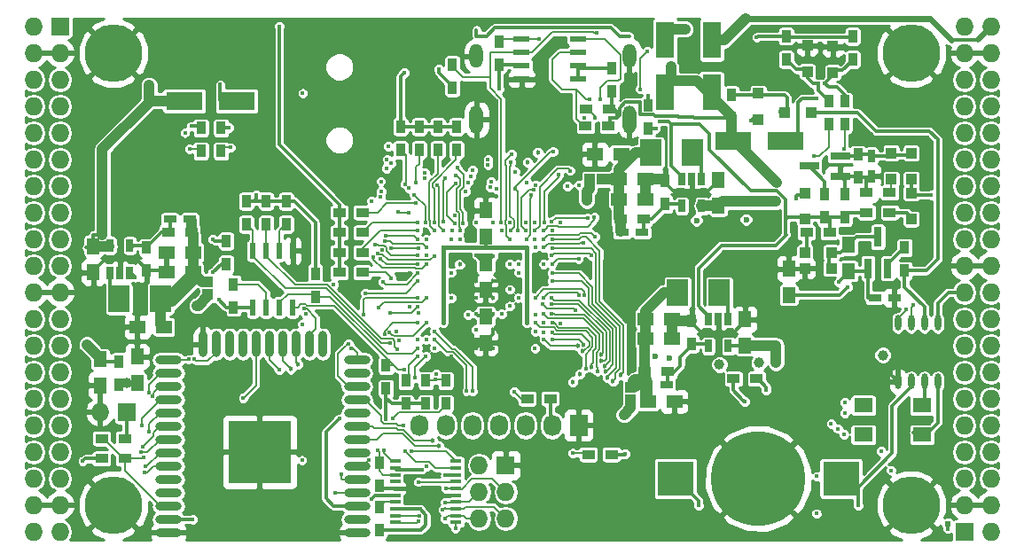
<source format=gbl>
G04 #@! TF.FileFunction,Copper,L4,Bot,Signal*
%FSLAX46Y46*%
G04 Gerber Fmt 4.6, Leading zero omitted, Abs format (unit mm)*
G04 Created by KiCad (PCBNEW 4.0.7+dfsg1-1) date Mon Oct 23 00:18:53 2017*
%MOMM*%
%LPD*%
G01*
G04 APERTURE LIST*
%ADD10C,0.100000*%
%ADD11R,1.000000X1.000000*%
%ADD12O,2.500000X0.900000*%
%ADD13O,0.900000X2.500000*%
%ADD14R,6.000000X6.000000*%
%ADD15R,1.800000X3.500000*%
%ADD16R,0.900000X1.200000*%
%ADD17R,2.000000X2.500000*%
%ADD18R,0.700000X1.200000*%
%ADD19R,1.250000X1.500000*%
%ADD20R,1.500000X1.250000*%
%ADD21O,0.609600X1.473200*%
%ADD22R,0.800000X1.900000*%
%ADD23R,1.900000X0.800000*%
%ADD24R,1.200000X0.750000*%
%ADD25R,0.750000X1.200000*%
%ADD26R,1.200000X0.900000*%
%ADD27R,0.600000X1.550000*%
%ADD28R,1.550000X0.600000*%
%ADD29R,1.727200X1.727200*%
%ADD30O,1.727200X1.727200*%
%ADD31C,5.500000*%
%ADD32R,1.000000X0.400000*%
%ADD33R,0.500000X0.500000*%
%ADD34R,1.727200X2.032000*%
%ADD35O,1.727200X2.032000*%
%ADD36O,1.300000X2.700000*%
%ADD37O,1.300000X2.300000*%
%ADD38R,1.800000X1.400000*%
%ADD39R,3.500000X1.800000*%
%ADD40R,3.500000X3.300000*%
%ADD41C,9.000000*%
%ADD42C,0.400000*%
%ADD43C,0.454000*%
%ADD44C,1.000000*%
%ADD45C,0.600000*%
%ADD46C,0.300000*%
%ADD47C,1.000000*%
%ADD48C,0.190000*%
%ADD49C,0.600000*%
%ADD50C,0.500000*%
%ADD51C,0.400000*%
%ADD52C,0.200000*%
%ADD53C,1.500000*%
%ADD54C,1.200000*%
%ADD55C,0.254000*%
G04 APERTURE END LIST*
D10*
D11*
X152393000Y-97142000D03*
X152393000Y-98342000D03*
D12*
X126260434Y-111030338D03*
X126260434Y-109760338D03*
X126260434Y-108490338D03*
X126260434Y-107220338D03*
X126260434Y-105950338D03*
X126260434Y-104680338D03*
X126260434Y-103410338D03*
X126260434Y-102140338D03*
X126260434Y-100870338D03*
X126260434Y-99600338D03*
X126260434Y-98330338D03*
X126260434Y-97060338D03*
X126260434Y-95790338D03*
X126260434Y-94520338D03*
D13*
X122975434Y-93030338D03*
X121705434Y-93030338D03*
X120435434Y-93030338D03*
X119165434Y-93030338D03*
X117895434Y-93030338D03*
X116625434Y-93030338D03*
X115355434Y-93030338D03*
X114085434Y-93030338D03*
X112815434Y-93030338D03*
X111545434Y-93030338D03*
D12*
X108260434Y-94520338D03*
X108260434Y-95790338D03*
X108260434Y-97060338D03*
X108260434Y-98330338D03*
X108260434Y-99600338D03*
X108260434Y-100870338D03*
X108260434Y-102140338D03*
X108260434Y-103410338D03*
X108260434Y-104680338D03*
X108260434Y-105950338D03*
X108260434Y-107220338D03*
X108260434Y-108490338D03*
X108260434Y-109760338D03*
X108260434Y-111030338D03*
D14*
X116960434Y-103330338D03*
D15*
X155695000Y-69000000D03*
X155695000Y-64000000D03*
D16*
X154044000Y-72426000D03*
X154044000Y-70226000D03*
D17*
X160870000Y-88090000D03*
X156870000Y-88090000D03*
D18*
X159825000Y-90600000D03*
X160775000Y-90600000D03*
X161725000Y-90600000D03*
X161725000Y-93200000D03*
X159825000Y-93200000D03*
D17*
X158330000Y-74755000D03*
X154330000Y-74755000D03*
D18*
X157285000Y-77235000D03*
X158235000Y-77235000D03*
X159185000Y-77235000D03*
X159185000Y-79835000D03*
X157285000Y-79835000D03*
D17*
X103530000Y-88725000D03*
X107530000Y-88725000D03*
D18*
X104575000Y-86215000D03*
X103625000Y-86215000D03*
X102675000Y-86215000D03*
X102675000Y-83615000D03*
X104575000Y-83615000D03*
D19*
X101085000Y-83665000D03*
X101085000Y-86165000D03*
D20*
X153810000Y-90630000D03*
X156310000Y-90630000D03*
X153810000Y-92535000D03*
X156310000Y-92535000D03*
D19*
X163315000Y-93150000D03*
X163315000Y-90650000D03*
D20*
X151270000Y-79200000D03*
X153770000Y-79200000D03*
X151270000Y-77295000D03*
X153770000Y-77295000D03*
D19*
X160775000Y-79815000D03*
X160775000Y-77315000D03*
D20*
X110590000Y-84280000D03*
X108090000Y-84280000D03*
X110590000Y-86185000D03*
X108090000Y-86185000D03*
D21*
X181730000Y-96599000D03*
X180460000Y-96599000D03*
X179190000Y-96599000D03*
X177920000Y-96599000D03*
X177920000Y-91011000D03*
X179190000Y-91011000D03*
X180460000Y-91011000D03*
X181730000Y-91011000D03*
D19*
X173221000Y-86038000D03*
X173221000Y-83538000D03*
D22*
X176965000Y-85780000D03*
X175065000Y-85780000D03*
X176015000Y-82780000D03*
D23*
X172435000Y-75075000D03*
X172435000Y-76975000D03*
X169435000Y-76025000D03*
D24*
X153910000Y-96910000D03*
X155810000Y-96910000D03*
X151570000Y-82375000D03*
X153470000Y-82375000D03*
X110290000Y-81105000D03*
X108390000Y-81105000D03*
D25*
X175380000Y-75075000D03*
X175380000Y-76975000D03*
D26*
X169200000Y-82375000D03*
X171400000Y-82375000D03*
D16*
X172840000Y-80935000D03*
X172840000Y-78735000D03*
D26*
X177115000Y-80470000D03*
X174915000Y-80470000D03*
D16*
X174110000Y-74925000D03*
X174110000Y-77125000D03*
X178555000Y-83815000D03*
X178555000Y-86015000D03*
X113785000Y-83180000D03*
X113785000Y-85380000D03*
X170935000Y-80935000D03*
X170935000Y-78735000D03*
X128390000Y-108580000D03*
X128390000Y-110780000D03*
D26*
X150572000Y-103584000D03*
X148372000Y-103584000D03*
X177115000Y-78565000D03*
X174915000Y-78565000D03*
X153760000Y-95640000D03*
X155960000Y-95640000D03*
X110440000Y-82375000D03*
X108240000Y-82375000D03*
X151420000Y-81105000D03*
X153620000Y-81105000D03*
D16*
X158235000Y-90800000D03*
X158235000Y-93000000D03*
X106165000Y-86015000D03*
X106165000Y-83815000D03*
X155695000Y-77465000D03*
X155695000Y-79665000D03*
D26*
X126782000Y-86185000D03*
X124582000Y-86185000D03*
X126782000Y-84279000D03*
X124582000Y-84279000D03*
X126782000Y-82375000D03*
X124582000Y-82375000D03*
X126782000Y-80470000D03*
X124582000Y-80470000D03*
D16*
X130422000Y-74458000D03*
X130422000Y-72258000D03*
X132200000Y-74458000D03*
X132200000Y-72258000D03*
X133978000Y-74458000D03*
X133978000Y-72258000D03*
X135756000Y-74458000D03*
X135756000Y-72258000D03*
D27*
X116325000Y-84120000D03*
X117595000Y-84120000D03*
X118865000Y-84120000D03*
X120135000Y-84120000D03*
X120135000Y-89520000D03*
X118865000Y-89520000D03*
X117595000Y-89520000D03*
X116325000Y-89520000D03*
D24*
X175700000Y-88598000D03*
X177600000Y-88598000D03*
D28*
X141980000Y-67705000D03*
X141980000Y-66435000D03*
X141980000Y-65165000D03*
X141980000Y-63895000D03*
X147380000Y-63895000D03*
X147380000Y-65165000D03*
X147380000Y-66435000D03*
X147380000Y-67705000D03*
D29*
X97910000Y-62690000D03*
D30*
X95370000Y-62690000D03*
X97910000Y-65230000D03*
X95370000Y-65230000D03*
X97910000Y-67770000D03*
X95370000Y-67770000D03*
X97910000Y-70310000D03*
X95370000Y-70310000D03*
X97910000Y-72850000D03*
X95370000Y-72850000D03*
X97910000Y-75390000D03*
X95370000Y-75390000D03*
X97910000Y-77930000D03*
X95370000Y-77930000D03*
X97910000Y-80470000D03*
X95370000Y-80470000D03*
X97910000Y-83010000D03*
X95370000Y-83010000D03*
X97910000Y-85550000D03*
X95370000Y-85550000D03*
X97910000Y-88090000D03*
X95370000Y-88090000D03*
X97910000Y-90630000D03*
X95370000Y-90630000D03*
X97910000Y-93170000D03*
X95370000Y-93170000D03*
X97910000Y-95710000D03*
X95370000Y-95710000D03*
X97910000Y-98250000D03*
X95370000Y-98250000D03*
X97910000Y-100790000D03*
X95370000Y-100790000D03*
X97910000Y-103330000D03*
X95370000Y-103330000D03*
X97910000Y-105870000D03*
X95370000Y-105870000D03*
X97910000Y-108410000D03*
X95370000Y-108410000D03*
X97910000Y-110950000D03*
X95370000Y-110950000D03*
D29*
X184270000Y-110950000D03*
D30*
X186810000Y-110950000D03*
X184270000Y-108410000D03*
X186810000Y-108410000D03*
X184270000Y-105870000D03*
X186810000Y-105870000D03*
X184270000Y-103330000D03*
X186810000Y-103330000D03*
X184270000Y-100790000D03*
X186810000Y-100790000D03*
X184270000Y-98250000D03*
X186810000Y-98250000D03*
X184270000Y-95710000D03*
X186810000Y-95710000D03*
X184270000Y-93170000D03*
X186810000Y-93170000D03*
X184270000Y-90630000D03*
X186810000Y-90630000D03*
X184270000Y-88090000D03*
X186810000Y-88090000D03*
X184270000Y-85550000D03*
X186810000Y-85550000D03*
X184270000Y-83010000D03*
X186810000Y-83010000D03*
X184270000Y-80470000D03*
X186810000Y-80470000D03*
X184270000Y-77930000D03*
X186810000Y-77930000D03*
X184270000Y-75390000D03*
X186810000Y-75390000D03*
X184270000Y-72850000D03*
X186810000Y-72850000D03*
X184270000Y-70310000D03*
X186810000Y-70310000D03*
X184270000Y-67770000D03*
X186810000Y-67770000D03*
X184270000Y-65230000D03*
X186810000Y-65230000D03*
X184270000Y-62690000D03*
X186810000Y-62690000D03*
D31*
X102990000Y-108410000D03*
X179190000Y-108410000D03*
X179190000Y-65230000D03*
X102990000Y-65230000D03*
D16*
X162045000Y-71410000D03*
X162045000Y-69210000D03*
X139820000Y-66330000D03*
X139820000Y-64130000D03*
X135375000Y-68532000D03*
X135375000Y-66332000D03*
X150615000Y-68870000D03*
X150615000Y-66670000D03*
D26*
X150275000Y-72215000D03*
X148075000Y-72215000D03*
X150380000Y-70600000D03*
X148180000Y-70600000D03*
D32*
X135735000Y-104215000D03*
X135735000Y-104865000D03*
X135735000Y-105515000D03*
X135735000Y-106165000D03*
X135735000Y-106815000D03*
X135735000Y-107465000D03*
X135735000Y-108115000D03*
X135735000Y-108765000D03*
X135735000Y-109415000D03*
X135735000Y-110065000D03*
X129935000Y-110065000D03*
X129935000Y-109415000D03*
X129935000Y-108765000D03*
X129935000Y-108115000D03*
X129935000Y-107465000D03*
X129935000Y-106815000D03*
X129935000Y-106165000D03*
X129935000Y-105515000D03*
X129935000Y-104865000D03*
X129935000Y-104215000D03*
D16*
X119500000Y-79370000D03*
X119500000Y-81570000D03*
X114480000Y-89500000D03*
X114480000Y-87300000D03*
X129025000Y-97275000D03*
X129025000Y-95075000D03*
X117595000Y-79370000D03*
X117595000Y-81570000D03*
X122280000Y-86300000D03*
X122280000Y-88500000D03*
X115690000Y-79370000D03*
X115690000Y-81570000D03*
D26*
X144730000Y-98250000D03*
X142530000Y-98250000D03*
D16*
X132835000Y-98715000D03*
X132835000Y-96515000D03*
X130930000Y-98715000D03*
X130930000Y-96515000D03*
D26*
X101890000Y-103965000D03*
X104090000Y-103965000D03*
D29*
X104260000Y-99520000D03*
D30*
X101720000Y-99520000D03*
D26*
X101890000Y-102060000D03*
X104090000Y-102060000D03*
D16*
X103498000Y-96894000D03*
X103498000Y-94694000D03*
D19*
X167506000Y-88324000D03*
X167506000Y-85824000D03*
D26*
X164415000Y-96345000D03*
X162215000Y-96345000D03*
D16*
X167252000Y-65822000D03*
X167252000Y-63622000D03*
D29*
X140455000Y-104600000D03*
D30*
X137915000Y-104600000D03*
X140455000Y-107140000D03*
X137915000Y-107140000D03*
X140455000Y-109680000D03*
X137915000Y-109680000D03*
D19*
X138550000Y-90396000D03*
X138550000Y-92896000D03*
X138550000Y-82736000D03*
X138550000Y-80236000D03*
X138550000Y-85316000D03*
X138550000Y-87816000D03*
X101720000Y-94460000D03*
X101720000Y-96960000D03*
D16*
X113277000Y-74585000D03*
X113277000Y-72385000D03*
X111372000Y-74585000D03*
X111372000Y-72385000D03*
X172840000Y-72045000D03*
X172840000Y-69845000D03*
X171316000Y-72045000D03*
X171316000Y-69845000D03*
D33*
X182680000Y-110200000D03*
D34*
X147440000Y-100790000D03*
D35*
X144900000Y-100790000D03*
X142360000Y-100790000D03*
X139820000Y-100790000D03*
X137280000Y-100790000D03*
X134740000Y-100790000D03*
X132200000Y-100790000D03*
D36*
X152280000Y-71550000D03*
X137680000Y-71550000D03*
D37*
X137680000Y-65500000D03*
X152280000Y-65500000D03*
D38*
X180212000Y-98882000D03*
X174612000Y-98882000D03*
X174612000Y-101682000D03*
X180212000Y-101682000D03*
D19*
X105276000Y-96706000D03*
X105276000Y-94206000D03*
D39*
X109761000Y-69802000D03*
X114761000Y-69802000D03*
X167212000Y-73612000D03*
X162212000Y-73612000D03*
D15*
X160140000Y-64000000D03*
X160140000Y-69000000D03*
D20*
X154064000Y-98504000D03*
X156564000Y-98504000D03*
X107796000Y-91392000D03*
X105296000Y-91392000D03*
X151484000Y-74882000D03*
X148984000Y-74882000D03*
D16*
X173602000Y-65822000D03*
X173602000Y-63622000D03*
X134740000Y-96515000D03*
X134740000Y-98715000D03*
D40*
X172485000Y-105870000D03*
X156685000Y-105870000D03*
D41*
X164585000Y-105870000D03*
D11*
X169284000Y-66988000D03*
X169284000Y-64488000D03*
X171697000Y-67081000D03*
X171697000Y-64581000D03*
X169050000Y-84280000D03*
X171550000Y-84280000D03*
X179190000Y-81085000D03*
X179190000Y-78585000D03*
X169030000Y-81085000D03*
X169030000Y-78585000D03*
X171550000Y-85804000D03*
X169050000Y-85804000D03*
X179190000Y-77275000D03*
X179190000Y-74775000D03*
X177285000Y-74775000D03*
X177285000Y-77275000D03*
X167145000Y-70945000D03*
X169645000Y-70945000D03*
X164585000Y-69060000D03*
X164585000Y-71560000D03*
X112007000Y-87109000D03*
X112007000Y-88309000D03*
X149691000Y-77295000D03*
X148491000Y-77295000D03*
D16*
X128390000Y-106546000D03*
X128390000Y-104346000D03*
D42*
X137680000Y-88600000D03*
X142480000Y-95000000D03*
X141680000Y-92600000D03*
X140836000Y-84534000D03*
X135284627Y-94985297D03*
X135288625Y-94225619D03*
X134455822Y-94267172D03*
X131280000Y-89450837D03*
X120770000Y-72215000D03*
X136095958Y-93369652D03*
D43*
X139264636Y-91615205D03*
D42*
X139575609Y-69792857D03*
D44*
X116880503Y-64802940D03*
X106974809Y-64953974D03*
X175210328Y-64948943D03*
X165417246Y-64954666D03*
D42*
X175495631Y-71457432D03*
X146468970Y-70993942D03*
X144978424Y-71024054D03*
X143480350Y-71016526D03*
X142000564Y-71008511D03*
X147987361Y-71377791D03*
X144102010Y-84600000D03*
X132880424Y-84561218D03*
X135567436Y-80702302D03*
X132810347Y-82177990D03*
X145713035Y-91022010D03*
X145680000Y-94177990D03*
X177285000Y-95710000D03*
D44*
X177229911Y-82281349D03*
D42*
X170046000Y-85804000D03*
D45*
X164741832Y-81130572D03*
X161067993Y-81216119D03*
D44*
X158233687Y-94852616D03*
X162992748Y-94820185D03*
D45*
X156280000Y-81210838D03*
D42*
X131254529Y-86251357D03*
X140880000Y-81400000D03*
X136085174Y-89394826D03*
X145680000Y-81400000D03*
X150080000Y-81600000D03*
X140874194Y-91433353D03*
X145680000Y-85422010D03*
X142480000Y-94200000D03*
X140880000Y-93400000D03*
X139280000Y-93400000D03*
X137680000Y-93400000D03*
X136880000Y-92600000D03*
X135280000Y-92600000D03*
X132880000Y-91800000D03*
X132880000Y-93400000D03*
D43*
X141042859Y-86994997D03*
X139280000Y-87000000D03*
X136110990Y-86995403D03*
X137680000Y-87000000D03*
X136080000Y-84600000D03*
X139280000Y-88600000D03*
D42*
X121003132Y-104131127D03*
X127656639Y-107816792D03*
D44*
X156235582Y-66548363D03*
X166321614Y-77572282D03*
X166248957Y-79408030D03*
X101932065Y-82585048D03*
X106417803Y-68312483D03*
X166280000Y-94800000D03*
D42*
X150457224Y-71377791D03*
X172289562Y-87124051D03*
D44*
X157600000Y-62944000D03*
D42*
X148160764Y-77980787D03*
X154794000Y-72426000D03*
D44*
X148202000Y-79327000D03*
D42*
X129005202Y-100174798D03*
X137659051Y-91638034D03*
X139820000Y-68665673D03*
X172834633Y-99599920D03*
X172879922Y-98618650D03*
X176305593Y-103279812D03*
X165349214Y-97422919D03*
D44*
X160875897Y-94988750D03*
D42*
X164433885Y-63737451D03*
X134079160Y-66786153D03*
X109828000Y-72830000D03*
X116654336Y-78777990D03*
D44*
X176474303Y-94069095D03*
D42*
X173094000Y-87582000D03*
D44*
X100479904Y-93063904D03*
D45*
X163422030Y-81120665D03*
X154726292Y-94171363D03*
X156077107Y-94380779D03*
X158680000Y-81210838D03*
D42*
X112515000Y-83010000D03*
X181065000Y-78785000D03*
X110529662Y-109760338D03*
X100080000Y-104200000D03*
X113080000Y-88800000D03*
D44*
X164653770Y-94825547D03*
D42*
X135273306Y-88618602D03*
X139272517Y-84611349D03*
X137680556Y-84534085D03*
X141680000Y-86200000D03*
X135280000Y-86200000D03*
X132880000Y-92600000D03*
X132080000Y-92600000D03*
X141680000Y-88600000D03*
X141680000Y-85400000D03*
D44*
X151758000Y-99774000D03*
D42*
X136885174Y-90194826D03*
X140094890Y-90122990D03*
X139280000Y-90122990D03*
X140880000Y-89400000D03*
X137680000Y-90172990D03*
X140880000Y-87800000D03*
X140880000Y-85400000D03*
D43*
X136080000Y-85400000D03*
D42*
X130022680Y-91834237D03*
X121369010Y-90164222D03*
X130279644Y-92674772D03*
X121041200Y-91125073D03*
D44*
X110991000Y-89360000D03*
D42*
X142480000Y-91000000D03*
X142480000Y-83800000D03*
X134480000Y-83800000D03*
X134480000Y-91000000D03*
X121086654Y-69078528D03*
X105037711Y-86632990D03*
X155149360Y-71764535D03*
X170182962Y-69571012D03*
X174110000Y-108410000D03*
X158870000Y-108410000D03*
X137295592Y-97538017D03*
X134750646Y-106810513D03*
X133680000Y-91800000D03*
D43*
X134074414Y-102752225D03*
D42*
X136740903Y-97514503D03*
X134675868Y-108131585D03*
D43*
X133449289Y-102232615D03*
D42*
X133680000Y-92600000D03*
X133685482Y-93402296D03*
X127358154Y-104128048D03*
X132936956Y-104698915D03*
X134463998Y-108841973D03*
X130692380Y-100790000D03*
X131808905Y-96227367D03*
X134636872Y-109719950D03*
X132846234Y-94197073D03*
X118858690Y-62658970D03*
X130761990Y-67119621D03*
X148477832Y-69619684D03*
X149475951Y-69619684D03*
X148991194Y-71377791D03*
X153984196Y-65077116D03*
X153322343Y-68673419D03*
X143650666Y-63862520D03*
X178665908Y-89713903D03*
X149183754Y-63257114D03*
X179375977Y-89317806D03*
X140035989Y-81400000D03*
X115404683Y-98167821D03*
X128776655Y-87110882D03*
X132077895Y-86272150D03*
X118843798Y-95498222D03*
D43*
X119978162Y-95412951D03*
X120634035Y-94977604D03*
D42*
X113212238Y-68244401D03*
X146387166Y-77939336D03*
X147480000Y-77822010D03*
X131453853Y-103260518D03*
X144891634Y-91008466D03*
D43*
X148653935Y-95249010D03*
X149565978Y-94054788D03*
D42*
X144867244Y-90164455D03*
D43*
X150720500Y-96575802D03*
D42*
X144890381Y-83866022D03*
D43*
X151448039Y-95951686D03*
D42*
X144894101Y-83022010D03*
D43*
X150149219Y-96229829D03*
D42*
X144901285Y-86268736D03*
D43*
X150033441Y-95660469D03*
D42*
X144888562Y-86993817D03*
D43*
X149952517Y-95085120D03*
D42*
X144877648Y-88622010D03*
D43*
X149584522Y-94635504D03*
D42*
X144810610Y-89177990D03*
X144895773Y-91874444D03*
D43*
X147777713Y-93691005D03*
D42*
X144113248Y-92588762D03*
D43*
X147356233Y-93219138D03*
X147915304Y-93060979D03*
D42*
X144882352Y-92577990D03*
X130807074Y-95454141D03*
X130141304Y-93531435D03*
X132080000Y-93400000D03*
X129438098Y-92922893D03*
X133852393Y-95875797D03*
X141280000Y-97600000D03*
X133762848Y-96395146D03*
X132080000Y-94200000D03*
X128669601Y-84020243D03*
X105906712Y-103816552D03*
X132080000Y-89450837D03*
X130839486Y-103260518D03*
X129459184Y-90039192D03*
X128806823Y-103185900D03*
X132162861Y-106185868D03*
X128321313Y-89539949D03*
X132880000Y-88600000D03*
X127040053Y-88166906D03*
X124741825Y-105494691D03*
X132080000Y-87000000D03*
X125740979Y-93452427D03*
X124202418Y-107207639D03*
D43*
X142530990Y-75662841D03*
X143525587Y-74749772D03*
D42*
X110313517Y-74380698D03*
X132146108Y-109940263D03*
X114166000Y-74247000D03*
X132189000Y-109415000D03*
X135694981Y-77648547D03*
X135567436Y-81489225D03*
X134702010Y-77200000D03*
X134471354Y-81347908D03*
X132761172Y-77202673D03*
X132737245Y-76676207D03*
X128545566Y-77476577D03*
X127643658Y-79355564D03*
X110718734Y-94451783D03*
X128515897Y-78994176D03*
X110193102Y-94489889D03*
X128569727Y-78469921D03*
X106368514Y-97662752D03*
X131230910Y-78113843D03*
X106741168Y-98035405D03*
X131709326Y-78745875D03*
X132783332Y-81399993D03*
X129016746Y-82660638D03*
X105679715Y-100783924D03*
X132084821Y-83022010D03*
X128948848Y-83183258D03*
X106401171Y-101377901D03*
X132886504Y-83777990D03*
X129513931Y-83860979D03*
X105803161Y-102850427D03*
X132117443Y-83866021D03*
X127966259Y-83515785D03*
X105651866Y-103355255D03*
X132079996Y-84503337D03*
X128261987Y-84383463D03*
X106023598Y-104697574D03*
X133671942Y-84595200D03*
X127824162Y-84676807D03*
X105973679Y-105248709D03*
X132875802Y-85428138D03*
D43*
X146862501Y-96617499D03*
X147534467Y-95913260D03*
D42*
X148102806Y-95339021D03*
X143280000Y-91000000D03*
X149207706Y-95605291D03*
X144082424Y-90132858D03*
X143989948Y-89177990D03*
X147125926Y-89802879D03*
X143281824Y-90201951D03*
X144102010Y-85397219D03*
X147422472Y-84858593D03*
X144886544Y-85385186D03*
X144102010Y-83000000D03*
X148975652Y-82755341D03*
X144885092Y-82177990D03*
X147470668Y-88324835D03*
X144082832Y-88584510D03*
X147997681Y-88324844D03*
X143278026Y-88595030D03*
X144102010Y-82185600D03*
X148935852Y-80899014D03*
X148337768Y-80975785D03*
X144866392Y-81333979D03*
X139280000Y-81400000D03*
X139585116Y-78205862D03*
X138968064Y-78040948D03*
X139049357Y-77520244D03*
X138775679Y-75942989D03*
X138779198Y-75400762D03*
X137680000Y-81400000D03*
X137308732Y-76415018D03*
X137106948Y-76979922D03*
X136856003Y-77562978D03*
X136634118Y-78451672D03*
X135830698Y-76200613D03*
X136411444Y-81497309D03*
X148668800Y-84550385D03*
X144877691Y-84532933D03*
X144102010Y-83800000D03*
X147894174Y-83335809D03*
X142852716Y-78759927D03*
X142473549Y-82998913D03*
X143105106Y-78295223D03*
X142396423Y-82191394D03*
X145494012Y-76834828D03*
X144146021Y-81374784D03*
X143331797Y-77819457D03*
X146627648Y-76461302D03*
X143257990Y-82207154D03*
X143257990Y-81379632D03*
X141380161Y-78226966D03*
X145017056Y-74655847D03*
X141657990Y-82130345D03*
X142413979Y-81382236D03*
X140080000Y-82200000D03*
X141342967Y-76554996D03*
X141046643Y-74873804D03*
X140864029Y-83041403D03*
X140980062Y-75681941D03*
X140924011Y-82179283D03*
X129542604Y-86703515D03*
X132880000Y-83022010D03*
X132080000Y-82177990D03*
X132080000Y-81400000D03*
X131847310Y-79589886D03*
X130856828Y-77742623D03*
X131923295Y-77584853D03*
X133654358Y-82177990D03*
X133627343Y-81396408D03*
X129382484Y-91925805D03*
X132880000Y-91000000D03*
X128880489Y-92086249D03*
X132077648Y-90977990D03*
X130196821Y-80377733D03*
X131180000Y-80500000D03*
X128489708Y-84867377D03*
X132079620Y-85428138D03*
X163908850Y-71651861D03*
X134501414Y-82177578D03*
X133922194Y-77854836D03*
X135656559Y-110610712D03*
X132448438Y-104994496D03*
X146844288Y-103452739D03*
X134707351Y-105508447D03*
X132280000Y-108800000D03*
D44*
X104309083Y-96731596D03*
D42*
X112515000Y-86185000D03*
X163277422Y-98501717D03*
X170126036Y-109212466D03*
X170157734Y-105666345D03*
X169895346Y-75092988D03*
X143257990Y-83000000D03*
X168166438Y-79108038D03*
X151896383Y-103510715D03*
X114039000Y-72342000D03*
X110483000Y-72215000D03*
X143269694Y-93414905D03*
X177274002Y-105079115D03*
X172761273Y-101651681D03*
X143280000Y-91800000D03*
X172193360Y-101105663D03*
X144064831Y-91877646D03*
X171540304Y-100645743D03*
X144080000Y-91000000D03*
X154044000Y-69294000D03*
X129061632Y-76229575D03*
X135280000Y-83022010D03*
X129493343Y-75737814D03*
X136080000Y-83000000D03*
X129122249Y-75363607D03*
X135345425Y-82176814D03*
X135725421Y-76909376D03*
X129252218Y-74142461D03*
X136080000Y-82200000D03*
X172746637Y-74347988D03*
X143280000Y-83800000D03*
X142480000Y-77600000D03*
X170300000Y-68151000D03*
X170950000Y-68125562D03*
X125423968Y-92992129D03*
X121206217Y-89662983D03*
X132156079Y-90030946D03*
X124027706Y-87347706D03*
X124027707Y-87347707D03*
X182654362Y-110665838D03*
X166678914Y-70803555D03*
X129660000Y-100155000D03*
X124580000Y-100155000D03*
X126880000Y-90200000D03*
X128280000Y-103200000D03*
X132080000Y-88600000D03*
D46*
X138630000Y-63600000D02*
X139449896Y-62780104D01*
X137680000Y-63000000D02*
X137680000Y-63600000D01*
X150510104Y-62780104D02*
X151330000Y-63600000D01*
X137680000Y-63600000D02*
X138630000Y-63600000D01*
X139449896Y-62780104D02*
X150510104Y-62780104D01*
X151330000Y-63600000D02*
X152280000Y-63600000D01*
X129935000Y-106815000D02*
X128659000Y-106815000D01*
X128659000Y-106815000D02*
X128390000Y-106546000D01*
X128390000Y-106546000D02*
X128558000Y-106546000D01*
X136126306Y-93400000D02*
X136095958Y-93369652D01*
X136880000Y-92600000D02*
X136110348Y-93369652D01*
X136049652Y-93369652D02*
X136095958Y-93369652D01*
X137680000Y-93400000D02*
X136126306Y-93400000D01*
X135280000Y-92600000D02*
X136049652Y-93369652D01*
X136110348Y-93369652D02*
X136095958Y-93369652D01*
X139264636Y-92054364D02*
X139264636Y-91936231D01*
X139264636Y-91936231D02*
X139264636Y-91615205D01*
X138550000Y-92769000D02*
X139264636Y-92054364D01*
X136880000Y-92600000D02*
X137680000Y-93400000D01*
X136880000Y-92600000D02*
X138381000Y-92600000D01*
X138381000Y-92600000D02*
X138550000Y-92769000D01*
X135280000Y-92600000D02*
X136880000Y-92600000D01*
X138550000Y-92769000D02*
X138649000Y-92769000D01*
X138649000Y-92769000D02*
X139280000Y-93400000D01*
X138550000Y-92769000D02*
X138311000Y-92769000D01*
X138311000Y-92769000D02*
X137680000Y-93400000D01*
X137822857Y-69792857D02*
X139292767Y-69792857D01*
X137680000Y-69650000D02*
X137822857Y-69792857D01*
X139292767Y-69792857D02*
X139575609Y-69792857D01*
X132202804Y-107453326D02*
X131572496Y-106823018D01*
X135747661Y-107453326D02*
X132202804Y-107453326D01*
X131572496Y-106823018D02*
X129919874Y-106823018D01*
X175042385Y-64781000D02*
X175210328Y-64948943D01*
X171697000Y-64781000D02*
X175042385Y-64781000D01*
X165683912Y-64688000D02*
X165417246Y-64954666D01*
X169284000Y-64688000D02*
X165683912Y-64688000D01*
X169284000Y-64688000D02*
X171604000Y-64688000D01*
X171604000Y-64688000D02*
X171697000Y-64781000D01*
X177285000Y-95710000D02*
X177285000Y-95964000D01*
X177285000Y-95964000D02*
X177920000Y-96599000D01*
X167506000Y-85824000D02*
X169230000Y-85824000D01*
X169230000Y-85824000D02*
X169250000Y-85804000D01*
X169250000Y-85804000D02*
X170046000Y-85804000D01*
X102210000Y-84915000D02*
X103625000Y-84915000D01*
X103625000Y-84915000D02*
X105215000Y-84915000D01*
X103625000Y-86215000D02*
X103625000Y-84915000D01*
X105215000Y-84915000D02*
X106165000Y-85865000D01*
X106165000Y-85865000D02*
X106165000Y-86015000D01*
X101085000Y-86165000D02*
X101085000Y-86040000D01*
X101085000Y-86040000D02*
X102210000Y-84915000D01*
X106165000Y-86015000D02*
X107920000Y-86015000D01*
X107920000Y-86015000D02*
X108090000Y-86185000D01*
D47*
X153770000Y-77295000D02*
X155525000Y-77295000D01*
D46*
X155525000Y-77295000D02*
X155695000Y-77465000D01*
D47*
X153770000Y-79200000D02*
X153770000Y-77295000D01*
D46*
X174110000Y-77125000D02*
X174745000Y-77125000D01*
X174745000Y-77125000D02*
X175230000Y-77125000D01*
X174915000Y-78565000D02*
X174915000Y-77295000D01*
X174915000Y-77295000D02*
X174745000Y-77125000D01*
X172840000Y-78735000D02*
X172840000Y-77380000D01*
X172840000Y-77380000D02*
X172435000Y-76975000D01*
X175230000Y-77125000D02*
X175380000Y-76975000D01*
X172435000Y-76975000D02*
X173960000Y-76975000D01*
X173960000Y-76975000D02*
X174110000Y-77125000D01*
X137680000Y-86200000D02*
X137680000Y-86600000D01*
X136080000Y-84600000D02*
X137680000Y-86200000D01*
X159850000Y-78365000D02*
X158235000Y-78365000D01*
X158235000Y-78365000D02*
X156445000Y-78365000D01*
X158235000Y-77235000D02*
X158235000Y-78365000D01*
X160775000Y-77315000D02*
X160775000Y-77440000D01*
X160775000Y-77440000D02*
X159850000Y-78365000D01*
X156445000Y-78365000D02*
X155695000Y-77615000D01*
X155695000Y-77615000D02*
X155695000Y-77465000D01*
D47*
X156310000Y-90630000D02*
X156310000Y-92535000D01*
X158235000Y-90800000D02*
X156480000Y-90800000D01*
D46*
X156480000Y-90800000D02*
X156310000Y-90630000D01*
X163315000Y-90650000D02*
X163315000Y-90834602D01*
X163315000Y-90834602D02*
X162249602Y-91900000D01*
X162249602Y-91900000D02*
X160775000Y-91900000D01*
X101085000Y-86165000D02*
X101085000Y-85929893D01*
X106165000Y-85944374D02*
X106165000Y-86015000D01*
X159185000Y-91900000D02*
X160775000Y-91900000D01*
X160775000Y-90600000D02*
X160775000Y-91900000D01*
X158235000Y-90800000D02*
X158235000Y-90950000D01*
X158235000Y-90950000D02*
X159185000Y-91900000D01*
X108090000Y-84280000D02*
X108090000Y-86185000D01*
X107625000Y-84745000D02*
X108090000Y-84280000D01*
X108070000Y-84260000D02*
X108090000Y-84280000D01*
X141037856Y-87000000D02*
X141042859Y-86994997D01*
X139280000Y-87000000D02*
X141037856Y-87000000D01*
X136432016Y-86995403D02*
X136110990Y-86995403D01*
X137284597Y-86995403D02*
X136432016Y-86995403D01*
X137680000Y-86600000D02*
X137284597Y-86995403D01*
X137680000Y-86600000D02*
X137680000Y-87000000D01*
D48*
X138029000Y-66332000D02*
X138115000Y-66246000D01*
D46*
X128008431Y-107465000D02*
X127856638Y-107616793D01*
X127856638Y-107616793D02*
X127656639Y-107816792D01*
X129935000Y-107465000D02*
X128008431Y-107465000D01*
X160140000Y-69000000D02*
X160140000Y-69850000D01*
X160140000Y-69850000D02*
X161700000Y-71410000D01*
D47*
X156235582Y-67716832D02*
X156235582Y-66548363D01*
X158681338Y-67896338D02*
X156415088Y-67896338D01*
X156415088Y-67896338D02*
X156235582Y-67716832D01*
D46*
X156235582Y-66578582D02*
X156235582Y-66548363D01*
D47*
X162045000Y-73295668D02*
X165821615Y-77072283D01*
X165821615Y-77072283D02*
X166321614Y-77572282D01*
X160790000Y-79800000D02*
X161181970Y-79408030D01*
X161181970Y-79408030D02*
X165541851Y-79408030D01*
X165541851Y-79408030D02*
X166248957Y-79408030D01*
D46*
X101085000Y-82615000D02*
X101114952Y-82585048D01*
X101114952Y-82585048D02*
X101224959Y-82585048D01*
X101085000Y-83665000D02*
X101085000Y-82615000D01*
D47*
X101932065Y-81877942D02*
X101932065Y-82585048D01*
X101932065Y-74415935D02*
X101932065Y-81877942D01*
X106407114Y-69940886D02*
X101932065Y-74415935D01*
D46*
X101224959Y-82585048D02*
X101932065Y-82585048D01*
X151080000Y-71400000D02*
X151352990Y-71127010D01*
X151352990Y-71127010D02*
X151352990Y-70466020D01*
X151352990Y-70466020D02*
X151896020Y-69922990D01*
X151896020Y-69922990D02*
X152557010Y-69922990D01*
X152557010Y-69922990D02*
X152583077Y-69896923D01*
D47*
X106417803Y-69019589D02*
X106417803Y-68312483D01*
X106417803Y-69930197D02*
X106417803Y-69019589D01*
X106407114Y-69940886D02*
X106417803Y-69930197D01*
X166280000Y-93150000D02*
X166280000Y-94800000D01*
D46*
X110610000Y-69548000D02*
X110610000Y-69802000D01*
X150457224Y-71377791D02*
X150457224Y-72032776D01*
X150457224Y-72032776D02*
X150275000Y-72215000D01*
D47*
X109975000Y-69802000D02*
X106546000Y-69802000D01*
X106546000Y-69802000D02*
X106419000Y-69929000D01*
D46*
X151057791Y-71377791D02*
X150740066Y-71377791D01*
X150740066Y-71377791D02*
X150457224Y-71377791D01*
X151080000Y-71400000D02*
X151057791Y-71377791D01*
X172289562Y-87094438D02*
X172289562Y-87124051D01*
X173221000Y-86163000D02*
X172289562Y-87094438D01*
X173221000Y-86038000D02*
X173221000Y-86163000D01*
X175065000Y-88598000D02*
X175065000Y-85780000D01*
X175700000Y-88598000D02*
X175065000Y-88598000D01*
D47*
X106419000Y-69929000D02*
X106407114Y-69940886D01*
D46*
X106419000Y-69675000D02*
X106419000Y-69929000D01*
X100572432Y-83665000D02*
X100424079Y-83813353D01*
X101085000Y-83665000D02*
X100572432Y-83665000D01*
X160790000Y-79800000D02*
X160775000Y-79815000D01*
D47*
X163315000Y-93150000D02*
X166280000Y-93150000D01*
D46*
X160775000Y-79940000D02*
X160775000Y-79815000D01*
X164925000Y-93150000D02*
X164240000Y-93150000D01*
X164240000Y-93150000D02*
X163315000Y-93150000D01*
X101085000Y-83665000D02*
X101085000Y-83790000D01*
X151080000Y-71400000D02*
X151080000Y-70838120D01*
X151080000Y-70838120D02*
X150615000Y-70373120D01*
X150615000Y-70373120D02*
X150615000Y-69995990D01*
X150615000Y-69995990D02*
X150615000Y-68870000D01*
D47*
X159185000Y-79835000D02*
X160755000Y-79835000D01*
D46*
X160755000Y-79835000D02*
X160775000Y-79815000D01*
X161725000Y-93200000D02*
X163265000Y-93200000D01*
X163265000Y-93200000D02*
X163315000Y-93150000D01*
X173221000Y-86038000D02*
X174807000Y-86038000D01*
X174807000Y-86038000D02*
X175065000Y-85780000D01*
D47*
X101085000Y-83665000D02*
X102625000Y-83665000D01*
D46*
X102625000Y-83665000D02*
X102675000Y-83615000D01*
X152583077Y-69896923D02*
X153316999Y-69896923D01*
X153316999Y-69896923D02*
X153316999Y-71047601D01*
X161700000Y-71410000D02*
X162045000Y-71410000D01*
D47*
X162045000Y-71410000D02*
X162045000Y-71260000D01*
X162045000Y-71260000D02*
X158681338Y-67896338D01*
X162045000Y-71410000D02*
X162045000Y-73295668D01*
D46*
X158407951Y-71315988D02*
X158501963Y-71410000D01*
X153372399Y-71103001D02*
X154568521Y-71103001D01*
X158501963Y-71410000D02*
X162045000Y-71410000D01*
X156924522Y-71275510D02*
X156965000Y-71315988D01*
X156965000Y-71315988D02*
X158407951Y-71315988D01*
X153316999Y-71047601D02*
X153372399Y-71103001D01*
X154568521Y-71103001D02*
X154741030Y-71275510D01*
X154741030Y-71275510D02*
X156924522Y-71275510D01*
X162045000Y-71753000D02*
X162045000Y-71410000D01*
X155695000Y-64000000D02*
X155695000Y-63368337D01*
X155695000Y-63368337D02*
X156119337Y-62944000D01*
D47*
X156119337Y-62944000D02*
X157600000Y-62944000D01*
X160140000Y-64000000D02*
X161340000Y-64000000D01*
X161340000Y-64000000D02*
X163399217Y-61940783D01*
D49*
X163399217Y-61940783D02*
X180980783Y-61940783D01*
D50*
X185540000Y-63960000D02*
X186810000Y-62690000D01*
D49*
X180980783Y-61940783D02*
X183000000Y-63960000D01*
D46*
X183000000Y-63960000D02*
X185540000Y-63960000D01*
X148202000Y-78413082D02*
X148491000Y-78124082D01*
D47*
X148491000Y-78124082D02*
X148491000Y-77295000D01*
X148202000Y-79327000D02*
X148202000Y-78413082D01*
X148202000Y-78413082D02*
X148439744Y-78175338D01*
D46*
X148160764Y-77980787D02*
X148160764Y-77625236D01*
X148160764Y-77625236D02*
X148491000Y-77295000D01*
X148202000Y-78022023D02*
X148160764Y-77980787D01*
X154806000Y-72438000D02*
X154794000Y-72426000D01*
X154044000Y-72426000D02*
X154794000Y-72426000D01*
X129025000Y-97275000D02*
X129025000Y-100155000D01*
X129025000Y-100155000D02*
X129005202Y-100174798D01*
X129025000Y-97275000D02*
X129025000Y-98175000D01*
X129025000Y-98175000D02*
X129565000Y-98715000D01*
X129565000Y-98715000D02*
X130180000Y-98715000D01*
X130180000Y-98715000D02*
X130930000Y-98715000D01*
X132835000Y-98715000D02*
X130930000Y-98715000D01*
X103498000Y-94694000D02*
X101954000Y-94694000D01*
X101954000Y-94694000D02*
X101720000Y-94460000D01*
X173602000Y-63706000D02*
X167336000Y-63706000D01*
X167336000Y-63706000D02*
X167252000Y-63622000D01*
X167252000Y-63622000D02*
X164549336Y-63622000D01*
X164549336Y-63622000D02*
X164433885Y-63737451D01*
X138550000Y-85042000D02*
X138188471Y-85042000D01*
X138188471Y-85042000D02*
X137680556Y-84534085D01*
X138550000Y-85042000D02*
X138841866Y-85042000D01*
X138841866Y-85042000D02*
X139272517Y-84611349D01*
X137680556Y-84534085D02*
X139195253Y-84534085D01*
X139195253Y-84534085D02*
X139272517Y-84611349D01*
X139820000Y-66330000D02*
X139820000Y-68665673D01*
X165349214Y-97129214D02*
X165349214Y-97422919D01*
X164565000Y-96345000D02*
X165349214Y-97129214D01*
X164415000Y-96345000D02*
X164565000Y-96345000D01*
X134079160Y-67068995D02*
X134079160Y-66786153D01*
X134079160Y-67086160D02*
X134079160Y-67068995D01*
X135375000Y-68382000D02*
X134079160Y-67086160D01*
X135375000Y-68532000D02*
X135375000Y-68382000D01*
X116654336Y-79155664D02*
X116654336Y-79060832D01*
X115690000Y-79370000D02*
X116440000Y-79370000D01*
X116440000Y-79370000D02*
X116654336Y-79155664D01*
X116654336Y-79060832D02*
X116654336Y-78777990D01*
X181730000Y-89106000D02*
X182746000Y-88090000D01*
X182746000Y-88090000D02*
X184270000Y-88090000D01*
X181730000Y-91011000D02*
X181730000Y-89106000D01*
X172352000Y-88324000D02*
X173094000Y-87582000D01*
X167506000Y-88324000D02*
X172352000Y-88324000D01*
X100479904Y-93094904D02*
X100479904Y-93063904D01*
D47*
X101720000Y-94335000D02*
X100479904Y-93094904D01*
D46*
X101720000Y-94460000D02*
X101720000Y-94335000D01*
X144730000Y-98250000D02*
X144730000Y-99266000D01*
X144730000Y-99266000D02*
X144730000Y-99400000D01*
X144730000Y-99400000D02*
X144730000Y-100620000D01*
X113785000Y-83180000D02*
X112685000Y-83180000D01*
X112685000Y-83180000D02*
X112515000Y-83010000D01*
X122280000Y-86300000D02*
X122280000Y-81400000D01*
X122280000Y-81400000D02*
X120250000Y-79370000D01*
X120250000Y-79370000D02*
X119500000Y-79370000D01*
X179190000Y-78785000D02*
X181065000Y-78785000D01*
X108260434Y-109760338D02*
X110529662Y-109760338D01*
X179190000Y-77075000D02*
X179190000Y-78785000D01*
X100315000Y-103965000D02*
X100080000Y-104200000D01*
X101890000Y-103965000D02*
X100315000Y-103965000D01*
X117595000Y-79370000D02*
X119500000Y-79370000D01*
X115690000Y-79370000D02*
X117595000Y-79370000D01*
X114480000Y-89500000D02*
X113780000Y-89500000D01*
X113780000Y-89500000D02*
X113080000Y-88800000D01*
X114480000Y-89500000D02*
X116305000Y-89500000D01*
X116305000Y-89500000D02*
X116325000Y-89520000D01*
X144900000Y-98250000D02*
X144730000Y-98250000D01*
X144730000Y-100620000D02*
X144900000Y-100790000D01*
X139820000Y-66330000D02*
X141875000Y-66330000D01*
X141875000Y-66330000D02*
X141980000Y-66435000D01*
D47*
X152393000Y-98392000D02*
X152393000Y-99139000D01*
X152393000Y-99139000D02*
X151758000Y-99774000D01*
D46*
X138550000Y-90269000D02*
X137776010Y-90269000D01*
X137776010Y-90269000D02*
X137680000Y-90172990D01*
X138550000Y-90269000D02*
X139133990Y-90269000D01*
X139133990Y-90269000D02*
X139280000Y-90122990D01*
X156010000Y-95710000D02*
X156524914Y-95710000D01*
X156524914Y-95710000D02*
X157145126Y-95089788D01*
X157145126Y-95089788D02*
X157145126Y-94239874D01*
X157145126Y-94239874D02*
X158235000Y-93150000D01*
X158235000Y-93150000D02*
X158235000Y-93000000D01*
X155960000Y-95640000D02*
X155960000Y-96760000D01*
X155960000Y-96760000D02*
X155810000Y-96910000D01*
X158235000Y-93000000D02*
X159625000Y-93000000D01*
X159625000Y-93000000D02*
X159825000Y-93200000D01*
D47*
X112007000Y-88471000D02*
X111118000Y-89360000D01*
X111118000Y-89360000D02*
X110991000Y-89360000D01*
D46*
X112007000Y-88359000D02*
X112007000Y-88471000D01*
D51*
X137480000Y-83800000D02*
X138550000Y-83800000D01*
X138550000Y-83800000D02*
X142480000Y-83800000D01*
D46*
X138550000Y-83298000D02*
X138550000Y-83800000D01*
D51*
X134480000Y-83800000D02*
X137480000Y-83800000D01*
X142480000Y-83800000D02*
X142480000Y-91000000D01*
X134480000Y-91000000D02*
X134480000Y-83800000D01*
D46*
X156280000Y-72000000D02*
X159003987Y-72000000D01*
X159003987Y-72000000D02*
X159926293Y-72922306D01*
X159926293Y-72922306D02*
X159926293Y-74478638D01*
X159926293Y-74478638D02*
X163850815Y-78403160D01*
X167183550Y-79228973D02*
X167183550Y-81105000D01*
X163850815Y-78403160D02*
X166357737Y-78403160D01*
X166357737Y-78403160D02*
X167183550Y-79228973D01*
X104619721Y-86215000D02*
X104837712Y-86432991D01*
X104575000Y-86215000D02*
X104619721Y-86215000D01*
X104837712Y-86432991D02*
X105037711Y-86632990D01*
X156280000Y-72000000D02*
X156044535Y-71764535D01*
X156044535Y-71764535D02*
X155432202Y-71764535D01*
X155432202Y-71764535D02*
X155149360Y-71764535D01*
X167183550Y-81105000D02*
X167183550Y-82518550D01*
X169030000Y-80885000D02*
X167403550Y-80885000D01*
X167403550Y-80885000D02*
X167183550Y-81105000D01*
X166265000Y-83600000D02*
X167265000Y-82600000D01*
X167183550Y-82518550D02*
X167265000Y-82600000D01*
X156280000Y-75980000D02*
X156280000Y-72000000D01*
X157285000Y-77235000D02*
X157285000Y-76985000D01*
X157285000Y-76985000D02*
X156280000Y-75980000D01*
X159825000Y-90600000D02*
X159825000Y-90345000D01*
X159825000Y-90345000D02*
X158880000Y-89400000D01*
X158880000Y-89400000D02*
X158880000Y-85800000D01*
X158880000Y-85800000D02*
X161080000Y-83600000D01*
X161080000Y-83600000D02*
X166265000Y-83600000D01*
X168980000Y-80885000D02*
X169030000Y-80885000D01*
X169030000Y-80885000D02*
X170885000Y-80885000D01*
X170885000Y-80885000D02*
X170935000Y-80935000D01*
X170935000Y-80935000D02*
X171570000Y-80935000D01*
X171570000Y-80935000D02*
X172840000Y-80935000D01*
X171400000Y-82375000D02*
X171400000Y-81105000D01*
X171400000Y-81105000D02*
X171570000Y-80935000D01*
X174915000Y-80470000D02*
X173305000Y-80470000D01*
X173305000Y-80470000D02*
X172840000Y-80935000D01*
X153620000Y-81105000D02*
X154432087Y-81105000D01*
X154432087Y-81105000D02*
X155695000Y-79842087D01*
X155695000Y-79842087D02*
X155695000Y-79665000D01*
X153620000Y-81105000D02*
X153620000Y-82225000D01*
X153620000Y-82225000D02*
X153470000Y-82375000D01*
X155695000Y-79665000D02*
X157115000Y-79665000D01*
X157115000Y-79665000D02*
X157285000Y-79835000D01*
X155525000Y-79835000D02*
X155695000Y-79665000D01*
X108240000Y-82375000D02*
X107605000Y-82375000D01*
X107605000Y-82375000D02*
X106165000Y-83815000D01*
X104575000Y-83615000D02*
X105965000Y-83615000D01*
X105965000Y-83615000D02*
X106165000Y-83815000D01*
X104775000Y-83815000D02*
X104575000Y-83615000D01*
X108070000Y-82545000D02*
X108240000Y-82375000D01*
X108390000Y-81105000D02*
X108390000Y-82225000D01*
X108390000Y-82225000D02*
X108240000Y-82375000D01*
X168141000Y-73485000D02*
X168402683Y-73223317D01*
X168402683Y-73223317D02*
X168402683Y-69932420D01*
X168402683Y-69932420D02*
X168764091Y-69571012D01*
X168764091Y-69571012D02*
X169900120Y-69571012D01*
X169900120Y-69571012D02*
X170182962Y-69571012D01*
X174110000Y-108410000D02*
X174110000Y-106705962D01*
X174110000Y-106705962D02*
X177385633Y-103430329D01*
X177385633Y-103430329D02*
X177385633Y-98913976D01*
X177385633Y-98913976D02*
X179190000Y-97109609D01*
X179190000Y-97109609D02*
X179190000Y-96599000D01*
X158870000Y-108410000D02*
X158870000Y-107955000D01*
X156785000Y-105870000D02*
X156685000Y-105870000D01*
X158870000Y-107955000D02*
X156785000Y-105870000D01*
D48*
X137295592Y-95171698D02*
X137295592Y-97255175D01*
X135366607Y-93486607D02*
X135610501Y-93486607D01*
X133680000Y-91800000D02*
X135366607Y-93486607D01*
X137295592Y-97255175D02*
X137295592Y-97538017D01*
X135610501Y-93486607D02*
X137295592Y-95171698D01*
X133753388Y-102752225D02*
X134074414Y-102752225D01*
X131793914Y-102752225D02*
X133753388Y-102752225D01*
X130570701Y-101529012D02*
X131793914Y-102752225D01*
X126260434Y-102140338D02*
X128151195Y-102140338D01*
X128151195Y-102140338D02*
X128762521Y-101529012D01*
X128762521Y-101529012D02*
X130570701Y-101529012D01*
X137254415Y-105873269D02*
X139188269Y-105873269D01*
X139188269Y-105873269D02*
X140455000Y-107140000D01*
X135735000Y-106856777D02*
X135718950Y-106872827D01*
X135718950Y-106872827D02*
X135656636Y-106810513D01*
X135656636Y-106810513D02*
X135033488Y-106810513D01*
X135033488Y-106810513D02*
X134750646Y-106810513D01*
X137254415Y-105873269D02*
X136254857Y-106872827D01*
X135735000Y-106815000D02*
X135735000Y-106856777D01*
X136254857Y-106872827D02*
X135718950Y-106872827D01*
X136740903Y-95065330D02*
X136740903Y-97231661D01*
X134883618Y-93803618D02*
X135479191Y-93803618D01*
X135479191Y-93803618D02*
X136740903Y-95065330D01*
X136740903Y-97231661D02*
X136740903Y-97514503D01*
X133680000Y-92600000D02*
X134883618Y-93803618D01*
X127700434Y-100870338D02*
X126260434Y-100870338D01*
X129997343Y-101048651D02*
X127878747Y-101048651D01*
X130160693Y-101212001D02*
X129997343Y-101048651D01*
X130702010Y-101212001D02*
X130160693Y-101212001D01*
X131722624Y-102232615D02*
X130702010Y-101212001D01*
X133449289Y-102232615D02*
X131722624Y-102232615D01*
X127878747Y-101048651D02*
X127700434Y-100870338D01*
X135735000Y-108115000D02*
X136940000Y-108115000D01*
X136940000Y-108115000D02*
X137915000Y-107140000D01*
X135644172Y-108131585D02*
X134958710Y-108131585D01*
X134958710Y-108131585D02*
X134675868Y-108131585D01*
X135669098Y-108106659D02*
X135644172Y-108131585D01*
X135726659Y-108106659D02*
X135669098Y-108106659D01*
X135735000Y-108115000D02*
X135726659Y-108106659D01*
X127158155Y-104328047D02*
X127358154Y-104128048D01*
X126805864Y-104680338D02*
X127158155Y-104328047D01*
X126260434Y-104680338D02*
X126805864Y-104680338D01*
X135735000Y-108765000D02*
X136425000Y-108765000D01*
X136595601Y-108594399D02*
X139369399Y-108594399D01*
X139369399Y-108594399D02*
X139591401Y-108816401D01*
X136425000Y-108765000D02*
X136595601Y-108594399D01*
X139591401Y-108816401D02*
X140455000Y-109680000D01*
X134713849Y-108592122D02*
X134663997Y-108641974D01*
X134540971Y-108765000D02*
X134463998Y-108841973D01*
X135735000Y-108765000D02*
X134540971Y-108765000D01*
X134663997Y-108641974D02*
X134463998Y-108841973D01*
X130692380Y-100790000D02*
X130187013Y-100790000D01*
X130187013Y-100790000D02*
X129993813Y-100596800D01*
X128802640Y-100596800D02*
X129993813Y-100596800D01*
X128583200Y-100377360D02*
X128802640Y-100596800D01*
X128583200Y-99853104D02*
X128583200Y-100377360D01*
X127060434Y-98330338D02*
X128583200Y-99853104D01*
X126260434Y-98330338D02*
X127060434Y-98330338D01*
X131808905Y-95944525D02*
X131808905Y-96227367D01*
X131808905Y-95234402D02*
X131808905Y-95944525D01*
X132846234Y-94197073D02*
X131808905Y-95234402D01*
X136690000Y-109680000D02*
X137915000Y-109680000D01*
X135735000Y-109415000D02*
X136425000Y-109415000D01*
X136425000Y-109415000D02*
X136690000Y-109680000D01*
X134636872Y-109719950D02*
X134941822Y-109415000D01*
X134941822Y-109415000D02*
X135735000Y-109415000D01*
D46*
X169445000Y-70945000D02*
X174084740Y-70945000D01*
X174084740Y-70945000D02*
X175826942Y-72687202D01*
X175826942Y-72687202D02*
X180932202Y-72687202D01*
X180932202Y-72687202D02*
X181730000Y-73485000D01*
X181730000Y-73485000D02*
X181730000Y-84915000D01*
X181730000Y-84915000D02*
X180630000Y-86015000D01*
X180630000Y-86015000D02*
X178555000Y-86015000D01*
X180460000Y-91011000D02*
X180460000Y-89489868D01*
X180460000Y-89489868D02*
X178555000Y-87584868D01*
X178555000Y-87584868D02*
X178555000Y-86015000D01*
X176015000Y-82780000D02*
X173979000Y-82780000D01*
X173979000Y-82780000D02*
X173221000Y-83538000D01*
X171350000Y-84280000D02*
X172479000Y-84280000D01*
X172479000Y-84280000D02*
X173221000Y-83538000D01*
X171350000Y-84280000D02*
X171350000Y-85804000D01*
X177285000Y-74975000D02*
X179190000Y-74975000D01*
X175380000Y-75075000D02*
X177185000Y-75075000D01*
X177185000Y-75075000D02*
X177285000Y-74975000D01*
X174110000Y-74925000D02*
X175230000Y-74925000D01*
X175230000Y-74925000D02*
X175380000Y-75075000D01*
X172435000Y-75075000D02*
X173960000Y-75075000D01*
X173960000Y-75075000D02*
X174110000Y-74925000D01*
X169200000Y-82375000D02*
X169200000Y-84230000D01*
X169200000Y-84230000D02*
X169250000Y-84280000D01*
X177115000Y-80470000D02*
X178775000Y-80470000D01*
X178775000Y-80470000D02*
X179190000Y-80885000D01*
X176965000Y-85780000D02*
X176965000Y-85405000D01*
X176965000Y-85405000D02*
X178555000Y-83815000D01*
X181730000Y-100536000D02*
X180784000Y-101482000D01*
X180784000Y-101482000D02*
X179412000Y-101482000D01*
X181730000Y-96599000D02*
X181730000Y-100536000D01*
X180460000Y-96599000D02*
X180460000Y-99057757D01*
X180460000Y-99057757D02*
X180446075Y-99071682D01*
X170935000Y-78735000D02*
X170935000Y-77525000D01*
X170935000Y-77525000D02*
X169435000Y-76025000D01*
D48*
X177285000Y-77075000D02*
X177285000Y-78395000D01*
X177285000Y-78395000D02*
X177115000Y-78565000D01*
D46*
X124582000Y-80470000D02*
X124582000Y-79720000D01*
X124582000Y-79720000D02*
X118858690Y-73996690D01*
X118858690Y-62941812D02*
X118858690Y-62658970D01*
X118858690Y-73996690D02*
X118858690Y-62941812D01*
X124582000Y-84279000D02*
X124582000Y-86185000D01*
X124582000Y-82375000D02*
X124582000Y-84279000D01*
X124582000Y-80470000D02*
X124582000Y-82375000D01*
X132200000Y-72258000D02*
X130422000Y-72258000D01*
X133978000Y-72258000D02*
X132200000Y-72258000D01*
X135756000Y-72258000D02*
X133978000Y-72258000D01*
X135748350Y-72191002D02*
X135722352Y-72217000D01*
X130402940Y-67478671D02*
X130761990Y-67119621D01*
X130402940Y-72217000D02*
X130402940Y-67478671D01*
D48*
X148194990Y-69619684D02*
X148477832Y-69619684D01*
X147186000Y-68691785D02*
X148113899Y-69619684D01*
X148113899Y-69619684D02*
X148194990Y-69619684D01*
X145821785Y-68691785D02*
X147186000Y-68691785D01*
X148075000Y-72215000D02*
X147925000Y-72215000D01*
X147186000Y-71476000D02*
X147186000Y-68691785D01*
X147925000Y-72215000D02*
X147186000Y-71476000D01*
X148075000Y-72215000D02*
X148075000Y-71961000D01*
X147380000Y-65165000D02*
X145600000Y-65165000D01*
X145600000Y-65165000D02*
X144900000Y-65865000D01*
X144900000Y-65865000D02*
X144900000Y-67770000D01*
X144900000Y-67770000D02*
X145821785Y-68691785D01*
X149475951Y-68558685D02*
X149475951Y-69336842D01*
X150146475Y-67888161D02*
X149475951Y-68558685D01*
X151180315Y-67888161D02*
X150146475Y-67888161D01*
X147380000Y-63895000D02*
X149915000Y-63895000D01*
X149915000Y-63895000D02*
X151407990Y-65387990D01*
X151407990Y-67660486D02*
X151180315Y-67888161D01*
X151407990Y-65387990D02*
X151407990Y-67660486D01*
X149475951Y-69336842D02*
X149475951Y-69619684D01*
X148991194Y-71261194D02*
X148991194Y-71377791D01*
X148180000Y-70600000D02*
X148330000Y-70600000D01*
X148330000Y-70600000D02*
X148991194Y-71261194D01*
X153322343Y-68673419D02*
X153322343Y-65738969D01*
X153784197Y-65277115D02*
X153984196Y-65077116D01*
X153322343Y-65738969D02*
X153784197Y-65277115D01*
X141980000Y-63895000D02*
X143618186Y-63895000D01*
X143618186Y-63895000D02*
X143650666Y-63862520D01*
X177920000Y-91011000D02*
X177920000Y-90579200D01*
X178665908Y-89833292D02*
X178665908Y-89713903D01*
X177920000Y-90579200D02*
X178665908Y-89833292D01*
X141980000Y-63895000D02*
X140055000Y-63895000D01*
X140055000Y-63895000D02*
X139820000Y-64130000D01*
X138980000Y-68578574D02*
X138980000Y-67516000D01*
X140035989Y-81400000D02*
X140035989Y-69634563D01*
X140035989Y-69634563D02*
X138980000Y-68578574D01*
X144895940Y-63214060D02*
X148857858Y-63214060D01*
X141980000Y-65165000D02*
X142945000Y-65165000D01*
X148857858Y-63214060D02*
X148900912Y-63257114D01*
X142945000Y-65165000D02*
X144895940Y-63214060D01*
X148900912Y-63257114D02*
X149183754Y-63257114D01*
X136409000Y-67516000D02*
X138980000Y-67516000D01*
X138980000Y-67516000D02*
X138980000Y-65165000D01*
X135375000Y-66332000D02*
X135375000Y-66482000D01*
X135375000Y-66482000D02*
X136409000Y-67516000D01*
X138980000Y-65165000D02*
X141980000Y-65165000D01*
X179190000Y-89503783D02*
X179375977Y-89317806D01*
X179190000Y-91011000D02*
X179190000Y-89503783D01*
D46*
X147380000Y-67705000D02*
X147380000Y-66435000D01*
X150615000Y-66670000D02*
X147615000Y-66670000D01*
X147615000Y-66670000D02*
X147380000Y-66435000D01*
D48*
X115604682Y-97967822D02*
X115404683Y-98167821D01*
X116625434Y-96947070D02*
X115604682Y-97967822D01*
X116625434Y-93030338D02*
X116625434Y-96947070D01*
X128976654Y-87310881D02*
X128776655Y-87110882D01*
X131039164Y-87310881D02*
X128976654Y-87310881D01*
X132077895Y-86272150D02*
X131039164Y-87310881D01*
X118643799Y-95298223D02*
X118843798Y-95498222D01*
X117895434Y-94549858D02*
X118643799Y-95298223D01*
X117895434Y-93030338D02*
X117895434Y-94549858D01*
X119751163Y-95185952D02*
X119978162Y-95412951D01*
X119165434Y-93030338D02*
X119165434Y-94600223D01*
X119165434Y-94600223D02*
X119751163Y-95185952D01*
X120435434Y-93030338D02*
X120435434Y-94779003D01*
X120435434Y-94779003D02*
X120634035Y-94977604D01*
D46*
X113212238Y-69737238D02*
X113212238Y-68527243D01*
X113277000Y-69802000D02*
X113212238Y-69737238D01*
X113212238Y-68527243D02*
X113212238Y-68244401D01*
D48*
X129935000Y-108115000D02*
X128895397Y-108115000D01*
X128895397Y-108115000D02*
X128373228Y-108637169D01*
X135760266Y-104239298D02*
X134781486Y-103260518D01*
X134781486Y-103260518D02*
X131736695Y-103260518D01*
X131736695Y-103260518D02*
X131453853Y-103260518D01*
X148799966Y-93707957D02*
X149087633Y-93420290D01*
X148317277Y-91444011D02*
X145510474Y-91444011D01*
X149087633Y-93420290D02*
X149087633Y-92214367D01*
X149087633Y-92214367D02*
X148317277Y-91444011D01*
X148653935Y-95249010D02*
X148653935Y-94927984D01*
X145074929Y-91008466D02*
X144891634Y-91008466D01*
X148799966Y-94781953D02*
X148799966Y-93707957D01*
X148653935Y-94927984D02*
X148799966Y-94781953D01*
X145510474Y-91444011D02*
X145074929Y-91008466D01*
X145210512Y-90224881D02*
X147994787Y-90224881D01*
X149751857Y-91981951D02*
X149751857Y-93868909D01*
X145150086Y-90164455D02*
X145210512Y-90224881D01*
X144867244Y-90164455D02*
X145150086Y-90164455D01*
X147994787Y-90224881D02*
X149751857Y-91981951D01*
X149751857Y-93868909D02*
X149565978Y-94054788D01*
X149053712Y-84789964D02*
X149053712Y-89042202D01*
X149090802Y-84347750D02*
X149090802Y-84752874D01*
X148609074Y-83866022D02*
X149090802Y-84347750D01*
X149053712Y-89042202D02*
X151336912Y-91325401D01*
X151336912Y-91325401D02*
X151336912Y-95410204D01*
X149090802Y-84752874D02*
X149053712Y-84789964D01*
X150972914Y-95774202D02*
X150972914Y-96325685D01*
X144890381Y-83866022D02*
X148609074Y-83866022D01*
X151336912Y-95410204D02*
X150972914Y-95774202D01*
D52*
X150947499Y-96348803D02*
X150720500Y-96575802D01*
X150970617Y-96325685D02*
X150947499Y-96348803D01*
X150972914Y-96325685D02*
X150970617Y-96325685D01*
D48*
X151653923Y-95710000D02*
X151653923Y-91194091D01*
X151448039Y-95951686D02*
X151448039Y-95915884D01*
X151448039Y-95915884D02*
X151653923Y-95710000D01*
X145176943Y-83022010D02*
X144894101Y-83022010D01*
X149407813Y-84884184D02*
X149407813Y-84086266D01*
X147701551Y-82785128D02*
X147464669Y-83022010D01*
X147464669Y-83022010D02*
X145176943Y-83022010D01*
X148106675Y-82785128D02*
X147701551Y-82785128D01*
X149370723Y-84921274D02*
X149407813Y-84884184D01*
X149370723Y-88910892D02*
X149370723Y-84921274D01*
X149407813Y-84086266D02*
X148106675Y-82785128D01*
X151653923Y-91194091D02*
X149370723Y-88910892D01*
X148736701Y-87583818D02*
X148736701Y-89173512D01*
X151019901Y-91456711D02*
X151019901Y-95278894D01*
X150376218Y-95952360D02*
X150376218Y-96002830D01*
X150376218Y-96002830D02*
X150149219Y-96229829D01*
X150682027Y-95616768D02*
X150682027Y-95646551D01*
X144901285Y-86268736D02*
X147421619Y-86268736D01*
X148736701Y-89173512D02*
X151019901Y-91456711D01*
X147421619Y-86268736D02*
X148736701Y-87583818D01*
X151019901Y-95278894D02*
X150682027Y-95616768D01*
X150682027Y-95646551D02*
X150376218Y-95952360D01*
X150702890Y-91588021D02*
X150702890Y-94991020D01*
X148419690Y-89304822D02*
X150702890Y-91588021D01*
X147698379Y-86993817D02*
X148419690Y-87715128D01*
X144888562Y-86993817D02*
X147698379Y-86993817D01*
X150260440Y-95433470D02*
X150033441Y-95660469D01*
X150702890Y-94991020D02*
X150260440Y-95433470D01*
X148419690Y-87715128D02*
X148419690Y-89304822D01*
X150385879Y-94651758D02*
X150179516Y-94858121D01*
X144877648Y-88622010D02*
X145077647Y-88822009D01*
X150179516Y-94858121D02*
X149952517Y-95085120D01*
X145077647Y-88822009D02*
X147488557Y-88822009D01*
X147488557Y-88822009D02*
X150385879Y-91719331D01*
X150385879Y-91719331D02*
X150385879Y-94651758D01*
X149905548Y-94635504D02*
X149584522Y-94635504D01*
X150068868Y-94472184D02*
X149905548Y-94635504D01*
X150068868Y-91850641D02*
X150068868Y-94472184D01*
X144810610Y-89177990D02*
X147396217Y-89177990D01*
X147396217Y-89177990D02*
X150068868Y-91850641D01*
X148453611Y-92835414D02*
X147696230Y-92078033D01*
X148453611Y-93157671D02*
X148453611Y-92835414D01*
X145099362Y-92078033D02*
X145095772Y-92074443D01*
X147777713Y-93691005D02*
X147920277Y-93691005D01*
X147920277Y-93691005D02*
X148453611Y-93157671D01*
X145095772Y-92074443D02*
X144895773Y-91874444D01*
X147696230Y-92078033D02*
X145099362Y-92078033D01*
X144313247Y-92788761D02*
X144113248Y-92588762D01*
X144743624Y-93219138D02*
X144313247Y-92788761D01*
X147356233Y-93219138D02*
X144743624Y-93219138D01*
X147688305Y-92833980D02*
X147915304Y-93060979D01*
X144882352Y-92577990D02*
X147432315Y-92577990D01*
X147432315Y-92577990D02*
X147688305Y-92833980D01*
X118865000Y-84120000D02*
X118865000Y-82205000D01*
X118865000Y-82205000D02*
X119500000Y-81570000D01*
X116780000Y-87300000D02*
X117595000Y-88115000D01*
X117595000Y-88115000D02*
X117595000Y-89520000D01*
X114480000Y-87300000D02*
X116780000Y-87300000D01*
X129025000Y-95075000D02*
X129805949Y-95075000D01*
X129805949Y-95075000D02*
X130185090Y-95454141D01*
X120904019Y-89240981D02*
X120625000Y-89520000D01*
X124071493Y-89340544D02*
X121508342Y-89340544D01*
X130185090Y-95454141D02*
X124071493Y-89340544D01*
X121408779Y-89240981D02*
X120904019Y-89240981D01*
X120625000Y-89520000D02*
X120135000Y-89520000D01*
X121508342Y-89340544D02*
X121408779Y-89240981D01*
X130807074Y-95454141D02*
X130185090Y-95454141D01*
X129941305Y-93331436D02*
X130141304Y-93531435D01*
X129860100Y-93250231D02*
X129941305Y-93331436D01*
X129860100Y-92720331D02*
X129860100Y-93250231D01*
X117595000Y-84120000D02*
X117595000Y-84595000D01*
X129090411Y-92500891D02*
X129640660Y-92500891D01*
X129083051Y-92508251D02*
X129090411Y-92500891D01*
X117595000Y-84595000D02*
X120360988Y-87360988D01*
X128584163Y-92508251D02*
X129083051Y-92508251D01*
X123436900Y-87360988D02*
X128584163Y-92508251D01*
X129640660Y-92500891D02*
X129860100Y-92720331D01*
X120360988Y-87360988D02*
X123436900Y-87360988D01*
X117595000Y-84120000D02*
X117595000Y-81570000D01*
X123679270Y-88500000D02*
X122920000Y-88500000D01*
X122920000Y-88500000D02*
X122280000Y-88500000D01*
X129132707Y-93953437D02*
X123679270Y-88500000D01*
X132080000Y-93400000D02*
X131526563Y-93953437D01*
X131526563Y-93953437D02*
X129132707Y-93953437D01*
X122280000Y-88500000D02*
X122031234Y-88251234D01*
X122031234Y-88251234D02*
X119658766Y-88251234D01*
X119658766Y-88251234D02*
X118865000Y-89045000D01*
X118865000Y-89045000D02*
X118865000Y-89520000D01*
X128550484Y-92922893D02*
X129155256Y-92922893D01*
X116325000Y-84595000D02*
X119407999Y-87677999D01*
X123305590Y-87677999D02*
X128550484Y-92922893D01*
X119407999Y-87677999D02*
X123305590Y-87677999D01*
X116325000Y-84120000D02*
X116325000Y-84595000D01*
X129155256Y-92922893D02*
X129438098Y-92922893D01*
X116325000Y-84120000D02*
X116325000Y-82205000D01*
X116325000Y-82205000D02*
X115690000Y-81570000D01*
X142530000Y-98250000D02*
X141930000Y-98250000D01*
X141930000Y-98250000D02*
X141280000Y-97600000D01*
X134045690Y-96395146D02*
X133762848Y-96395146D01*
X132835000Y-96515000D02*
X133642994Y-96515000D01*
X134902547Y-96248879D02*
X134756280Y-96395146D01*
X133642994Y-96515000D02*
X133762848Y-96395146D01*
X134756280Y-96395146D02*
X134045690Y-96395146D01*
X132080000Y-94200000D02*
X131242159Y-95037841D01*
X131242159Y-95037841D02*
X131242159Y-96202841D01*
X131242159Y-96202841D02*
X130930000Y-96515000D01*
X104090000Y-103965000D02*
X105758264Y-103965000D01*
X105758264Y-103965000D02*
X105906712Y-103816552D01*
X107460434Y-108490338D02*
X108260434Y-108490338D01*
X104090000Y-105119904D02*
X107460434Y-108490338D01*
X104090000Y-103965000D02*
X104090000Y-105119904D01*
X109060434Y-108490338D02*
X108260434Y-108490338D01*
X101890000Y-102060000D02*
X102040000Y-102060000D01*
X102040000Y-102060000D02*
X103945000Y-103965000D01*
X103945000Y-103965000D02*
X104090000Y-103965000D01*
X131880001Y-89650836D02*
X132080000Y-89450837D01*
X129459184Y-90039192D02*
X131491645Y-90039192D01*
X131491645Y-90039192D02*
X131880001Y-89650836D01*
X135735000Y-104865000D02*
X133727603Y-104865000D01*
X133727603Y-104865000D02*
X133139517Y-104276914D01*
X131039485Y-103460517D02*
X130839486Y-103260518D01*
X131855882Y-104276914D02*
X131039485Y-103460517D01*
X133139517Y-104276914D02*
X131855882Y-104276914D01*
X128806823Y-103386823D02*
X128806823Y-103185900D01*
X129635000Y-104215000D02*
X128806823Y-103386823D01*
X129935000Y-104215000D02*
X129635000Y-104215000D01*
X132451173Y-89028827D02*
X128832435Y-89028827D01*
X128832435Y-89028827D02*
X128521312Y-89339950D01*
X132880000Y-88600000D02*
X132451173Y-89028827D01*
X128521312Y-89339950D02*
X128321313Y-89539949D01*
X135792529Y-106185868D02*
X132445703Y-106185868D01*
X135798078Y-106180319D02*
X135792529Y-106185868D01*
X132445703Y-106185868D02*
X132162861Y-106185868D01*
X127322895Y-88166906D02*
X127040053Y-88166906D01*
X132080000Y-87000000D02*
X130913094Y-88166906D01*
X130913094Y-88166906D02*
X127322895Y-88166906D01*
X124741825Y-105871729D02*
X124741825Y-105777533D01*
X124741825Y-105777533D02*
X124741825Y-105494691D01*
X124820434Y-105950338D02*
X124741825Y-105871729D01*
X126260434Y-105950338D02*
X124820434Y-105950338D01*
X126260434Y-94520338D02*
X126260434Y-93880338D01*
X125832523Y-93452427D02*
X125740979Y-93452427D01*
X126260434Y-93880338D02*
X125832523Y-93452427D01*
X126260434Y-107220338D02*
X124215117Y-107220338D01*
X124215117Y-107220338D02*
X124202418Y-107207639D01*
X129989706Y-110093313D02*
X131993058Y-110093313D01*
X131993058Y-110093313D02*
X132146108Y-109940263D01*
X110313517Y-74380698D02*
X111167698Y-74380698D01*
X111167698Y-74380698D02*
X111372000Y-74585000D01*
X129920049Y-109454792D02*
X129959841Y-109415000D01*
X129959841Y-109415000D02*
X132189000Y-109415000D01*
X114166000Y-74247000D02*
X113615000Y-74247000D01*
X113615000Y-74247000D02*
X113277000Y-74585000D01*
X134832853Y-78510675D02*
X135494982Y-77848546D01*
X135494982Y-77848546D02*
X135694981Y-77648547D01*
X134832853Y-80754642D02*
X134832853Y-78510675D01*
X135567436Y-81489225D02*
X134832853Y-80754642D01*
X134471354Y-77430656D02*
X134502011Y-77399999D01*
X134502011Y-77399999D02*
X134702010Y-77200000D01*
X134471354Y-81347908D02*
X134471354Y-77430656D01*
X112815434Y-93030338D02*
X112815434Y-93830338D01*
X112815434Y-93830338D02*
X111993990Y-94651782D01*
X110918733Y-94651782D02*
X110718734Y-94451783D01*
X111993990Y-94651782D02*
X110918733Y-94651782D01*
X110162653Y-94520338D02*
X110193102Y-94489889D01*
X108260434Y-94520338D02*
X110162653Y-94520338D01*
X106368514Y-97379910D02*
X106368514Y-97662752D01*
X108260434Y-95790338D02*
X107460434Y-95790338D01*
X107460434Y-95790338D02*
X106368514Y-96882258D01*
X106368514Y-96882258D02*
X106368514Y-97379910D01*
X108260434Y-97060338D02*
X107460434Y-97060338D01*
X106820434Y-97700338D02*
X106820434Y-97956139D01*
X107460434Y-97060338D02*
X106820434Y-97700338D01*
X106820434Y-97956139D02*
X106741168Y-98035405D01*
X132783332Y-81399993D02*
X132783332Y-79819881D01*
X132783332Y-79819881D02*
X131909325Y-78945874D01*
X131909325Y-78945874D02*
X131709326Y-78745875D01*
X129299588Y-82660638D02*
X129016746Y-82660638D01*
X132084821Y-83022010D02*
X131723449Y-82660638D01*
X131723449Y-82660638D02*
X129299588Y-82660638D01*
X107460434Y-98330338D02*
X105679715Y-100111057D01*
X105679715Y-100111057D02*
X105679715Y-100501082D01*
X108260434Y-98330338D02*
X107460434Y-98330338D01*
X105679715Y-100501082D02*
X105679715Y-100783924D01*
X132552525Y-83444011D02*
X129716733Y-83444011D01*
X129455980Y-83183258D02*
X129231690Y-83183258D01*
X132886504Y-83777990D02*
X132552525Y-83444011D01*
X129716733Y-83444011D02*
X129455980Y-83183258D01*
X129231690Y-83183258D02*
X128948848Y-83183258D01*
X106401171Y-100659601D02*
X106401171Y-101095059D01*
X107460434Y-99600338D02*
X106401171Y-100659601D01*
X108260434Y-99600338D02*
X107460434Y-99600338D01*
X106401171Y-101095059D02*
X106401171Y-101377901D01*
X129518973Y-83866021D02*
X129513931Y-83860979D01*
X132117443Y-83866021D02*
X129518973Y-83866021D01*
X106003160Y-102650428D02*
X105803161Y-102850427D01*
X108260434Y-100870338D02*
X107460434Y-100870338D01*
X107460434Y-100870338D02*
X106820434Y-101510338D01*
X106820434Y-101833154D02*
X106003160Y-102650428D01*
X106820434Y-101510338D02*
X106820434Y-101833154D01*
X129515681Y-84503337D02*
X129091602Y-84079258D01*
X129091602Y-84079258D02*
X129091602Y-83817682D01*
X129091602Y-83817682D02*
X128872162Y-83598242D01*
X128872162Y-83598242D02*
X128331558Y-83598242D01*
X128331558Y-83598242D02*
X128249101Y-83515785D01*
X128249101Y-83515785D02*
X127966259Y-83515785D01*
X132079996Y-84503337D02*
X129515681Y-84503337D01*
X105934708Y-103355255D02*
X105651866Y-103355255D01*
X106245517Y-103355255D02*
X105934708Y-103355255D01*
X108260434Y-102140338D02*
X107460434Y-102140338D01*
X107460434Y-102140338D02*
X106245517Y-103355255D01*
X133261014Y-85006128D02*
X129253022Y-85006128D01*
X129253022Y-85006128D02*
X128692270Y-84445375D01*
X128692270Y-84445375D02*
X128323899Y-84445375D01*
X128323899Y-84445375D02*
X128261987Y-84383463D01*
X133671942Y-84595200D02*
X133261014Y-85006128D01*
X106173198Y-104697574D02*
X106023598Y-104697574D01*
X107460434Y-103410338D02*
X106173198Y-104697574D01*
X108260434Y-103410338D02*
X107460434Y-103410338D01*
X127824162Y-84959649D02*
X127824162Y-84676807D01*
X132875802Y-85428138D02*
X132453800Y-85850140D01*
X132453800Y-85850140D02*
X131877058Y-85850140D01*
X131877058Y-85850140D02*
X131797851Y-85770933D01*
X131797851Y-85770933D02*
X128635446Y-85770933D01*
X128635446Y-85770933D02*
X127824162Y-84959649D01*
X106252063Y-105248709D02*
X105973679Y-105248709D01*
X106820434Y-104680338D02*
X106252063Y-105248709D01*
X108260434Y-104680338D02*
X106820434Y-104680338D01*
X143280000Y-91000000D02*
X143710467Y-91430467D01*
X148770622Y-93288981D02*
X148482955Y-93576647D01*
X148102806Y-95056179D02*
X148102806Y-95339021D01*
X145379164Y-91761022D02*
X148141025Y-91761022D01*
X148141025Y-91761022D02*
X148770622Y-92390619D01*
X145048609Y-91430467D02*
X145379164Y-91761022D01*
X148770622Y-92390619D02*
X148770622Y-93288981D01*
X148102806Y-94009016D02*
X148102806Y-95056179D01*
X143710467Y-91430467D02*
X145048609Y-91430467D01*
X148482955Y-93576647D02*
X148482955Y-93628867D01*
X148482955Y-93628867D02*
X148102806Y-94009016D01*
X149404644Y-93551600D02*
X149116977Y-93839267D01*
X149116977Y-95231720D02*
X149207706Y-95322449D01*
X147908042Y-90586456D02*
X149404644Y-92083058D01*
X149207706Y-95322449D02*
X149207706Y-95605291D01*
X149116977Y-93839267D02*
X149116977Y-95231720D01*
X144536022Y-90586456D02*
X147908042Y-90586456D01*
X144082424Y-90132858D02*
X144536022Y-90586456D01*
X149404644Y-92083058D02*
X149404644Y-93551600D01*
X144414838Y-89602880D02*
X144189947Y-89377989D01*
X146925927Y-89602880D02*
X144414838Y-89602880D01*
X144189947Y-89377989D02*
X143989948Y-89177990D01*
X147125926Y-89802879D02*
X146925927Y-89602880D01*
X147139630Y-84858593D02*
X147422472Y-84858593D01*
X145413137Y-84858593D02*
X147139630Y-84858593D01*
X144886544Y-85385186D02*
X145413137Y-84858593D01*
X144302009Y-82800001D02*
X144102010Y-83000000D01*
X144502010Y-82600000D02*
X144302009Y-82800001D01*
X147438358Y-82600000D02*
X144502010Y-82600000D01*
X147570241Y-82468117D02*
X147438358Y-82600000D01*
X148975652Y-82755341D02*
X148688428Y-82468117D01*
X148688428Y-82468117D02*
X147570241Y-82468117D01*
X144082832Y-88584510D02*
X144542506Y-88124836D01*
X147270669Y-88124836D02*
X147470668Y-88324835D01*
X144542506Y-88124836D02*
X147270669Y-88124836D01*
X147755679Y-87800000D02*
X147997681Y-88042002D01*
X147997681Y-88042002D02*
X147997681Y-88324844D01*
X144073056Y-87800000D02*
X147755679Y-87800000D01*
X143278026Y-88595030D02*
X144073056Y-87800000D01*
X144531621Y-81755989D02*
X144302009Y-81985601D01*
X145411427Y-81755989D02*
X144531621Y-81755989D01*
X148295707Y-81822001D02*
X145477439Y-81822001D01*
X145477439Y-81822001D02*
X145411427Y-81755989D01*
X148935852Y-81181856D02*
X148295707Y-81822001D01*
X148935852Y-80899014D02*
X148935852Y-81181856D01*
X144302009Y-81985601D02*
X144102010Y-82185600D01*
X148054926Y-80975785D02*
X148337768Y-80975785D01*
X145224586Y-80975785D02*
X148054926Y-80975785D01*
X144866392Y-81333979D02*
X145224586Y-80975785D01*
X136103859Y-80165843D02*
X136103859Y-78385117D01*
X136434002Y-78054974D02*
X136434002Y-76803917D01*
X136411444Y-81497309D02*
X136411444Y-80473428D01*
X136411444Y-80473428D02*
X136103859Y-80165843D01*
X136103859Y-78385117D02*
X136434002Y-78054974D01*
X136030697Y-76400612D02*
X135830698Y-76200613D01*
X136434002Y-76803917D02*
X136030697Y-76400612D01*
X148468801Y-84350386D02*
X148668800Y-84550385D01*
X145077690Y-84332934D02*
X148451349Y-84332934D01*
X148451349Y-84332934D02*
X148468801Y-84350386D01*
X144877691Y-84532933D02*
X145077690Y-84332934D01*
X144457998Y-83444012D02*
X144302009Y-83600001D01*
X144302009Y-83600001D02*
X144102010Y-83800000D01*
X147611332Y-83335809D02*
X147503129Y-83444012D01*
X147503129Y-83444012D02*
X144457998Y-83444012D01*
X147894174Y-83335809D02*
X147611332Y-83335809D01*
X142835989Y-79059496D02*
X142852716Y-79042769D01*
X142473549Y-82998913D02*
X142835989Y-82636473D01*
X142835989Y-82636473D02*
X142835989Y-79059496D01*
X142852716Y-79042769D02*
X142852716Y-78759927D01*
X142396423Y-82191394D02*
X141980034Y-81775005D01*
X141980034Y-79023485D02*
X142708296Y-78295223D01*
X142708296Y-78295223D02*
X142822264Y-78295223D01*
X142822264Y-78295223D02*
X143105106Y-78295223D01*
X141980034Y-81775005D02*
X141980034Y-79023485D01*
X144146021Y-81374784D02*
X144148255Y-81372550D01*
X144148255Y-81372550D02*
X144148255Y-78463427D01*
X144148255Y-78463427D02*
X145494012Y-77117670D01*
X145494012Y-77117670D02*
X145494012Y-76834828D01*
X145464513Y-76261303D02*
X146427649Y-76261303D01*
X146427649Y-76261303D02*
X146627648Y-76461302D01*
X143724011Y-81741133D02*
X143724011Y-78001805D01*
X143257990Y-82207154D02*
X143724011Y-81741133D01*
X143724011Y-78001805D02*
X145464513Y-76261303D01*
X141380161Y-78009900D02*
X141380161Y-78226966D01*
X141580160Y-78426965D02*
X141380161Y-78226966D01*
X141657990Y-82130345D02*
X141657990Y-78504795D01*
X145017056Y-74655847D02*
X144734214Y-74655847D01*
X144734214Y-74655847D02*
X141380161Y-78009900D01*
X141657990Y-78504795D02*
X141580160Y-78426965D01*
X140502001Y-81646563D02*
X140457999Y-81602561D01*
X140846644Y-75073803D02*
X141046643Y-74873804D01*
X140440226Y-75480221D02*
X140846644Y-75073803D01*
X140502001Y-75946277D02*
X140440226Y-75884502D01*
X140864029Y-83041403D02*
X140502001Y-82679375D01*
X140457999Y-81602561D02*
X140457999Y-81197439D01*
X140440226Y-75884502D02*
X140440226Y-75480221D01*
X140502001Y-81153437D02*
X140502001Y-75946277D01*
X140502001Y-82679375D02*
X140502001Y-81646563D01*
X140457999Y-81197439D02*
X140502001Y-81153437D01*
X140924011Y-82179283D02*
X141302001Y-81801293D01*
X140893701Y-76051144D02*
X140980062Y-75964783D01*
X140893701Y-80789139D02*
X140893701Y-76051144D01*
X141302001Y-81197439D02*
X140893701Y-80789139D01*
X140980062Y-75964783D02*
X140980062Y-75681941D01*
X141302001Y-81801293D02*
X141302001Y-81197439D01*
X126782000Y-86185000D02*
X129024089Y-86185000D01*
X129024089Y-86185000D02*
X129342605Y-86503516D01*
X129342605Y-86503516D02*
X129542604Y-86703515D01*
X126782000Y-83888542D02*
X128492552Y-82177990D01*
X131797158Y-82177990D02*
X132080000Y-82177990D01*
X126782000Y-84279000D02*
X126782000Y-83888542D01*
X128492552Y-82177990D02*
X131797158Y-82177990D01*
X132080000Y-81400000D02*
X127757000Y-81400000D01*
X127757000Y-81400000D02*
X126782000Y-82375000D01*
X131564468Y-79589886D02*
X131847310Y-79589886D01*
X129090114Y-79589886D02*
X131564468Y-79589886D01*
X128210000Y-80470000D02*
X129090114Y-79589886D01*
X126782000Y-80470000D02*
X128210000Y-80470000D01*
X130406165Y-74452378D02*
X130930000Y-74976213D01*
X130930000Y-74976213D02*
X130930000Y-77669451D01*
X130930000Y-77669451D02*
X130856828Y-77742623D01*
X132187803Y-74438238D02*
X132187803Y-75854197D01*
X132187803Y-75854197D02*
X131923295Y-76118705D01*
X131923295Y-76118705D02*
X131923295Y-77302011D01*
X131923295Y-77302011D02*
X131923295Y-77584853D01*
X133976510Y-74417028D02*
X133976510Y-76727635D01*
X133976510Y-76727635D02*
X133183181Y-77520964D01*
X133183181Y-77520964D02*
X133183181Y-81175285D01*
X133205338Y-81728970D02*
X133454359Y-81977991D01*
X133454359Y-81977991D02*
X133654358Y-82177990D01*
X133183181Y-81175285D02*
X133205338Y-81197442D01*
X133205338Y-81197442D02*
X133205338Y-81728970D01*
X135708658Y-74438238D02*
X135729868Y-74459448D01*
X135729868Y-74459448D02*
X135729868Y-75422598D01*
X135729868Y-75422598D02*
X133500192Y-77652274D01*
X133500192Y-77652274D02*
X133500192Y-78057398D01*
X133500192Y-78057398D02*
X133627343Y-78184549D01*
X133627343Y-78184549D02*
X133627343Y-81113566D01*
X133627343Y-81113566D02*
X133627343Y-81396408D01*
X129582483Y-92125804D02*
X129382484Y-91925805D01*
X131628992Y-92251008D02*
X130230471Y-92251008D01*
X129713894Y-92125804D02*
X129582483Y-92125804D01*
X129844328Y-92256238D02*
X129713894Y-92125804D01*
X130230471Y-92251008D02*
X130225241Y-92256238D01*
X132880000Y-91000000D02*
X131628992Y-92251008D01*
X130225241Y-92256238D02*
X129844328Y-92256238D01*
X128880489Y-91803407D02*
X128880489Y-92086249D01*
X132077648Y-90977990D02*
X129705906Y-90977990D01*
X129705906Y-90977990D02*
X128880489Y-91803407D01*
X130319088Y-80500000D02*
X130196821Y-80377733D01*
X131180000Y-80500000D02*
X130319088Y-80500000D01*
X128689707Y-85067376D02*
X128489708Y-84867377D01*
X132079620Y-85428138D02*
X129050469Y-85428138D01*
X129050469Y-85428138D02*
X128689707Y-85067376D01*
X164170000Y-71360000D02*
X163908850Y-71621150D01*
X163908850Y-71621150D02*
X163908850Y-71651861D01*
X164585000Y-71360000D02*
X164170000Y-71360000D01*
X134501414Y-82177578D02*
X134049344Y-81725508D01*
X134049344Y-77981986D02*
X133922194Y-77854836D01*
X134049344Y-81725508D02*
X134049344Y-77981986D01*
D46*
X104260000Y-99520000D02*
X104260000Y-101890000D01*
X104260000Y-101890000D02*
X104090000Y-102060000D01*
D48*
X135656559Y-110327870D02*
X135656559Y-110610712D01*
X135815000Y-110065000D02*
X135656559Y-110223441D01*
X135656559Y-110223441D02*
X135656559Y-110327870D01*
D46*
X132165596Y-104994496D02*
X132448438Y-104994496D01*
X130058273Y-104994496D02*
X132165596Y-104994496D01*
X129931513Y-104867736D02*
X130058273Y-104994496D01*
D48*
X146844288Y-103452739D02*
X148240739Y-103452739D01*
X148240739Y-103452739D02*
X148372000Y-103584000D01*
D46*
X132835000Y-110315000D02*
X132835000Y-109355000D01*
X132835000Y-109355000D02*
X132280000Y-108800000D01*
X132370000Y-110780000D02*
X132835000Y-110315000D01*
X128390000Y-110780000D02*
X132370000Y-110780000D01*
X134990193Y-105508447D02*
X134707351Y-105508447D01*
X135769012Y-105508447D02*
X134990193Y-105508447D01*
X135798078Y-105537513D02*
X135769012Y-105508447D01*
X129908439Y-108769832D02*
X132249832Y-108769832D01*
X132249832Y-108769832D02*
X132280000Y-108800000D01*
X103498000Y-96894000D02*
X104248000Y-96894000D01*
X104248000Y-96894000D02*
X104309083Y-96832917D01*
X104309083Y-96832917D02*
X104309083Y-96731596D01*
X104334679Y-96706000D02*
X104309083Y-96731596D01*
X105276000Y-96706000D02*
X104334679Y-96706000D01*
X103498000Y-96894000D02*
X105088000Y-96894000D01*
X105088000Y-96894000D02*
X105276000Y-96706000D01*
X113785000Y-85380000D02*
X113320000Y-85380000D01*
X113320000Y-85380000D02*
X112515000Y-86185000D01*
X163077423Y-98301718D02*
X163277422Y-98501717D01*
X162215000Y-96345000D02*
X162215000Y-97439295D01*
X162215000Y-97439295D02*
X163077423Y-98301718D01*
D48*
X171316000Y-72045000D02*
X171316000Y-74208602D01*
X170178188Y-75092988D02*
X169895346Y-75092988D01*
X171316000Y-74208602D02*
X170431614Y-75092988D01*
X170431614Y-75092988D02*
X170178188Y-75092988D01*
D46*
X169030000Y-78785000D02*
X168280000Y-78785000D01*
X168166438Y-78898562D02*
X168166438Y-79108038D01*
X168280000Y-78785000D02*
X168166438Y-78898562D01*
X150572000Y-103584000D02*
X151823098Y-103584000D01*
X151823098Y-103584000D02*
X151896383Y-103510715D01*
X114039000Y-72342000D02*
X113320000Y-72342000D01*
X113320000Y-72342000D02*
X113277000Y-72385000D01*
X111202000Y-72215000D02*
X111372000Y-72385000D01*
X110483000Y-72215000D02*
X111202000Y-72215000D01*
X154044000Y-70226000D02*
X154044000Y-69294000D01*
D48*
X135786848Y-80297153D02*
X135786848Y-78226992D01*
X136116991Y-77896849D02*
X136116991Y-77300946D01*
X135989437Y-80499741D02*
X135786848Y-80297153D01*
X136080000Y-81917158D02*
X135989437Y-81826595D01*
X136080000Y-82200000D02*
X136080000Y-81917158D01*
X135989437Y-81826595D02*
X135989437Y-80499741D01*
X135786848Y-78226992D02*
X136116991Y-77896849D01*
X136116991Y-77300946D02*
X135925420Y-77109375D01*
X135925420Y-77109375D02*
X135725421Y-76909376D01*
X172840000Y-74254625D02*
X172746637Y-74347988D01*
X172840000Y-72045000D02*
X172840000Y-74254625D01*
D46*
X169284000Y-66788000D02*
X168218000Y-66788000D01*
X168218000Y-66788000D02*
X167252000Y-65822000D01*
X167379000Y-65822000D02*
X167379000Y-65972000D01*
X169792000Y-68151000D02*
X169284000Y-67643000D01*
X169284000Y-67643000D02*
X169284000Y-66788000D01*
X170300000Y-68151000D02*
X169792000Y-68151000D01*
X170300000Y-68151000D02*
X170300000Y-68829000D01*
X170300000Y-68829000D02*
X171316000Y-69845000D01*
X171697000Y-66881000D02*
X172627000Y-66881000D01*
X172627000Y-66881000D02*
X173602000Y-65906000D01*
X171697000Y-66881000D02*
X171697000Y-67378562D01*
X171697000Y-67378562D02*
X170950000Y-68125562D01*
X170950000Y-68125562D02*
X171321817Y-68497379D01*
X172840000Y-69221505D02*
X172840000Y-69845000D01*
X171321817Y-68497379D02*
X172115874Y-68497379D01*
X172115874Y-68497379D02*
X172840000Y-69221505D01*
D48*
X124455554Y-93960543D02*
X125223969Y-93192128D01*
X124455554Y-96055458D02*
X124455554Y-93960543D01*
X125460434Y-97060338D02*
X124455554Y-96055458D01*
X125223969Y-93192128D02*
X125423968Y-92992129D01*
X126260434Y-97060338D02*
X125460434Y-97060338D01*
X121705434Y-93030338D02*
X121705434Y-92230338D01*
X121705434Y-92230338D02*
X122345434Y-91590338D01*
X121489059Y-89662983D02*
X121206217Y-89662983D01*
X122345434Y-91590338D02*
X122345434Y-90519358D01*
X122345434Y-90519358D02*
X121489059Y-89662983D01*
D46*
X182654362Y-110665838D02*
X182654362Y-110225638D01*
X182654362Y-110225638D02*
X182680000Y-110200000D01*
X162045000Y-69210000D02*
X164535000Y-69210000D01*
X166961756Y-70803555D02*
X166678914Y-70803555D01*
X167345000Y-70945000D02*
X167203555Y-70803555D01*
X167203555Y-70803555D02*
X166961756Y-70803555D01*
X167345000Y-70945000D02*
X167345000Y-69480000D01*
X167345000Y-69480000D02*
X167125000Y-69260000D01*
X164585000Y-69260000D02*
X167125000Y-69260000D01*
X164535000Y-69210000D02*
X164585000Y-69260000D01*
D48*
X134073010Y-99551990D02*
X134073010Y-99531990D01*
X134073010Y-99531990D02*
X134740000Y-98865000D01*
X134740000Y-98865000D02*
X134740000Y-98715000D01*
X129660000Y-100155000D02*
X130263010Y-99551990D01*
X130263010Y-99551990D02*
X134073010Y-99551990D01*
D46*
X123310000Y-101425000D02*
X124580000Y-100155000D01*
X123310000Y-107775000D02*
X123310000Y-101425000D01*
X124025338Y-108490338D02*
X123310000Y-107775000D01*
X126260434Y-108490338D02*
X124025338Y-108490338D01*
D53*
X153733519Y-96686345D02*
X152894918Y-96686345D01*
X152894918Y-96686345D02*
X152774476Y-96806787D01*
D54*
X153910000Y-96910000D02*
X153910000Y-98350000D01*
D46*
X153910000Y-98350000D02*
X154064000Y-98504000D01*
X153733519Y-97228519D02*
X153733519Y-96686345D01*
D47*
X153701005Y-95301005D02*
X153810000Y-95410000D01*
X153701005Y-92643995D02*
X153701005Y-95301005D01*
X153810000Y-92535000D02*
X153701005Y-92643995D01*
D46*
X153810000Y-95410000D02*
X154110000Y-95710000D01*
X154110000Y-95710000D02*
X154110000Y-96385000D01*
D47*
X156870000Y-88090000D02*
X155570000Y-88090000D01*
X155570000Y-88090000D02*
X153810000Y-89850000D01*
X153810000Y-89850000D02*
X153810000Y-90630000D01*
X153810000Y-92535000D02*
X153810000Y-90630000D01*
D46*
X153695000Y-90515000D02*
X153810000Y-90630000D01*
D47*
X149993577Y-77289735D02*
X151038211Y-77289735D01*
X151038211Y-77289735D02*
X151095040Y-77232906D01*
D46*
X154044000Y-74469000D02*
X154330000Y-74755000D01*
X151330000Y-75000000D02*
X151330000Y-77235000D01*
X151330000Y-77235000D02*
X151270000Y-77295000D01*
D47*
X151270000Y-77295000D02*
X151264735Y-77289735D01*
X151270000Y-77295000D02*
X151270000Y-76370000D01*
D46*
X152885000Y-74755000D02*
X153030000Y-74755000D01*
D47*
X151270000Y-76370000D02*
X152885000Y-74755000D01*
X153030000Y-74755000D02*
X154330000Y-74755000D01*
X151420000Y-81105000D02*
X151420000Y-82225000D01*
D46*
X151420000Y-82225000D02*
X151570000Y-82375000D01*
D47*
X151270000Y-79200000D02*
X151270000Y-80955000D01*
D46*
X151270000Y-80955000D02*
X151420000Y-81105000D01*
D47*
X151270000Y-77295000D02*
X151270000Y-79200000D01*
D46*
X151790000Y-76775000D02*
X151270000Y-77295000D01*
D47*
X112007000Y-87059000D02*
X111464000Y-87059000D01*
X111464000Y-87059000D02*
X110590000Y-86185000D01*
D53*
X110633895Y-86585984D02*
X108494879Y-88725000D01*
X108494879Y-88725000D02*
X107530000Y-88725000D01*
D47*
X107530000Y-88725000D02*
X107530000Y-91126000D01*
D46*
X107530000Y-91126000D02*
X107796000Y-91392000D01*
D47*
X110440000Y-82375000D02*
X110440000Y-81255000D01*
D46*
X110440000Y-81255000D02*
X110290000Y-81105000D01*
D47*
X110590000Y-84280000D02*
X110590000Y-82525000D01*
D46*
X110590000Y-82525000D02*
X110440000Y-82375000D01*
D47*
X110590000Y-86185000D02*
X110590000Y-84280000D01*
D46*
X110070000Y-86705000D02*
X110590000Y-86185000D01*
X160870000Y-88090000D02*
X161725000Y-88945000D01*
X161725000Y-88945000D02*
X161725000Y-90600000D01*
X159185000Y-77235000D02*
X159185000Y-75610000D01*
X159185000Y-75610000D02*
X158330000Y-74755000D01*
X102675000Y-86215000D02*
X102675000Y-87870000D01*
X102675000Y-87870000D02*
X103530000Y-88725000D01*
D48*
X129935000Y-105515000D02*
X128769000Y-105515000D01*
X128769000Y-105515000D02*
X128390000Y-105136000D01*
X128390000Y-105136000D02*
X128390000Y-104346000D01*
X128390000Y-104346000D02*
X128390000Y-103310000D01*
X128390000Y-103310000D02*
X128280000Y-103200000D01*
X126880000Y-88800000D02*
X126880000Y-90200000D01*
X127080000Y-88600000D02*
X126880000Y-88800000D01*
X132080000Y-88600000D02*
X127080000Y-88600000D01*
D55*
G36*
X101079629Y-62355620D02*
X101065487Y-62365068D01*
X100753339Y-62813734D01*
X102990000Y-65050395D01*
X105226661Y-62813734D01*
X104914513Y-62365068D01*
X103921789Y-61951000D01*
X154556065Y-61951000D01*
X154524135Y-61971546D01*
X154437141Y-62098866D01*
X154406536Y-62250000D01*
X154406536Y-64677818D01*
X154313736Y-64584856D01*
X154100271Y-64496218D01*
X153869135Y-64496016D01*
X153655516Y-64584281D01*
X153518771Y-64720788D01*
X153418584Y-64390919D01*
X153098829Y-64001565D01*
X152759229Y-63820193D01*
X152770580Y-63803205D01*
X152811000Y-63600000D01*
X152770580Y-63396795D01*
X152655474Y-63224526D01*
X152483205Y-63109420D01*
X152280000Y-63069000D01*
X151549948Y-63069000D01*
X150885578Y-62404630D01*
X150713309Y-62289524D01*
X150510104Y-62249104D01*
X139449896Y-62249104D01*
X139246691Y-62289524D01*
X139074422Y-62404630D01*
X138410052Y-63069000D01*
X138211000Y-63069000D01*
X138211000Y-63000000D01*
X138170580Y-62796795D01*
X138055474Y-62624526D01*
X137883205Y-62509420D01*
X137680000Y-62469000D01*
X137476795Y-62509420D01*
X137304526Y-62624526D01*
X137189420Y-62796795D01*
X137149000Y-63000000D01*
X137149000Y-63600000D01*
X137189420Y-63803205D01*
X137200771Y-63820193D01*
X136861171Y-64001565D01*
X136541416Y-64390919D01*
X136395000Y-64873000D01*
X136395000Y-65373000D01*
X137553000Y-65373000D01*
X137553000Y-65353000D01*
X137807000Y-65353000D01*
X137807000Y-65373000D01*
X137827000Y-65373000D01*
X137827000Y-65627000D01*
X137807000Y-65627000D01*
X137807000Y-65647000D01*
X137553000Y-65647000D01*
X137553000Y-65627000D01*
X136395000Y-65627000D01*
X136395000Y-66127000D01*
X136541416Y-66609081D01*
X136861171Y-66998435D01*
X136938997Y-67040000D01*
X136606166Y-67040000D01*
X136213464Y-66647298D01*
X136213464Y-65732000D01*
X136186897Y-65590810D01*
X136103454Y-65461135D01*
X135976134Y-65374141D01*
X135825000Y-65343536D01*
X134925000Y-65343536D01*
X134783810Y-65370103D01*
X134654135Y-65453546D01*
X134567141Y-65580866D01*
X134536536Y-65732000D01*
X134536536Y-66421952D01*
X134408700Y-66293893D01*
X134195235Y-66205255D01*
X133964099Y-66205053D01*
X133750480Y-66293318D01*
X133586900Y-66456613D01*
X133498262Y-66670078D01*
X133498060Y-66901214D01*
X133548160Y-67022466D01*
X133548160Y-67086160D01*
X133588580Y-67289365D01*
X133703686Y-67461634D01*
X134536536Y-68294483D01*
X134536536Y-69132000D01*
X134563103Y-69273190D01*
X134646546Y-69402865D01*
X134773866Y-69489859D01*
X134925000Y-69520464D01*
X135825000Y-69520464D01*
X135966190Y-69493897D01*
X136095865Y-69410454D01*
X136182859Y-69283134D01*
X136213464Y-69132000D01*
X136213464Y-67946828D01*
X136226842Y-67955767D01*
X136409000Y-67992000D01*
X138504000Y-67992000D01*
X138504000Y-68578574D01*
X138540233Y-68760732D01*
X138643417Y-68915157D01*
X139559989Y-69831729D01*
X139559989Y-77234636D01*
X139542192Y-77191564D01*
X139378897Y-77027984D01*
X139165432Y-76939346D01*
X138934296Y-76939144D01*
X138720677Y-77027409D01*
X138557097Y-77190704D01*
X138468459Y-77404169D01*
X138468257Y-77635305D01*
X138492723Y-77694518D01*
X138475804Y-77711408D01*
X138387166Y-77924873D01*
X138386964Y-78156009D01*
X138475229Y-78369628D01*
X138638524Y-78533208D01*
X138851989Y-78621846D01*
X139083125Y-78622048D01*
X139151452Y-78593816D01*
X139255576Y-78698122D01*
X139469041Y-78786760D01*
X139559989Y-78786839D01*
X139559989Y-78972963D01*
X139534699Y-78947673D01*
X139301310Y-78851000D01*
X138835750Y-78851000D01*
X138677000Y-79009750D01*
X138677000Y-80109000D01*
X138697000Y-80109000D01*
X138697000Y-80363000D01*
X138677000Y-80363000D01*
X138677000Y-80383000D01*
X138423000Y-80383000D01*
X138423000Y-80363000D01*
X137448750Y-80363000D01*
X137290000Y-80521750D01*
X137290000Y-80968378D01*
X137187740Y-81070460D01*
X137099102Y-81283925D01*
X137098900Y-81515061D01*
X137187165Y-81728680D01*
X137350460Y-81892260D01*
X137539613Y-81970803D01*
X137536536Y-81986000D01*
X137536536Y-83219000D01*
X136618160Y-83219000D01*
X136660898Y-83116075D01*
X136661100Y-82884939D01*
X136572835Y-82671320D01*
X136501658Y-82600019D01*
X136572260Y-82529540D01*
X136660898Y-82316075D01*
X136661100Y-82084939D01*
X136639168Y-82031858D01*
X136740124Y-81990144D01*
X136903704Y-81826849D01*
X136992342Y-81613384D01*
X136992544Y-81382248D01*
X136904279Y-81168629D01*
X136887444Y-81151765D01*
X136887444Y-80473428D01*
X136874070Y-80406190D01*
X136851211Y-80291270D01*
X136748027Y-80136845D01*
X136579859Y-79968677D01*
X136579859Y-79359691D01*
X137290000Y-79359691D01*
X137290000Y-79950250D01*
X137448750Y-80109000D01*
X138423000Y-80109000D01*
X138423000Y-79009750D01*
X138264250Y-78851000D01*
X137798690Y-78851000D01*
X137565301Y-78947673D01*
X137386673Y-79126302D01*
X137290000Y-79359691D01*
X136579859Y-79359691D01*
X136579859Y-79032624D01*
X136749179Y-79032772D01*
X136962798Y-78944507D01*
X137126378Y-78781212D01*
X137215016Y-78567747D01*
X137215218Y-78336611D01*
X137126953Y-78122992D01*
X137096333Y-78092318D01*
X137184683Y-78055813D01*
X137348263Y-77892518D01*
X137436901Y-77679053D01*
X137437083Y-77471305D01*
X137599208Y-77309462D01*
X137687846Y-77095997D01*
X137688048Y-76864861D01*
X137685838Y-76859512D01*
X137800992Y-76744558D01*
X137889630Y-76531093D01*
X137889832Y-76299957D01*
X137801567Y-76086338D01*
X137773329Y-76058050D01*
X138194579Y-76058050D01*
X138282844Y-76271669D01*
X138446139Y-76435249D01*
X138659604Y-76523887D01*
X138890740Y-76524089D01*
X139104359Y-76435824D01*
X139267939Y-76272529D01*
X139356577Y-76059064D01*
X139356779Y-75827928D01*
X139294005Y-75676002D01*
X139360096Y-75516837D01*
X139360298Y-75285701D01*
X139272033Y-75072082D01*
X139108738Y-74908502D01*
X138895273Y-74819864D01*
X138664137Y-74819662D01*
X138450518Y-74907927D01*
X138286938Y-75071222D01*
X138198300Y-75284687D01*
X138198098Y-75515823D01*
X138260872Y-75667749D01*
X138194781Y-75826914D01*
X138194579Y-76058050D01*
X137773329Y-76058050D01*
X137638272Y-75922758D01*
X137424807Y-75834120D01*
X137193671Y-75833918D01*
X136980052Y-75922183D01*
X136816472Y-76085478D01*
X136727834Y-76298943D01*
X136727724Y-76424473D01*
X136411778Y-76108527D01*
X136411798Y-76085552D01*
X136323533Y-75871933D01*
X136160238Y-75708353D01*
X136113407Y-75688907D01*
X136169635Y-75604756D01*
X136201121Y-75446464D01*
X136206000Y-75446464D01*
X136347190Y-75419897D01*
X136476865Y-75336454D01*
X136563859Y-75209134D01*
X136594464Y-75058000D01*
X136594464Y-73858000D01*
X136567897Y-73716810D01*
X136484454Y-73587135D01*
X136357134Y-73500141D01*
X136206000Y-73469536D01*
X135306000Y-73469536D01*
X135164810Y-73496103D01*
X135035135Y-73579546D01*
X134948141Y-73706866D01*
X134917536Y-73858000D01*
X134917536Y-75058000D01*
X134944103Y-75199190D01*
X135027546Y-75328865D01*
X135100552Y-75378748D01*
X134452510Y-76026790D01*
X134452510Y-75441852D01*
X134569190Y-75419897D01*
X134698865Y-75336454D01*
X134785859Y-75209134D01*
X134816464Y-75058000D01*
X134816464Y-73858000D01*
X134789897Y-73716810D01*
X134706454Y-73587135D01*
X134579134Y-73500141D01*
X134428000Y-73469536D01*
X133528000Y-73469536D01*
X133386810Y-73496103D01*
X133257135Y-73579546D01*
X133170141Y-73706866D01*
X133139536Y-73858000D01*
X133139536Y-75058000D01*
X133166103Y-75199190D01*
X133249546Y-75328865D01*
X133376866Y-75415859D01*
X133500510Y-75440897D01*
X133500510Y-76530469D01*
X133318212Y-76712767D01*
X133318345Y-76561146D01*
X133230080Y-76347527D01*
X133066785Y-76183947D01*
X132853320Y-76095309D01*
X132622184Y-76095107D01*
X132575395Y-76114440D01*
X132627570Y-76036355D01*
X132663803Y-75854197D01*
X132663803Y-75443867D01*
X132791190Y-75419897D01*
X132920865Y-75336454D01*
X133007859Y-75209134D01*
X133038464Y-75058000D01*
X133038464Y-73858000D01*
X133011897Y-73716810D01*
X132928454Y-73587135D01*
X132801134Y-73500141D01*
X132650000Y-73469536D01*
X131750000Y-73469536D01*
X131608810Y-73496103D01*
X131479135Y-73579546D01*
X131392141Y-73706866D01*
X131361536Y-73858000D01*
X131361536Y-74781737D01*
X131266583Y-74639630D01*
X131260464Y-74633511D01*
X131260464Y-73858000D01*
X131233897Y-73716810D01*
X131150454Y-73587135D01*
X131023134Y-73500141D01*
X130872000Y-73469536D01*
X129972000Y-73469536D01*
X129830810Y-73496103D01*
X129701135Y-73579546D01*
X129623968Y-73692484D01*
X129581758Y-73650201D01*
X129368293Y-73561563D01*
X129137157Y-73561361D01*
X128923538Y-73649626D01*
X128759958Y-73812921D01*
X128671320Y-74026386D01*
X128671118Y-74257522D01*
X128759383Y-74471141D01*
X128922678Y-74634721D01*
X129136143Y-74723359D01*
X129367279Y-74723561D01*
X129580898Y-74635296D01*
X129583536Y-74632663D01*
X129583536Y-75003324D01*
X129451789Y-74871347D01*
X129238324Y-74782709D01*
X129007188Y-74782507D01*
X128793569Y-74870772D01*
X128629989Y-75034067D01*
X128541351Y-75247532D01*
X128541149Y-75478668D01*
X128629414Y-75692287D01*
X128703319Y-75766321D01*
X128569372Y-75900035D01*
X128480734Y-76113500D01*
X128480532Y-76344636D01*
X128568797Y-76558255D01*
X128732092Y-76721835D01*
X128945557Y-76810473D01*
X129176693Y-76810675D01*
X129390312Y-76722410D01*
X129553892Y-76559115D01*
X129642530Y-76345650D01*
X129642566Y-76304799D01*
X129822023Y-76230649D01*
X129985603Y-76067354D01*
X130074241Y-75853889D01*
X130074443Y-75622753D01*
X130001602Y-75446464D01*
X130454000Y-75446464D01*
X130454000Y-77323807D01*
X130364568Y-77413083D01*
X130275930Y-77626548D01*
X130275728Y-77857684D01*
X130363993Y-78071303D01*
X130527288Y-78234883D01*
X130678167Y-78297533D01*
X130738075Y-78442523D01*
X130901370Y-78606103D01*
X131114835Y-78694741D01*
X131128371Y-78694753D01*
X131128226Y-78860936D01*
X131216491Y-79074555D01*
X131255753Y-79113886D01*
X129095286Y-79113886D01*
X129096795Y-79110251D01*
X129096997Y-78879115D01*
X129063039Y-78796929D01*
X129150625Y-78585996D01*
X129150827Y-78354860D01*
X129062562Y-78141241D01*
X128899267Y-77977661D01*
X128875760Y-77967900D01*
X129037826Y-77806117D01*
X129126464Y-77592652D01*
X129126666Y-77361516D01*
X129038401Y-77147897D01*
X128875106Y-76984317D01*
X128661641Y-76895679D01*
X128430505Y-76895477D01*
X128216886Y-76983742D01*
X128053306Y-77147037D01*
X127964668Y-77360502D01*
X127964466Y-77591638D01*
X128052731Y-77805257D01*
X128216026Y-77968837D01*
X128239533Y-77978598D01*
X128077467Y-78140381D01*
X127988829Y-78353846D01*
X127988627Y-78584982D01*
X128022585Y-78667168D01*
X127945857Y-78851951D01*
X127759733Y-78774666D01*
X127528597Y-78774464D01*
X127314978Y-78862729D01*
X127151398Y-79026024D01*
X127062760Y-79239489D01*
X127062558Y-79470625D01*
X127129045Y-79631536D01*
X126182000Y-79631536D01*
X126040810Y-79658103D01*
X125911135Y-79741546D01*
X125824141Y-79868866D01*
X125793536Y-80020000D01*
X125793536Y-80920000D01*
X125820103Y-81061190D01*
X125903546Y-81190865D01*
X126030866Y-81277859D01*
X126182000Y-81308464D01*
X127175370Y-81308464D01*
X126947298Y-81536536D01*
X126182000Y-81536536D01*
X126040810Y-81563103D01*
X125911135Y-81646546D01*
X125824141Y-81773866D01*
X125793536Y-81925000D01*
X125793536Y-82825000D01*
X125820103Y-82966190D01*
X125903546Y-83095865D01*
X126030866Y-83182859D01*
X126182000Y-83213464D01*
X126783912Y-83213464D01*
X126556840Y-83440536D01*
X126182000Y-83440536D01*
X126040810Y-83467103D01*
X125911135Y-83550546D01*
X125824141Y-83677866D01*
X125793536Y-83829000D01*
X125793536Y-84729000D01*
X125820103Y-84870190D01*
X125903546Y-84999865D01*
X126030866Y-85086859D01*
X126182000Y-85117464D01*
X127379553Y-85117464D01*
X127384395Y-85141807D01*
X127487579Y-85296232D01*
X127644756Y-85453409D01*
X127533134Y-85377141D01*
X127382000Y-85346536D01*
X126182000Y-85346536D01*
X126040810Y-85373103D01*
X125911135Y-85456546D01*
X125824141Y-85583866D01*
X125793536Y-85735000D01*
X125793536Y-86635000D01*
X125820103Y-86776190D01*
X125903546Y-86905865D01*
X126030866Y-86992859D01*
X126182000Y-87023464D01*
X127382000Y-87023464D01*
X127523190Y-86996897D01*
X127652865Y-86913454D01*
X127739859Y-86786134D01*
X127765199Y-86661000D01*
X128404947Y-86661000D01*
X128284395Y-86781342D01*
X128195757Y-86994807D01*
X128195555Y-87225943D01*
X128283820Y-87439562D01*
X128447115Y-87603142D01*
X128658475Y-87690906D01*
X127385825Y-87690906D01*
X127369593Y-87674646D01*
X127156128Y-87586008D01*
X126924992Y-87585806D01*
X126711373Y-87674071D01*
X126547793Y-87837366D01*
X126459155Y-88050831D01*
X126458953Y-88281967D01*
X126537553Y-88472194D01*
X126440233Y-88617842D01*
X126416288Y-88738223D01*
X126404000Y-88800000D01*
X126404000Y-89654922D01*
X124473105Y-87724027D01*
X124519967Y-87677247D01*
X124608605Y-87463782D01*
X124608807Y-87232646D01*
X124522375Y-87023464D01*
X125182000Y-87023464D01*
X125323190Y-86996897D01*
X125452865Y-86913454D01*
X125539859Y-86786134D01*
X125570464Y-86635000D01*
X125570464Y-85735000D01*
X125543897Y-85593810D01*
X125460454Y-85464135D01*
X125333134Y-85377141D01*
X125182000Y-85346536D01*
X125113000Y-85346536D01*
X125113000Y-85117464D01*
X125182000Y-85117464D01*
X125323190Y-85090897D01*
X125452865Y-85007454D01*
X125539859Y-84880134D01*
X125570464Y-84729000D01*
X125570464Y-83829000D01*
X125543897Y-83687810D01*
X125460454Y-83558135D01*
X125333134Y-83471141D01*
X125182000Y-83440536D01*
X125113000Y-83440536D01*
X125113000Y-83213464D01*
X125182000Y-83213464D01*
X125323190Y-83186897D01*
X125452865Y-83103454D01*
X125539859Y-82976134D01*
X125570464Y-82825000D01*
X125570464Y-81925000D01*
X125543897Y-81783810D01*
X125460454Y-81654135D01*
X125333134Y-81567141D01*
X125182000Y-81536536D01*
X125113000Y-81536536D01*
X125113000Y-81308464D01*
X125182000Y-81308464D01*
X125323190Y-81281897D01*
X125452865Y-81198454D01*
X125539859Y-81071134D01*
X125570464Y-80920000D01*
X125570464Y-80020000D01*
X125543897Y-79878810D01*
X125460454Y-79749135D01*
X125333134Y-79662141D01*
X125182000Y-79631536D01*
X125095404Y-79631536D01*
X125072580Y-79516795D01*
X125061014Y-79499485D01*
X124957474Y-79344526D01*
X124957471Y-79344524D01*
X119425649Y-73812701D01*
X123202762Y-73812701D01*
X123411956Y-74318989D01*
X123798974Y-74706683D01*
X124304896Y-74916760D01*
X124852701Y-74917238D01*
X125358989Y-74708044D01*
X125746683Y-74321026D01*
X125956760Y-73815104D01*
X125957238Y-73267299D01*
X125748044Y-72761011D01*
X125361026Y-72373317D01*
X124855104Y-72163240D01*
X124307299Y-72162762D01*
X123801011Y-72371956D01*
X123413317Y-72758974D01*
X123203240Y-73264896D01*
X123202762Y-73812701D01*
X119425649Y-73812701D01*
X119389690Y-73776742D01*
X119389690Y-71658000D01*
X129583536Y-71658000D01*
X129583536Y-72858000D01*
X129610103Y-72999190D01*
X129693546Y-73128865D01*
X129820866Y-73215859D01*
X129972000Y-73246464D01*
X130872000Y-73246464D01*
X131013190Y-73219897D01*
X131142865Y-73136454D01*
X131229859Y-73009134D01*
X131260464Y-72858000D01*
X131260464Y-72789000D01*
X131361536Y-72789000D01*
X131361536Y-72858000D01*
X131388103Y-72999190D01*
X131471546Y-73128865D01*
X131598866Y-73215859D01*
X131750000Y-73246464D01*
X132650000Y-73246464D01*
X132791190Y-73219897D01*
X132920865Y-73136454D01*
X133007859Y-73009134D01*
X133038464Y-72858000D01*
X133038464Y-72789000D01*
X133139536Y-72789000D01*
X133139536Y-72858000D01*
X133166103Y-72999190D01*
X133249546Y-73128865D01*
X133376866Y-73215859D01*
X133528000Y-73246464D01*
X134428000Y-73246464D01*
X134569190Y-73219897D01*
X134698865Y-73136454D01*
X134785859Y-73009134D01*
X134816464Y-72858000D01*
X134816464Y-72789000D01*
X134917536Y-72789000D01*
X134917536Y-72858000D01*
X134944103Y-72999190D01*
X135027546Y-73128865D01*
X135154866Y-73215859D01*
X135306000Y-73246464D01*
X136206000Y-73246464D01*
X136347190Y-73219897D01*
X136476865Y-73136454D01*
X136563859Y-73009134D01*
X136583795Y-72910685D01*
X136861171Y-73248435D01*
X137305585Y-73485786D01*
X137354529Y-73493099D01*
X137553000Y-73369067D01*
X137553000Y-71677000D01*
X137807000Y-71677000D01*
X137807000Y-73369067D01*
X138005471Y-73493099D01*
X138054415Y-73485786D01*
X138498829Y-73248435D01*
X138818584Y-72859081D01*
X138965000Y-72377000D01*
X138965000Y-71677000D01*
X137807000Y-71677000D01*
X137553000Y-71677000D01*
X137533000Y-71677000D01*
X137533000Y-71423000D01*
X137553000Y-71423000D01*
X137553000Y-69730933D01*
X137807000Y-69730933D01*
X137807000Y-71423000D01*
X138965000Y-71423000D01*
X138965000Y-70723000D01*
X138818584Y-70240919D01*
X138498829Y-69851565D01*
X138054415Y-69614214D01*
X138005471Y-69606901D01*
X137807000Y-69730933D01*
X137553000Y-69730933D01*
X137354529Y-69606901D01*
X137305585Y-69614214D01*
X136861171Y-69851565D01*
X136541416Y-70240919D01*
X136395000Y-70723000D01*
X136395000Y-71326014D01*
X136357134Y-71300141D01*
X136206000Y-71269536D01*
X135306000Y-71269536D01*
X135164810Y-71296103D01*
X135035135Y-71379546D01*
X134948141Y-71506866D01*
X134917536Y-71658000D01*
X134917536Y-71727000D01*
X134816464Y-71727000D01*
X134816464Y-71658000D01*
X134789897Y-71516810D01*
X134706454Y-71387135D01*
X134579134Y-71300141D01*
X134428000Y-71269536D01*
X133528000Y-71269536D01*
X133386810Y-71296103D01*
X133257135Y-71379546D01*
X133170141Y-71506866D01*
X133139536Y-71658000D01*
X133139536Y-71727000D01*
X133038464Y-71727000D01*
X133038464Y-71658000D01*
X133011897Y-71516810D01*
X132928454Y-71387135D01*
X132801134Y-71300141D01*
X132650000Y-71269536D01*
X131750000Y-71269536D01*
X131608810Y-71296103D01*
X131479135Y-71379546D01*
X131392141Y-71506866D01*
X131361536Y-71658000D01*
X131361536Y-71727000D01*
X131260464Y-71727000D01*
X131260464Y-71658000D01*
X131233897Y-71516810D01*
X131150454Y-71387135D01*
X131023134Y-71300141D01*
X130933940Y-71282079D01*
X130933940Y-67698619D01*
X130970414Y-67662144D01*
X131090670Y-67612456D01*
X131254250Y-67449161D01*
X131342888Y-67235696D01*
X131343090Y-67004560D01*
X131254825Y-66790941D01*
X131091530Y-66627361D01*
X130878065Y-66538723D01*
X130646929Y-66538521D01*
X130433310Y-66626786D01*
X130269730Y-66790081D01*
X130219419Y-66911245D01*
X130027466Y-67103197D01*
X129912360Y-67275466D01*
X129871940Y-67478671D01*
X129871940Y-71288364D01*
X129830810Y-71296103D01*
X129701135Y-71379546D01*
X129614141Y-71506866D01*
X129583536Y-71658000D01*
X119389690Y-71658000D01*
X119389690Y-69193589D01*
X120505554Y-69193589D01*
X120593819Y-69407208D01*
X120757114Y-69570788D01*
X120970579Y-69659426D01*
X121201715Y-69659628D01*
X121415334Y-69571363D01*
X121578914Y-69408068D01*
X121667552Y-69194603D01*
X121667754Y-68963467D01*
X121579489Y-68749848D01*
X121416194Y-68586268D01*
X121202729Y-68497630D01*
X120971593Y-68497428D01*
X120757974Y-68585693D01*
X120594394Y-68748988D01*
X120505756Y-68962453D01*
X120505554Y-69193589D01*
X119389690Y-69193589D01*
X119389690Y-66812701D01*
X123202762Y-66812701D01*
X123411956Y-67318989D01*
X123798974Y-67706683D01*
X124304896Y-67916760D01*
X124852701Y-67917238D01*
X125358989Y-67708044D01*
X125746683Y-67321026D01*
X125956760Y-66815104D01*
X125957238Y-66267299D01*
X125748044Y-65761011D01*
X125361026Y-65373317D01*
X124855104Y-65163240D01*
X124307299Y-65162762D01*
X123801011Y-65371956D01*
X123413317Y-65758974D01*
X123203240Y-66264896D01*
X123202762Y-66812701D01*
X119389690Y-66812701D01*
X119389690Y-62895213D01*
X119439588Y-62775045D01*
X119439790Y-62543909D01*
X119351525Y-62330290D01*
X119188230Y-62166710D01*
X118974765Y-62078072D01*
X118743629Y-62077870D01*
X118530010Y-62166135D01*
X118366430Y-62329430D01*
X118277792Y-62542895D01*
X118277590Y-62774031D01*
X118327690Y-62895283D01*
X118327690Y-73996690D01*
X118368110Y-74199895D01*
X118483216Y-74372164D01*
X123797211Y-79686158D01*
X123711135Y-79741546D01*
X123624141Y-79868866D01*
X123593536Y-80020000D01*
X123593536Y-80920000D01*
X123620103Y-81061190D01*
X123703546Y-81190865D01*
X123830866Y-81277859D01*
X123982000Y-81308464D01*
X124051000Y-81308464D01*
X124051000Y-81536536D01*
X123982000Y-81536536D01*
X123840810Y-81563103D01*
X123711135Y-81646546D01*
X123624141Y-81773866D01*
X123593536Y-81925000D01*
X123593536Y-82825000D01*
X123620103Y-82966190D01*
X123703546Y-83095865D01*
X123830866Y-83182859D01*
X123982000Y-83213464D01*
X124051000Y-83213464D01*
X124051000Y-83440536D01*
X123982000Y-83440536D01*
X123840810Y-83467103D01*
X123711135Y-83550546D01*
X123624141Y-83677866D01*
X123593536Y-83829000D01*
X123593536Y-84729000D01*
X123620103Y-84870190D01*
X123703546Y-84999865D01*
X123830866Y-85086859D01*
X123982000Y-85117464D01*
X124051000Y-85117464D01*
X124051000Y-85346536D01*
X123982000Y-85346536D01*
X123840810Y-85373103D01*
X123711135Y-85456546D01*
X123624141Y-85583866D01*
X123593536Y-85735000D01*
X123593536Y-86635000D01*
X123620103Y-86776190D01*
X123681799Y-86872068D01*
X123627146Y-86926625D01*
X123619058Y-86921221D01*
X123436900Y-86884988D01*
X123118464Y-86884988D01*
X123118464Y-85700000D01*
X123091897Y-85558810D01*
X123008454Y-85429135D01*
X122881134Y-85342141D01*
X122811000Y-85327939D01*
X122811000Y-81400005D01*
X122811001Y-81400000D01*
X122776726Y-81227694D01*
X122770580Y-81196795D01*
X122655474Y-81024526D01*
X122655471Y-81024524D01*
X120625474Y-78994526D01*
X120453205Y-78879420D01*
X120338464Y-78856597D01*
X120338464Y-78770000D01*
X120311897Y-78628810D01*
X120228454Y-78499135D01*
X120101134Y-78412141D01*
X119950000Y-78381536D01*
X119050000Y-78381536D01*
X118908810Y-78408103D01*
X118779135Y-78491546D01*
X118692141Y-78618866D01*
X118661536Y-78770000D01*
X118661536Y-78839000D01*
X118433464Y-78839000D01*
X118433464Y-78770000D01*
X118406897Y-78628810D01*
X118323454Y-78499135D01*
X118196134Y-78412141D01*
X118045000Y-78381536D01*
X117145000Y-78381536D01*
X117089870Y-78391909D01*
X116983876Y-78285730D01*
X116770411Y-78197092D01*
X116539275Y-78196890D01*
X116325656Y-78285155D01*
X116214079Y-78396537D01*
X116140000Y-78381536D01*
X115240000Y-78381536D01*
X115098810Y-78408103D01*
X114969135Y-78491546D01*
X114882141Y-78618866D01*
X114851536Y-78770000D01*
X114851536Y-79970000D01*
X114878103Y-80111190D01*
X114961546Y-80240865D01*
X115088866Y-80327859D01*
X115240000Y-80358464D01*
X116140000Y-80358464D01*
X116281190Y-80331897D01*
X116410865Y-80248454D01*
X116497859Y-80121134D01*
X116528464Y-79970000D01*
X116528464Y-79901000D01*
X116756536Y-79901000D01*
X116756536Y-79970000D01*
X116783103Y-80111190D01*
X116866546Y-80240865D01*
X116993866Y-80327859D01*
X117145000Y-80358464D01*
X118045000Y-80358464D01*
X118186190Y-80331897D01*
X118315865Y-80248454D01*
X118402859Y-80121134D01*
X118433464Y-79970000D01*
X118433464Y-79901000D01*
X118661536Y-79901000D01*
X118661536Y-79970000D01*
X118688103Y-80111190D01*
X118771546Y-80240865D01*
X118898866Y-80327859D01*
X119050000Y-80358464D01*
X119950000Y-80358464D01*
X120091190Y-80331897D01*
X120220865Y-80248454D01*
X120284449Y-80155396D01*
X121749000Y-81619947D01*
X121749000Y-85326777D01*
X121688810Y-85338103D01*
X121559135Y-85421546D01*
X121472141Y-85548866D01*
X121441536Y-85700000D01*
X121441536Y-86884988D01*
X120558154Y-86884988D01*
X118956630Y-85283464D01*
X119165000Y-85283464D01*
X119300031Y-85258056D01*
X119475301Y-85433327D01*
X119708690Y-85530000D01*
X119849250Y-85530000D01*
X120008000Y-85371250D01*
X120008000Y-84247000D01*
X120262000Y-84247000D01*
X120262000Y-85371250D01*
X120420750Y-85530000D01*
X120561310Y-85530000D01*
X120794699Y-85433327D01*
X120973327Y-85254698D01*
X121070000Y-85021309D01*
X121070000Y-84405750D01*
X120911250Y-84247000D01*
X120262000Y-84247000D01*
X120008000Y-84247000D01*
X119988000Y-84247000D01*
X119988000Y-83993000D01*
X120008000Y-83993000D01*
X120008000Y-82868750D01*
X120262000Y-82868750D01*
X120262000Y-83993000D01*
X120911250Y-83993000D01*
X121070000Y-83834250D01*
X121070000Y-83218691D01*
X120973327Y-82985302D01*
X120794699Y-82806673D01*
X120561310Y-82710000D01*
X120420750Y-82710000D01*
X120262000Y-82868750D01*
X120008000Y-82868750D01*
X119849250Y-82710000D01*
X119708690Y-82710000D01*
X119475301Y-82806673D01*
X119341000Y-82940975D01*
X119341000Y-82558464D01*
X119950000Y-82558464D01*
X120091190Y-82531897D01*
X120220865Y-82448454D01*
X120307859Y-82321134D01*
X120338464Y-82170000D01*
X120338464Y-80970000D01*
X120311897Y-80828810D01*
X120228454Y-80699135D01*
X120101134Y-80612141D01*
X119950000Y-80581536D01*
X119050000Y-80581536D01*
X118908810Y-80608103D01*
X118779135Y-80691546D01*
X118692141Y-80818866D01*
X118661536Y-80970000D01*
X118661536Y-81735298D01*
X118528417Y-81868417D01*
X118433464Y-82010523D01*
X118433464Y-80970000D01*
X118406897Y-80828810D01*
X118323454Y-80699135D01*
X118196134Y-80612141D01*
X118045000Y-80581536D01*
X117145000Y-80581536D01*
X117003810Y-80608103D01*
X116874135Y-80691546D01*
X116787141Y-80818866D01*
X116756536Y-80970000D01*
X116756536Y-82010523D01*
X116661583Y-81868417D01*
X116528464Y-81735298D01*
X116528464Y-80970000D01*
X116501897Y-80828810D01*
X116418454Y-80699135D01*
X116291134Y-80612141D01*
X116140000Y-80581536D01*
X115240000Y-80581536D01*
X115098810Y-80608103D01*
X114969135Y-80691546D01*
X114882141Y-80818866D01*
X114851536Y-80970000D01*
X114851536Y-82170000D01*
X114878103Y-82311190D01*
X114961546Y-82440865D01*
X115088866Y-82527859D01*
X115240000Y-82558464D01*
X115849000Y-82558464D01*
X115849000Y-83005502D01*
X115754135Y-83066546D01*
X115667141Y-83193866D01*
X115636536Y-83345000D01*
X115636536Y-84895000D01*
X115663103Y-85036190D01*
X115746546Y-85165865D01*
X115873866Y-85252859D01*
X116025000Y-85283464D01*
X116340298Y-85283464D01*
X119071416Y-88014582D01*
X119161835Y-88074999D01*
X118880298Y-88356536D01*
X118565000Y-88356536D01*
X118423810Y-88383103D01*
X118294135Y-88466546D01*
X118229470Y-88561187D01*
X118173454Y-88474135D01*
X118071000Y-88404131D01*
X118071000Y-88115000D01*
X118047362Y-87996164D01*
X118034767Y-87932842D01*
X117931583Y-87778417D01*
X117116583Y-86963417D01*
X116962158Y-86860233D01*
X116780000Y-86824000D01*
X115318464Y-86824000D01*
X115318464Y-86700000D01*
X115291897Y-86558810D01*
X115208454Y-86429135D01*
X115081134Y-86342141D01*
X114930000Y-86311536D01*
X114423373Y-86311536D01*
X114505865Y-86258454D01*
X114592859Y-86131134D01*
X114623464Y-85980000D01*
X114623464Y-84780000D01*
X114596897Y-84638810D01*
X114513454Y-84509135D01*
X114386134Y-84422141D01*
X114235000Y-84391536D01*
X113335000Y-84391536D01*
X113193810Y-84418103D01*
X113064135Y-84501546D01*
X112977141Y-84628866D01*
X112946536Y-84780000D01*
X112946536Y-85003183D01*
X112944526Y-85004526D01*
X112306575Y-85642477D01*
X112186320Y-85692165D01*
X112022740Y-85855460D01*
X111934102Y-86068925D01*
X111934007Y-86178000D01*
X111828922Y-86178000D01*
X111728464Y-86077542D01*
X111728464Y-85560000D01*
X111701897Y-85418810D01*
X111618454Y-85289135D01*
X111535119Y-85232195D01*
X111610865Y-85183454D01*
X111697859Y-85056134D01*
X111728464Y-84905000D01*
X111728464Y-83655000D01*
X111701897Y-83513810D01*
X111618454Y-83384135D01*
X111491134Y-83297141D01*
X111471000Y-83293064D01*
X111471000Y-83125061D01*
X111933900Y-83125061D01*
X112022165Y-83338680D01*
X112185460Y-83502260D01*
X112306625Y-83552572D01*
X112309524Y-83555471D01*
X112309526Y-83555474D01*
X112481795Y-83670580D01*
X112685000Y-83711000D01*
X112946536Y-83711000D01*
X112946536Y-83780000D01*
X112973103Y-83921190D01*
X113056546Y-84050865D01*
X113183866Y-84137859D01*
X113335000Y-84168464D01*
X114235000Y-84168464D01*
X114376190Y-84141897D01*
X114505865Y-84058454D01*
X114592859Y-83931134D01*
X114623464Y-83780000D01*
X114623464Y-82580000D01*
X114596897Y-82438810D01*
X114513454Y-82309135D01*
X114386134Y-82222141D01*
X114235000Y-82191536D01*
X113335000Y-82191536D01*
X113193810Y-82218103D01*
X113064135Y-82301546D01*
X112977141Y-82428866D01*
X112946536Y-82580000D01*
X112946536Y-82619914D01*
X112844540Y-82517740D01*
X112631075Y-82429102D01*
X112399939Y-82428900D01*
X112186320Y-82517165D01*
X112022740Y-82680460D01*
X111934102Y-82893925D01*
X111933900Y-83125061D01*
X111471000Y-83125061D01*
X111471000Y-82525000D01*
X111428464Y-82311157D01*
X111428464Y-81925000D01*
X111401897Y-81783810D01*
X111321000Y-81658092D01*
X111321000Y-81255000D01*
X111278464Y-81041157D01*
X111278464Y-80730000D01*
X111251897Y-80588810D01*
X111168454Y-80459135D01*
X111041134Y-80372141D01*
X110890000Y-80341536D01*
X109690000Y-80341536D01*
X109548810Y-80368103D01*
X109419135Y-80451546D01*
X109339020Y-80568798D01*
X109268454Y-80459135D01*
X109141134Y-80372141D01*
X108990000Y-80341536D01*
X107790000Y-80341536D01*
X107648810Y-80368103D01*
X107519135Y-80451546D01*
X107432141Y-80578866D01*
X107401536Y-80730000D01*
X107401536Y-81480000D01*
X107425990Y-81609961D01*
X107369135Y-81646546D01*
X107282141Y-81773866D01*
X107251536Y-81925000D01*
X107251536Y-81984819D01*
X107229526Y-81999526D01*
X107229524Y-81999529D01*
X106402516Y-82826536D01*
X105715000Y-82826536D01*
X105573810Y-82853103D01*
X105444135Y-82936546D01*
X105357141Y-83063866D01*
X105353064Y-83084000D01*
X105313464Y-83084000D01*
X105313464Y-83015000D01*
X105286897Y-82873810D01*
X105203454Y-82744135D01*
X105076134Y-82657141D01*
X104925000Y-82626536D01*
X104225000Y-82626536D01*
X104083810Y-82653103D01*
X103954135Y-82736546D01*
X103867141Y-82863866D01*
X103836536Y-83015000D01*
X103836536Y-84215000D01*
X103863103Y-84356190D01*
X103946546Y-84485865D01*
X104073866Y-84572859D01*
X104225000Y-84603464D01*
X104925000Y-84603464D01*
X105066190Y-84576897D01*
X105195865Y-84493454D01*
X105282859Y-84366134D01*
X105313464Y-84215000D01*
X105313464Y-84146000D01*
X105326536Y-84146000D01*
X105326536Y-84415000D01*
X105353103Y-84556190D01*
X105436546Y-84685865D01*
X105563866Y-84772859D01*
X105599130Y-84780000D01*
X105588690Y-84780000D01*
X105355301Y-84876673D01*
X105176673Y-85055302D01*
X105089333Y-85266159D01*
X105076134Y-85257141D01*
X104925000Y-85226536D01*
X104484562Y-85226536D01*
X104334698Y-85076673D01*
X104101309Y-84980000D01*
X103910750Y-84980000D01*
X103752000Y-85138750D01*
X103752000Y-86088000D01*
X103772000Y-86088000D01*
X103772000Y-86342000D01*
X103752000Y-86342000D01*
X103752000Y-86362000D01*
X103498000Y-86362000D01*
X103498000Y-86342000D01*
X103478000Y-86342000D01*
X103478000Y-86088000D01*
X103498000Y-86088000D01*
X103498000Y-85138750D01*
X103339250Y-84980000D01*
X103148691Y-84980000D01*
X102915302Y-85076673D01*
X102765438Y-85226536D01*
X102325000Y-85226536D01*
X102319670Y-85227539D01*
X102248327Y-85055302D01*
X102069699Y-84876673D01*
X101836310Y-84780000D01*
X101834699Y-84780000D01*
X101851190Y-84776897D01*
X101980865Y-84693454D01*
X102067859Y-84566134D01*
X102071936Y-84546000D01*
X102134557Y-84546000D01*
X102173866Y-84572859D01*
X102325000Y-84603464D01*
X103025000Y-84603464D01*
X103166190Y-84576897D01*
X103295865Y-84493454D01*
X103382859Y-84366134D01*
X103413464Y-84215000D01*
X103413464Y-84040268D01*
X103438938Y-84002144D01*
X103506000Y-83665000D01*
X103438938Y-83327856D01*
X103413464Y-83289732D01*
X103413464Y-83015000D01*
X103386897Y-82873810D01*
X103303454Y-82744135D01*
X103176134Y-82657141D01*
X103025000Y-82626536D01*
X102813029Y-82626536D01*
X102813218Y-82410575D01*
X102813065Y-82410205D01*
X102813065Y-74780857D01*
X103098163Y-74495759D01*
X109732417Y-74495759D01*
X109820682Y-74709378D01*
X109983977Y-74872958D01*
X110197442Y-74961596D01*
X110428578Y-74961798D01*
X110533536Y-74918431D01*
X110533536Y-75185000D01*
X110560103Y-75326190D01*
X110643546Y-75455865D01*
X110770866Y-75542859D01*
X110922000Y-75573464D01*
X111822000Y-75573464D01*
X111963190Y-75546897D01*
X112092865Y-75463454D01*
X112179859Y-75336134D01*
X112210464Y-75185000D01*
X112210464Y-73985000D01*
X112438536Y-73985000D01*
X112438536Y-75185000D01*
X112465103Y-75326190D01*
X112548546Y-75455865D01*
X112675866Y-75542859D01*
X112827000Y-75573464D01*
X113727000Y-75573464D01*
X113868190Y-75546897D01*
X113997865Y-75463454D01*
X114084859Y-75336134D01*
X114115464Y-75185000D01*
X114115464Y-74827955D01*
X114281061Y-74828100D01*
X114494680Y-74739835D01*
X114658260Y-74576540D01*
X114746898Y-74363075D01*
X114747100Y-74131939D01*
X114658835Y-73918320D01*
X114495540Y-73754740D01*
X114282075Y-73666102D01*
X114050939Y-73665900D01*
X113978603Y-73695788D01*
X113878134Y-73627141D01*
X113727000Y-73596536D01*
X112827000Y-73596536D01*
X112685810Y-73623103D01*
X112556135Y-73706546D01*
X112469141Y-73833866D01*
X112438536Y-73985000D01*
X112210464Y-73985000D01*
X112183897Y-73843810D01*
X112100454Y-73714135D01*
X111973134Y-73627141D01*
X111822000Y-73596536D01*
X110922000Y-73596536D01*
X110780810Y-73623103D01*
X110651135Y-73706546D01*
X110564141Y-73833866D01*
X110560068Y-73853978D01*
X110429592Y-73799800D01*
X110198456Y-73799598D01*
X109984837Y-73887863D01*
X109821257Y-74051158D01*
X109732619Y-74264623D01*
X109732417Y-74495759D01*
X103098163Y-74495759D01*
X104648861Y-72945061D01*
X109246900Y-72945061D01*
X109335165Y-73158680D01*
X109498460Y-73322260D01*
X109711925Y-73410898D01*
X109943061Y-73411100D01*
X110156680Y-73322835D01*
X110320260Y-73159540D01*
X110408898Y-72946075D01*
X110409029Y-72795935D01*
X110533536Y-72796044D01*
X110533536Y-72985000D01*
X110560103Y-73126190D01*
X110643546Y-73255865D01*
X110770866Y-73342859D01*
X110922000Y-73373464D01*
X111822000Y-73373464D01*
X111963190Y-73346897D01*
X112092865Y-73263454D01*
X112179859Y-73136134D01*
X112210464Y-72985000D01*
X112210464Y-71785000D01*
X112438536Y-71785000D01*
X112438536Y-72985000D01*
X112465103Y-73126190D01*
X112548546Y-73255865D01*
X112675866Y-73342859D01*
X112827000Y-73373464D01*
X113727000Y-73373464D01*
X113868190Y-73346897D01*
X113997865Y-73263454D01*
X114084859Y-73136134D01*
X114115464Y-72985000D01*
X114115464Y-72923066D01*
X114154061Y-72923100D01*
X114367680Y-72834835D01*
X114531260Y-72671540D01*
X114619898Y-72458075D01*
X114620100Y-72226939D01*
X114531835Y-72013320D01*
X114368540Y-71849740D01*
X114155075Y-71761102D01*
X114110960Y-71761063D01*
X114088897Y-71643810D01*
X114005454Y-71514135D01*
X113878134Y-71427141D01*
X113727000Y-71396536D01*
X112827000Y-71396536D01*
X112685810Y-71423103D01*
X112556135Y-71506546D01*
X112469141Y-71633866D01*
X112438536Y-71785000D01*
X112210464Y-71785000D01*
X112183897Y-71643810D01*
X112100454Y-71514135D01*
X111973134Y-71427141D01*
X111822000Y-71396536D01*
X110922000Y-71396536D01*
X110780810Y-71423103D01*
X110651135Y-71506546D01*
X110564141Y-71633866D01*
X110564099Y-71634071D01*
X110367939Y-71633900D01*
X110154320Y-71722165D01*
X109990740Y-71885460D01*
X109902102Y-72098925D01*
X109901971Y-72249065D01*
X109712939Y-72248900D01*
X109499320Y-72337165D01*
X109335740Y-72500460D01*
X109247102Y-72713925D01*
X109246900Y-72945061D01*
X104648861Y-72945061D01*
X106910922Y-70683000D01*
X107622536Y-70683000D01*
X107622536Y-70702000D01*
X107649103Y-70843190D01*
X107732546Y-70972865D01*
X107859866Y-71059859D01*
X108011000Y-71090464D01*
X111511000Y-71090464D01*
X111652190Y-71063897D01*
X111781865Y-70980454D01*
X111868859Y-70853134D01*
X111899464Y-70702000D01*
X111899464Y-68902000D01*
X112622536Y-68902000D01*
X112622536Y-70702000D01*
X112649103Y-70843190D01*
X112732546Y-70972865D01*
X112859866Y-71059859D01*
X113011000Y-71090464D01*
X116511000Y-71090464D01*
X116652190Y-71063897D01*
X116781865Y-70980454D01*
X116868859Y-70853134D01*
X116899464Y-70702000D01*
X116899464Y-68902000D01*
X116872897Y-68760810D01*
X116789454Y-68631135D01*
X116662134Y-68544141D01*
X116511000Y-68513536D01*
X113743238Y-68513536D01*
X113743238Y-68480644D01*
X113793136Y-68360476D01*
X113793338Y-68129340D01*
X113705073Y-67915721D01*
X113541778Y-67752141D01*
X113328313Y-67663503D01*
X113097177Y-67663301D01*
X112883558Y-67751566D01*
X112719978Y-67914861D01*
X112631340Y-68128326D01*
X112631138Y-68359462D01*
X112681238Y-68480714D01*
X112681238Y-68709745D01*
X112653141Y-68750866D01*
X112622536Y-68902000D01*
X111899464Y-68902000D01*
X111872897Y-68760810D01*
X111789454Y-68631135D01*
X111662134Y-68544141D01*
X111511000Y-68513536D01*
X108011000Y-68513536D01*
X107869810Y-68540103D01*
X107740135Y-68623546D01*
X107653141Y-68750866D01*
X107622536Y-68902000D01*
X107622536Y-68921000D01*
X107298803Y-68921000D01*
X107298803Y-68313252D01*
X107298956Y-68138010D01*
X107165114Y-67814088D01*
X106917501Y-67566043D01*
X106593814Y-67431636D01*
X106243330Y-67431330D01*
X105919408Y-67565172D01*
X105671363Y-67812785D01*
X105536956Y-68136472D01*
X105536650Y-68486956D01*
X105536803Y-68487326D01*
X105536803Y-69565275D01*
X101309104Y-73792974D01*
X101118127Y-74078791D01*
X101051065Y-74415935D01*
X101051065Y-82066755D01*
X100945462Y-82087762D01*
X100911747Y-82094468D01*
X100739478Y-82209574D01*
X100739476Y-82209577D01*
X100709526Y-82239526D01*
X100594420Y-82411795D01*
X100571597Y-82526536D01*
X100460000Y-82526536D01*
X100318810Y-82553103D01*
X100189135Y-82636546D01*
X100102141Y-82763866D01*
X100071536Y-82915000D01*
X100071536Y-83414948D01*
X100048605Y-83437879D01*
X99933499Y-83610148D01*
X99893079Y-83813353D01*
X99933499Y-84016558D01*
X100048605Y-84188827D01*
X100071536Y-84204149D01*
X100071536Y-84415000D01*
X100098103Y-84556190D01*
X100181546Y-84685865D01*
X100308866Y-84772859D01*
X100344130Y-84780000D01*
X100333690Y-84780000D01*
X100100301Y-84876673D01*
X99921673Y-85055302D01*
X99825000Y-85288691D01*
X99825000Y-85879250D01*
X99983750Y-86038000D01*
X100958000Y-86038000D01*
X100958000Y-86018000D01*
X101212000Y-86018000D01*
X101212000Y-86038000D01*
X101232000Y-86038000D01*
X101232000Y-86292000D01*
X101212000Y-86292000D01*
X101212000Y-87391250D01*
X101370750Y-87550000D01*
X101836310Y-87550000D01*
X102069699Y-87453327D01*
X102144000Y-87379026D01*
X102144000Y-87462832D01*
X102141536Y-87475000D01*
X102141536Y-89975000D01*
X102168103Y-90116190D01*
X102251546Y-90245865D01*
X102378866Y-90332859D01*
X102530000Y-90363464D01*
X104051510Y-90363464D01*
X104007673Y-90407301D01*
X103911000Y-90640690D01*
X103911000Y-91106250D01*
X104069750Y-91265000D01*
X105169000Y-91265000D01*
X105169000Y-90290750D01*
X105010250Y-90132000D01*
X104883851Y-90132000D01*
X104887859Y-90126134D01*
X104918464Y-89975000D01*
X104918464Y-87475000D01*
X104891897Y-87333810D01*
X104808454Y-87204135D01*
X104807472Y-87203464D01*
X104896532Y-87203464D01*
X104921636Y-87213888D01*
X105152772Y-87214090D01*
X105339083Y-87137109D01*
X105355301Y-87153327D01*
X105588690Y-87250000D01*
X105879250Y-87250000D01*
X106038000Y-87091250D01*
X106038000Y-86142000D01*
X106018000Y-86142000D01*
X106018000Y-85888000D01*
X106038000Y-85888000D01*
X106038000Y-85868000D01*
X106292000Y-85868000D01*
X106292000Y-85888000D01*
X106312000Y-85888000D01*
X106312000Y-86142000D01*
X106292000Y-86142000D01*
X106292000Y-87091250D01*
X106343201Y-87142451D01*
X106259135Y-87196546D01*
X106172141Y-87323866D01*
X106141536Y-87475000D01*
X106141536Y-89975000D01*
X106168103Y-90116190D01*
X106180445Y-90135370D01*
X106172309Y-90132000D01*
X105581750Y-90132000D01*
X105423000Y-90290750D01*
X105423000Y-91265000D01*
X105443000Y-91265000D01*
X105443000Y-91519000D01*
X105423000Y-91519000D01*
X105423000Y-92493250D01*
X105581750Y-92652000D01*
X106172309Y-92652000D01*
X106405698Y-92555327D01*
X106584327Y-92376699D01*
X106681000Y-92143310D01*
X106681000Y-92141699D01*
X106684103Y-92158190D01*
X106767546Y-92287865D01*
X106894866Y-92374859D01*
X107046000Y-92405464D01*
X108546000Y-92405464D01*
X108687190Y-92378897D01*
X108816865Y-92295454D01*
X108903859Y-92168134D01*
X108916980Y-92103338D01*
X110460434Y-92103338D01*
X110460434Y-92903338D01*
X111418434Y-92903338D01*
X111418434Y-91312836D01*
X111251433Y-91185930D01*
X110868026Y-91373325D01*
X110591626Y-91697794D01*
X110460434Y-92103338D01*
X108916980Y-92103338D01*
X108934464Y-92017000D01*
X108934464Y-90767000D01*
X108907897Y-90625810D01*
X108824454Y-90496135D01*
X108697134Y-90409141D01*
X108546000Y-90378536D01*
X108411000Y-90378536D01*
X108411000Y-90363464D01*
X108530000Y-90363464D01*
X108671190Y-90336897D01*
X108800865Y-90253454D01*
X108887859Y-90126134D01*
X108918464Y-89975000D01*
X108918464Y-89771744D01*
X108927694Y-89769908D01*
X109294617Y-89524738D01*
X111018690Y-87800664D01*
X111118536Y-87867379D01*
X111118536Y-88113542D01*
X110708662Y-88523416D01*
X110492605Y-88612689D01*
X110244560Y-88860302D01*
X110110153Y-89183989D01*
X110109847Y-89534473D01*
X110243689Y-89858395D01*
X110491302Y-90106440D01*
X110814989Y-90240847D01*
X111165473Y-90241153D01*
X111210255Y-90222649D01*
X111455144Y-90173938D01*
X111740961Y-89982961D01*
X112530968Y-89192954D01*
X112632294Y-89173888D01*
X112750460Y-89292260D01*
X112871623Y-89342571D01*
X113404524Y-89875471D01*
X113404526Y-89875474D01*
X113576795Y-89990580D01*
X113641536Y-90003458D01*
X113641536Y-90100000D01*
X113668103Y-90241190D01*
X113751546Y-90370865D01*
X113878866Y-90457859D01*
X114030000Y-90488464D01*
X114930000Y-90488464D01*
X115071190Y-90461897D01*
X115200865Y-90378454D01*
X115287859Y-90251134D01*
X115318464Y-90100000D01*
X115318464Y-90031000D01*
X115636536Y-90031000D01*
X115636536Y-90295000D01*
X115663103Y-90436190D01*
X115746546Y-90565865D01*
X115873866Y-90652859D01*
X116025000Y-90683464D01*
X116625000Y-90683464D01*
X116766190Y-90656897D01*
X116895865Y-90573454D01*
X116960530Y-90478813D01*
X117016546Y-90565865D01*
X117143866Y-90652859D01*
X117295000Y-90683464D01*
X117895000Y-90683464D01*
X118036190Y-90656897D01*
X118165865Y-90573454D01*
X118230530Y-90478813D01*
X118286546Y-90565865D01*
X118413866Y-90652859D01*
X118565000Y-90683464D01*
X119165000Y-90683464D01*
X119306190Y-90656897D01*
X119435865Y-90573454D01*
X119500530Y-90478813D01*
X119556546Y-90565865D01*
X119683866Y-90652859D01*
X119835000Y-90683464D01*
X120435000Y-90683464D01*
X120576190Y-90656897D01*
X120705865Y-90573454D01*
X120792859Y-90446134D01*
X120813906Y-90342199D01*
X120876175Y-90492902D01*
X120927158Y-90543974D01*
X120926139Y-90543973D01*
X120712520Y-90632238D01*
X120548940Y-90795533D01*
X120460302Y-91008998D01*
X120460100Y-91240134D01*
X120519596Y-91384126D01*
X120435434Y-91367385D01*
X120117424Y-91430641D01*
X119847828Y-91610779D01*
X119800434Y-91681709D01*
X119753040Y-91610779D01*
X119483444Y-91430641D01*
X119165434Y-91367385D01*
X118847424Y-91430641D01*
X118577828Y-91610779D01*
X118530434Y-91681709D01*
X118483040Y-91610779D01*
X118213444Y-91430641D01*
X117895434Y-91367385D01*
X117577424Y-91430641D01*
X117307828Y-91610779D01*
X117260434Y-91681709D01*
X117213040Y-91610779D01*
X116943444Y-91430641D01*
X116625434Y-91367385D01*
X116307424Y-91430641D01*
X116037828Y-91610779D01*
X115990434Y-91681709D01*
X115943040Y-91610779D01*
X115673444Y-91430641D01*
X115355434Y-91367385D01*
X115037424Y-91430641D01*
X114767828Y-91610779D01*
X114720434Y-91681709D01*
X114673040Y-91610779D01*
X114403444Y-91430641D01*
X114085434Y-91367385D01*
X113767424Y-91430641D01*
X113497828Y-91610779D01*
X113450434Y-91681709D01*
X113403040Y-91610779D01*
X113133444Y-91430641D01*
X112815434Y-91367385D01*
X112497424Y-91430641D01*
X112353555Y-91526771D01*
X112222842Y-91373325D01*
X111839435Y-91185930D01*
X111672434Y-91312836D01*
X111672434Y-92903338D01*
X111692434Y-92903338D01*
X111692434Y-93157338D01*
X111672434Y-93157338D01*
X111672434Y-93177338D01*
X111418434Y-93177338D01*
X111418434Y-93157338D01*
X110460434Y-93157338D01*
X110460434Y-93929868D01*
X110409819Y-93950781D01*
X110309177Y-93908991D01*
X110078041Y-93908789D01*
X109864422Y-93997054D01*
X109817055Y-94044338D01*
X109754566Y-94044338D01*
X109679993Y-93932732D01*
X109410397Y-93752594D01*
X109092387Y-93689338D01*
X107428481Y-93689338D01*
X107110471Y-93752594D01*
X106840875Y-93932732D01*
X106660737Y-94202328D01*
X106597481Y-94520338D01*
X106660737Y-94838348D01*
X106840875Y-95107944D01*
X106911805Y-95155338D01*
X106840875Y-95202732D01*
X106660737Y-95472328D01*
X106597481Y-95790338D01*
X106628969Y-95948637D01*
X106289464Y-96288142D01*
X106289464Y-95956000D01*
X106262897Y-95814810D01*
X106179454Y-95685135D01*
X106052134Y-95598141D01*
X106016870Y-95591000D01*
X106027310Y-95591000D01*
X106260699Y-95494327D01*
X106439327Y-95315698D01*
X106536000Y-95082309D01*
X106536000Y-94491750D01*
X106377250Y-94333000D01*
X105403000Y-94333000D01*
X105403000Y-94353000D01*
X105149000Y-94353000D01*
X105149000Y-94333000D01*
X105129000Y-94333000D01*
X105129000Y-94079000D01*
X105149000Y-94079000D01*
X105149000Y-92979750D01*
X105403000Y-92979750D01*
X105403000Y-94079000D01*
X106377250Y-94079000D01*
X106536000Y-93920250D01*
X106536000Y-93329691D01*
X106439327Y-93096302D01*
X106260699Y-92917673D01*
X106027310Y-92821000D01*
X105561750Y-92821000D01*
X105403000Y-92979750D01*
X105149000Y-92979750D01*
X104990250Y-92821000D01*
X104524690Y-92821000D01*
X104291301Y-92917673D01*
X104112673Y-93096302D01*
X104016000Y-93329691D01*
X104016000Y-93719306D01*
X103948000Y-93705536D01*
X103048000Y-93705536D01*
X102906810Y-93732103D01*
X102777135Y-93815546D01*
X102733464Y-93879461D01*
X102733464Y-93710000D01*
X102706897Y-93568810D01*
X102623454Y-93439135D01*
X102496134Y-93352141D01*
X102345000Y-93321536D01*
X101952458Y-93321536D01*
X101248891Y-92617969D01*
X101227215Y-92565509D01*
X100979602Y-92317464D01*
X100655915Y-92183057D01*
X100305431Y-92182751D01*
X99981509Y-92316593D01*
X99733464Y-92564206D01*
X99599057Y-92887893D01*
X99598751Y-93238377D01*
X99654076Y-93372274D01*
X99665966Y-93432048D01*
X99699529Y-93482279D01*
X99732593Y-93562299D01*
X99794301Y-93624115D01*
X99856943Y-93717865D01*
X100706536Y-94567458D01*
X100706536Y-95210000D01*
X100733103Y-95351190D01*
X100816546Y-95480865D01*
X100943866Y-95567859D01*
X100979130Y-95575000D01*
X100968690Y-95575000D01*
X100735301Y-95671673D01*
X100556673Y-95850302D01*
X100460000Y-96083691D01*
X100460000Y-96674250D01*
X100618750Y-96833000D01*
X101593000Y-96833000D01*
X101593000Y-96813000D01*
X101847000Y-96813000D01*
X101847000Y-96833000D01*
X101867000Y-96833000D01*
X101867000Y-97087000D01*
X101847000Y-97087000D01*
X101847000Y-99393000D01*
X101867000Y-99393000D01*
X101867000Y-99647000D01*
X101847000Y-99647000D01*
X101847000Y-100853817D01*
X102079026Y-100974958D01*
X102494947Y-100802688D01*
X102926821Y-100408490D01*
X103007936Y-100235418D01*
X103007936Y-100383600D01*
X103034503Y-100524790D01*
X103117946Y-100654465D01*
X103245266Y-100741459D01*
X103396400Y-100772064D01*
X103729000Y-100772064D01*
X103729000Y-101221536D01*
X103490000Y-101221536D01*
X103348810Y-101248103D01*
X103219135Y-101331546D01*
X103132141Y-101458866D01*
X103101536Y-101610000D01*
X103101536Y-102448370D01*
X102878464Y-102225298D01*
X102878464Y-101610000D01*
X102851897Y-101468810D01*
X102768454Y-101339135D01*
X102641134Y-101252141D01*
X102490000Y-101221536D01*
X101290000Y-101221536D01*
X101148810Y-101248103D01*
X101019135Y-101331546D01*
X100932141Y-101458866D01*
X100901536Y-101610000D01*
X100901536Y-102510000D01*
X100928103Y-102651190D01*
X101011546Y-102780865D01*
X101138866Y-102867859D01*
X101290000Y-102898464D01*
X102205298Y-102898464D01*
X102433370Y-103126536D01*
X101290000Y-103126536D01*
X101148810Y-103153103D01*
X101019135Y-103236546D01*
X100932141Y-103363866D01*
X100917939Y-103434000D01*
X100315000Y-103434000D01*
X100111795Y-103474420D01*
X99939526Y-103589526D01*
X99871575Y-103657477D01*
X99751320Y-103707165D01*
X99587740Y-103870460D01*
X99499102Y-104083925D01*
X99498900Y-104315061D01*
X99587165Y-104528680D01*
X99750460Y-104692260D01*
X99963925Y-104780898D01*
X100195061Y-104781100D01*
X100408680Y-104692835D01*
X100572260Y-104529540D01*
X100586187Y-104496000D01*
X100916777Y-104496000D01*
X100928103Y-104556190D01*
X101011546Y-104685865D01*
X101138866Y-104772859D01*
X101290000Y-104803464D01*
X102490000Y-104803464D01*
X102631190Y-104776897D01*
X102760865Y-104693454D01*
X102847859Y-104566134D01*
X102878464Y-104415000D01*
X102878464Y-103571630D01*
X103101536Y-103794702D01*
X103101536Y-104415000D01*
X103128103Y-104556190D01*
X103211546Y-104685865D01*
X103338866Y-104772859D01*
X103490000Y-104803464D01*
X103614000Y-104803464D01*
X103614000Y-105026527D01*
X102325024Y-105023352D01*
X101079629Y-105535620D01*
X101065487Y-105545068D01*
X100753339Y-105993734D01*
X102990000Y-108230395D01*
X103004143Y-108216253D01*
X103183748Y-108395858D01*
X103169605Y-108410000D01*
X105406266Y-110646661D01*
X105854932Y-110334513D01*
X106373331Y-109091657D01*
X106375826Y-108078895D01*
X106628969Y-108332038D01*
X106597481Y-108490338D01*
X106660737Y-108808348D01*
X106840875Y-109077944D01*
X106911805Y-109125338D01*
X106840875Y-109172732D01*
X106660737Y-109442328D01*
X106597481Y-109760338D01*
X106660737Y-110078348D01*
X106756867Y-110222217D01*
X106603421Y-110352930D01*
X106416026Y-110736337D01*
X106542932Y-110903338D01*
X108133434Y-110903338D01*
X108133434Y-110883338D01*
X108387434Y-110883338D01*
X108387434Y-110903338D01*
X109977936Y-110903338D01*
X110104842Y-110736337D01*
X109917447Y-110352930D01*
X109845143Y-110291338D01*
X110293419Y-110291338D01*
X110413587Y-110341236D01*
X110644723Y-110341438D01*
X110858342Y-110253173D01*
X111021922Y-110089878D01*
X111110560Y-109876413D01*
X111110762Y-109645277D01*
X111022497Y-109431658D01*
X110859202Y-109268078D01*
X110645737Y-109179440D01*
X110414601Y-109179238D01*
X110293349Y-109229338D01*
X109717816Y-109229338D01*
X109679993Y-109172732D01*
X109609063Y-109125338D01*
X109679993Y-109077944D01*
X109860131Y-108808348D01*
X109923387Y-108490338D01*
X109860131Y-108172328D01*
X109679993Y-107902732D01*
X109609063Y-107855338D01*
X109679993Y-107807944D01*
X109860131Y-107538348D01*
X109923387Y-107220338D01*
X109860131Y-106902328D01*
X109679993Y-106632732D01*
X109609063Y-106585338D01*
X109679993Y-106537944D01*
X109860131Y-106268348D01*
X109923387Y-105950338D01*
X109860131Y-105632328D01*
X109679993Y-105362732D01*
X109609063Y-105315338D01*
X109679993Y-105267944D01*
X109860131Y-104998348D01*
X109923387Y-104680338D01*
X109860131Y-104362328D01*
X109679993Y-104092732D01*
X109609063Y-104045338D01*
X109679993Y-103997944D01*
X109860131Y-103728348D01*
X109882460Y-103616088D01*
X113325434Y-103616088D01*
X113325434Y-106456648D01*
X113422107Y-106690037D01*
X113600736Y-106868665D01*
X113834125Y-106965338D01*
X116674684Y-106965338D01*
X116833434Y-106806588D01*
X116833434Y-103457338D01*
X117087434Y-103457338D01*
X117087434Y-106806588D01*
X117246184Y-106965338D01*
X120086743Y-106965338D01*
X120320132Y-106868665D01*
X120498761Y-106690037D01*
X120595434Y-106456648D01*
X120595434Y-104545093D01*
X120673592Y-104623387D01*
X120887057Y-104712025D01*
X121118193Y-104712227D01*
X121331812Y-104623962D01*
X121495392Y-104460667D01*
X121584030Y-104247202D01*
X121584232Y-104016066D01*
X121495967Y-103802447D01*
X121332672Y-103638867D01*
X121119207Y-103550229D01*
X120888071Y-103550027D01*
X120674452Y-103638292D01*
X120595434Y-103717172D01*
X120595434Y-103616088D01*
X120436684Y-103457338D01*
X117087434Y-103457338D01*
X116833434Y-103457338D01*
X113484184Y-103457338D01*
X113325434Y-103616088D01*
X109882460Y-103616088D01*
X109923387Y-103410338D01*
X109860131Y-103092328D01*
X109679993Y-102822732D01*
X109609063Y-102775338D01*
X109679993Y-102727944D01*
X109860131Y-102458348D01*
X109923387Y-102140338D01*
X109860131Y-101822328D01*
X109679993Y-101552732D01*
X109609063Y-101505338D01*
X109679993Y-101457944D01*
X109860131Y-101188348D01*
X109923387Y-100870338D01*
X109860131Y-100552328D01*
X109679993Y-100282732D01*
X109609063Y-100235338D01*
X109655921Y-100204028D01*
X113325434Y-100204028D01*
X113325434Y-103044588D01*
X113484184Y-103203338D01*
X116833434Y-103203338D01*
X116833434Y-99854088D01*
X117087434Y-99854088D01*
X117087434Y-103203338D01*
X120436684Y-103203338D01*
X120595434Y-103044588D01*
X120595434Y-100204028D01*
X120498761Y-99970639D01*
X120320132Y-99792011D01*
X120086743Y-99695338D01*
X117246184Y-99695338D01*
X117087434Y-99854088D01*
X116833434Y-99854088D01*
X116674684Y-99695338D01*
X113834125Y-99695338D01*
X113600736Y-99792011D01*
X113422107Y-99970639D01*
X113325434Y-100204028D01*
X109655921Y-100204028D01*
X109679993Y-100187944D01*
X109860131Y-99918348D01*
X109923387Y-99600338D01*
X109860131Y-99282328D01*
X109679993Y-99012732D01*
X109609063Y-98965338D01*
X109679993Y-98917944D01*
X109860131Y-98648348D01*
X109923387Y-98330338D01*
X109860131Y-98012328D01*
X109679993Y-97742732D01*
X109609063Y-97695338D01*
X109679993Y-97647944D01*
X109860131Y-97378348D01*
X109923387Y-97060338D01*
X109860131Y-96742328D01*
X109679993Y-96472732D01*
X109609063Y-96425338D01*
X109679993Y-96377944D01*
X109860131Y-96108348D01*
X109923387Y-95790338D01*
X109860131Y-95472328D01*
X109679993Y-95202732D01*
X109609063Y-95155338D01*
X109679993Y-95107944D01*
X109754566Y-94996338D01*
X109897733Y-94996338D01*
X110077027Y-95070787D01*
X110308163Y-95070989D01*
X110502017Y-94990891D01*
X110602659Y-95032681D01*
X110648534Y-95032721D01*
X110736576Y-95091549D01*
X110918733Y-95127782D01*
X111993990Y-95127782D01*
X112176148Y-95091549D01*
X112330573Y-94988365D01*
X112657135Y-94661803D01*
X112815434Y-94693291D01*
X113133444Y-94630035D01*
X113403040Y-94449897D01*
X113450434Y-94378967D01*
X113497828Y-94449897D01*
X113767424Y-94630035D01*
X114085434Y-94693291D01*
X114403444Y-94630035D01*
X114673040Y-94449897D01*
X114720434Y-94378967D01*
X114767828Y-94449897D01*
X115037424Y-94630035D01*
X115355434Y-94693291D01*
X115673444Y-94630035D01*
X115943040Y-94449897D01*
X115990434Y-94378967D01*
X116037828Y-94449897D01*
X116149434Y-94524470D01*
X116149434Y-96749904D01*
X115312597Y-97586741D01*
X115289622Y-97586721D01*
X115076003Y-97674986D01*
X114912423Y-97838281D01*
X114823785Y-98051746D01*
X114823583Y-98282882D01*
X114911848Y-98496501D01*
X115075143Y-98660081D01*
X115288608Y-98748719D01*
X115519744Y-98748921D01*
X115733363Y-98660656D01*
X115896943Y-98497361D01*
X115985581Y-98283896D01*
X115985602Y-98260068D01*
X116962017Y-97283653D01*
X116993189Y-97237000D01*
X117065201Y-97129227D01*
X117101434Y-96947070D01*
X117101434Y-94524470D01*
X117213040Y-94449897D01*
X117260434Y-94378967D01*
X117307828Y-94449897D01*
X117419434Y-94524470D01*
X117419434Y-94549858D01*
X117455667Y-94732016D01*
X117558851Y-94886441D01*
X118262718Y-95590308D01*
X118262698Y-95613283D01*
X118350963Y-95826902D01*
X118514258Y-95990482D01*
X118727723Y-96079120D01*
X118958859Y-96079322D01*
X119172478Y-95991057D01*
X119336058Y-95827762D01*
X119414072Y-95639883D01*
X119462424Y-95756905D01*
X119633308Y-95928087D01*
X119856693Y-96020845D01*
X120098570Y-96021056D01*
X120322116Y-95928689D01*
X120493298Y-95757805D01*
X120564828Y-95585544D01*
X120754443Y-95585709D01*
X120977989Y-95493342D01*
X121149171Y-95322458D01*
X121241929Y-95099073D01*
X121242140Y-94857196D01*
X121149773Y-94633650D01*
X120989027Y-94472624D01*
X121023040Y-94449897D01*
X121070434Y-94378967D01*
X121117828Y-94449897D01*
X121387424Y-94630035D01*
X121705434Y-94693291D01*
X122023444Y-94630035D01*
X122293040Y-94449897D01*
X122340434Y-94378967D01*
X122387828Y-94449897D01*
X122657424Y-94630035D01*
X122975434Y-94693291D01*
X123293444Y-94630035D01*
X123563040Y-94449897D01*
X123743178Y-94180301D01*
X123806434Y-93862291D01*
X123806434Y-92198385D01*
X123743178Y-91880375D01*
X123563040Y-91610779D01*
X123293444Y-91430641D01*
X122975434Y-91367385D01*
X122821434Y-91398017D01*
X122821434Y-90519358D01*
X122803136Y-90427366D01*
X122785201Y-90337200D01*
X122682017Y-90182775D01*
X122315786Y-89816544D01*
X123874327Y-89816544D01*
X128283918Y-94226135D01*
X128217141Y-94323866D01*
X128186536Y-94475000D01*
X128186536Y-95675000D01*
X128213103Y-95816190D01*
X128296546Y-95945865D01*
X128423866Y-96032859D01*
X128575000Y-96063464D01*
X129475000Y-96063464D01*
X129616190Y-96036897D01*
X129745865Y-95953454D01*
X129832859Y-95826134D01*
X129841457Y-95783674D01*
X129848507Y-95790724D01*
X130002932Y-95893908D01*
X130092211Y-95911666D01*
X130091536Y-95915000D01*
X130091536Y-97115000D01*
X130118103Y-97256190D01*
X130201546Y-97385865D01*
X130328866Y-97472859D01*
X130480000Y-97503464D01*
X131380000Y-97503464D01*
X131521190Y-97476897D01*
X131650865Y-97393454D01*
X131737859Y-97266134D01*
X131768464Y-97115000D01*
X131768464Y-96808331D01*
X131923966Y-96808467D01*
X131996536Y-96778482D01*
X131996536Y-97115000D01*
X132023103Y-97256190D01*
X132106546Y-97385865D01*
X132233866Y-97472859D01*
X132385000Y-97503464D01*
X133285000Y-97503464D01*
X133426190Y-97476897D01*
X133555865Y-97393454D01*
X133642859Y-97266134D01*
X133673464Y-97115000D01*
X133673464Y-96984939D01*
X133717871Y-96976106D01*
X133877909Y-96976246D01*
X133901536Y-96966484D01*
X133901536Y-97115000D01*
X133928103Y-97256190D01*
X134011546Y-97385865D01*
X134138866Y-97472859D01*
X134290000Y-97503464D01*
X135190000Y-97503464D01*
X135331190Y-97476897D01*
X135460865Y-97393454D01*
X135547859Y-97266134D01*
X135578464Y-97115000D01*
X135578464Y-95915000D01*
X135551897Y-95773810D01*
X135468454Y-95644135D01*
X135341134Y-95557141D01*
X135190000Y-95526536D01*
X134324683Y-95526536D01*
X134181933Y-95383537D01*
X133968468Y-95294899D01*
X133737332Y-95294697D01*
X133523713Y-95382962D01*
X133363886Y-95542511D01*
X133285000Y-95526536D01*
X132385000Y-95526536D01*
X132284905Y-95545370D01*
X132284905Y-95431568D01*
X132938320Y-94778153D01*
X132961295Y-94778173D01*
X133174914Y-94689908D01*
X133338494Y-94526613D01*
X133427132Y-94313148D01*
X133427334Y-94082012D01*
X133345598Y-93884194D01*
X133355942Y-93894556D01*
X133569407Y-93983194D01*
X133800543Y-93983396D01*
X134014162Y-93895131D01*
X134158189Y-93751355D01*
X134547035Y-94140201D01*
X134701460Y-94243385D01*
X134883618Y-94279618D01*
X135282025Y-94279618D01*
X136264903Y-95262496D01*
X136264903Y-97168731D01*
X136248643Y-97184963D01*
X136160005Y-97398428D01*
X136159803Y-97629564D01*
X136248068Y-97843183D01*
X136411363Y-98006763D01*
X136624828Y-98095401D01*
X136855964Y-98095603D01*
X136990000Y-98040221D01*
X137179517Y-98118915D01*
X137410653Y-98119117D01*
X137624272Y-98030852D01*
X137787852Y-97867557D01*
X137851173Y-97715061D01*
X140698900Y-97715061D01*
X140787165Y-97928680D01*
X140950460Y-98092260D01*
X141163925Y-98180898D01*
X141187753Y-98180919D01*
X141541536Y-98534702D01*
X141541536Y-98700000D01*
X141568103Y-98841190D01*
X141651546Y-98970865D01*
X141778866Y-99057859D01*
X141930000Y-99088464D01*
X143130000Y-99088464D01*
X143271190Y-99061897D01*
X143400865Y-98978454D01*
X143487859Y-98851134D01*
X143518464Y-98700000D01*
X143518464Y-97800000D01*
X143491897Y-97658810D01*
X143408454Y-97529135D01*
X143281134Y-97442141D01*
X143130000Y-97411536D01*
X141930000Y-97411536D01*
X141837929Y-97428861D01*
X141772835Y-97271320D01*
X141609540Y-97107740D01*
X141396075Y-97019102D01*
X141164939Y-97018900D01*
X140951320Y-97107165D01*
X140787740Y-97270460D01*
X140699102Y-97483925D01*
X140698900Y-97715061D01*
X137851173Y-97715061D01*
X137876490Y-97654092D01*
X137876692Y-97422956D01*
X137788427Y-97209337D01*
X137771592Y-97192473D01*
X137771592Y-95171703D01*
X137771593Y-95171698D01*
X137735359Y-94989541D01*
X137632175Y-94835115D01*
X135978810Y-93181750D01*
X137290000Y-93181750D01*
X137290000Y-93772309D01*
X137386673Y-94005698D01*
X137565301Y-94184327D01*
X137798690Y-94281000D01*
X138264250Y-94281000D01*
X138423000Y-94122250D01*
X138423000Y-93023000D01*
X138677000Y-93023000D01*
X138677000Y-94122250D01*
X138835750Y-94281000D01*
X139301310Y-94281000D01*
X139534699Y-94184327D01*
X139713327Y-94005698D01*
X139810000Y-93772309D01*
X139810000Y-93529966D01*
X142688594Y-93529966D01*
X142776859Y-93743585D01*
X142940154Y-93907165D01*
X143153619Y-93995803D01*
X143384755Y-93996005D01*
X143598374Y-93907740D01*
X143761954Y-93744445D01*
X143850592Y-93530980D01*
X143850794Y-93299844D01*
X143762529Y-93086225D01*
X143599234Y-92922645D01*
X143385769Y-92834007D01*
X143154633Y-92833805D01*
X142941014Y-92922070D01*
X142777434Y-93085365D01*
X142688796Y-93298830D01*
X142688594Y-93529966D01*
X139810000Y-93529966D01*
X139810000Y-93181750D01*
X139651250Y-93023000D01*
X138677000Y-93023000D01*
X138423000Y-93023000D01*
X137448750Y-93023000D01*
X137290000Y-93181750D01*
X135978810Y-93181750D01*
X135947084Y-93150024D01*
X135792659Y-93046840D01*
X135610501Y-93010607D01*
X135563772Y-93010607D01*
X134261080Y-91707914D01*
X134261100Y-91684939D01*
X134187913Y-91507812D01*
X134257659Y-91536773D01*
X134257661Y-91536774D01*
X134257663Y-91536774D01*
X134363925Y-91580898D01*
X134479997Y-91580999D01*
X134480000Y-91581000D01*
X134480003Y-91580999D01*
X134595061Y-91581100D01*
X134808680Y-91492835D01*
X134972260Y-91329540D01*
X135060898Y-91116075D01*
X135060999Y-91000003D01*
X135061000Y-91000000D01*
X135061000Y-90999363D01*
X135061100Y-90884939D01*
X135061000Y-90884697D01*
X135061000Y-89159542D01*
X135157231Y-89199500D01*
X135388367Y-89199702D01*
X135601986Y-89111437D01*
X135765566Y-88948142D01*
X135854204Y-88734677D01*
X135854406Y-88503541D01*
X135766141Y-88289922D01*
X135602846Y-88126342D01*
X135543622Y-88101750D01*
X137290000Y-88101750D01*
X137290000Y-88692309D01*
X137386673Y-88925698D01*
X137565301Y-89104327D01*
X137798690Y-89201000D01*
X138264250Y-89201000D01*
X138423000Y-89042250D01*
X138423000Y-87943000D01*
X138677000Y-87943000D01*
X138677000Y-89042250D01*
X138835750Y-89201000D01*
X139301310Y-89201000D01*
X139534699Y-89104327D01*
X139713327Y-88925698D01*
X139810000Y-88692309D01*
X139810000Y-88101750D01*
X139651250Y-87943000D01*
X138677000Y-87943000D01*
X138423000Y-87943000D01*
X137448750Y-87943000D01*
X137290000Y-88101750D01*
X135543622Y-88101750D01*
X135389381Y-88037704D01*
X135158245Y-88037502D01*
X135061000Y-88077683D01*
X135061000Y-86738160D01*
X135163925Y-86780898D01*
X135395061Y-86781100D01*
X135608680Y-86692835D01*
X135772260Y-86529540D01*
X135860898Y-86316075D01*
X135861100Y-86084939D01*
X135802494Y-85943102D01*
X135958531Y-86007894D01*
X136200408Y-86008105D01*
X136423954Y-85915738D01*
X136595136Y-85744854D01*
X136687894Y-85521469D01*
X136688105Y-85279592D01*
X136595738Y-85056046D01*
X136424854Y-84884864D01*
X136201469Y-84792106D01*
X135959592Y-84791895D01*
X135736046Y-84884262D01*
X135564864Y-85055146D01*
X135472106Y-85278531D01*
X135471895Y-85520408D01*
X135536823Y-85677545D01*
X135396075Y-85619102D01*
X135164939Y-85618900D01*
X135061000Y-85661846D01*
X135061000Y-84381000D01*
X137115026Y-84381000D01*
X137099658Y-84418010D01*
X137099456Y-84649146D01*
X137187721Y-84862765D01*
X137351016Y-85026345D01*
X137472179Y-85076656D01*
X137536536Y-85141013D01*
X137536536Y-86066000D01*
X137563103Y-86207190D01*
X137646546Y-86336865D01*
X137773866Y-86423859D01*
X137809130Y-86431000D01*
X137798690Y-86431000D01*
X137565301Y-86527673D01*
X137386673Y-86706302D01*
X137290000Y-86939691D01*
X137290000Y-87530250D01*
X137448750Y-87689000D01*
X138423000Y-87689000D01*
X138423000Y-87669000D01*
X138677000Y-87669000D01*
X138677000Y-87689000D01*
X139651250Y-87689000D01*
X139810000Y-87530250D01*
X139810000Y-86939691D01*
X139713327Y-86706302D01*
X139534699Y-86527673D01*
X139301310Y-86431000D01*
X139299699Y-86431000D01*
X139316190Y-86427897D01*
X139445865Y-86344454D01*
X139532859Y-86217134D01*
X139563464Y-86066000D01*
X139563464Y-85119775D01*
X139601197Y-85104184D01*
X139764777Y-84940889D01*
X139853415Y-84727424D01*
X139853617Y-84496288D01*
X139805981Y-84381000D01*
X141899000Y-84381000D01*
X141899000Y-84861840D01*
X141796075Y-84819102D01*
X141564939Y-84818900D01*
X141351320Y-84907165D01*
X141280019Y-84978342D01*
X141209540Y-84907740D01*
X140996075Y-84819102D01*
X140764939Y-84818900D01*
X140551320Y-84907165D01*
X140387740Y-85070460D01*
X140299102Y-85283925D01*
X140298900Y-85515061D01*
X140387165Y-85728680D01*
X140550460Y-85892260D01*
X140763925Y-85980898D01*
X140995061Y-85981100D01*
X141172188Y-85907913D01*
X141099102Y-86083925D01*
X141098900Y-86315061D01*
X141187165Y-86528680D01*
X141350460Y-86692260D01*
X141563925Y-86780898D01*
X141795061Y-86781100D01*
X141899000Y-86738154D01*
X141899000Y-88061840D01*
X141796075Y-88019102D01*
X141564939Y-88018900D01*
X141387812Y-88092087D01*
X141460898Y-87916075D01*
X141461100Y-87684939D01*
X141372835Y-87471320D01*
X141209540Y-87307740D01*
X140996075Y-87219102D01*
X140764939Y-87218900D01*
X140551320Y-87307165D01*
X140387740Y-87470460D01*
X140299102Y-87683925D01*
X140298900Y-87915061D01*
X140387165Y-88128680D01*
X140550460Y-88292260D01*
X140763925Y-88380898D01*
X140995061Y-88381100D01*
X141172188Y-88307913D01*
X141099102Y-88483925D01*
X141098900Y-88715061D01*
X141172087Y-88892188D01*
X140996075Y-88819102D01*
X140764939Y-88818900D01*
X140551320Y-88907165D01*
X140387740Y-89070460D01*
X140299102Y-89283925D01*
X140298900Y-89515061D01*
X140330594Y-89591766D01*
X140210965Y-89542092D01*
X139979829Y-89541890D01*
X139766210Y-89630155D01*
X139687451Y-89708777D01*
X139609540Y-89630730D01*
X139556442Y-89608682D01*
X139536897Y-89504810D01*
X139453454Y-89375135D01*
X139326134Y-89288141D01*
X139175000Y-89257536D01*
X137925000Y-89257536D01*
X137783810Y-89284103D01*
X137654135Y-89367546D01*
X137567141Y-89494866D01*
X137545900Y-89599757D01*
X137351320Y-89680155D01*
X137271692Y-89759644D01*
X137214714Y-89702566D01*
X137001249Y-89613928D01*
X136770113Y-89613726D01*
X136556494Y-89701991D01*
X136392914Y-89865286D01*
X136304276Y-90078751D01*
X136304074Y-90309887D01*
X136392339Y-90523506D01*
X136555634Y-90687086D01*
X136769099Y-90775724D01*
X137000235Y-90775926D01*
X137213854Y-90687661D01*
X137293482Y-90608172D01*
X137350460Y-90665250D01*
X137536536Y-90742515D01*
X137536536Y-91060014D01*
X137330371Y-91145199D01*
X137166791Y-91308494D01*
X137078153Y-91521959D01*
X137077951Y-91753095D01*
X137166216Y-91966714D01*
X137290000Y-92090714D01*
X137290000Y-92610250D01*
X137448750Y-92769000D01*
X138423000Y-92769000D01*
X138423000Y-92749000D01*
X138677000Y-92749000D01*
X138677000Y-92769000D01*
X139651250Y-92769000D01*
X139810000Y-92610250D01*
X139810000Y-92019691D01*
X139713327Y-91786302D01*
X139534699Y-91607673D01*
X139301310Y-91511000D01*
X139299699Y-91511000D01*
X139316190Y-91507897D01*
X139445865Y-91424454D01*
X139532859Y-91297134D01*
X139563464Y-91146000D01*
X139563464Y-90634508D01*
X139608680Y-90615825D01*
X139687439Y-90537203D01*
X139765350Y-90615250D01*
X139978815Y-90703888D01*
X140209951Y-90704090D01*
X140423570Y-90615825D01*
X140587150Y-90452530D01*
X140675788Y-90239065D01*
X140675990Y-90007929D01*
X140644296Y-89931224D01*
X140763925Y-89980898D01*
X140995061Y-89981100D01*
X141208680Y-89892835D01*
X141372260Y-89729540D01*
X141460898Y-89516075D01*
X141461100Y-89284939D01*
X141387913Y-89107812D01*
X141563925Y-89180898D01*
X141795061Y-89181100D01*
X141899000Y-89138154D01*
X141899000Y-91000000D01*
X141899001Y-91000003D01*
X141898900Y-91115061D01*
X141987165Y-91328680D01*
X142150460Y-91492260D01*
X142257659Y-91536773D01*
X142257661Y-91536774D01*
X142257663Y-91536774D01*
X142363925Y-91580898D01*
X142479997Y-91580999D01*
X142480000Y-91581000D01*
X142480003Y-91580999D01*
X142595061Y-91581100D01*
X142772188Y-91507913D01*
X142699102Y-91683925D01*
X142698900Y-91915061D01*
X142787165Y-92128680D01*
X142950460Y-92292260D01*
X143163925Y-92380898D01*
X143395061Y-92381100D01*
X143606689Y-92293658D01*
X143532350Y-92472687D01*
X143532148Y-92703823D01*
X143620413Y-92917442D01*
X143783708Y-93081022D01*
X143997173Y-93169660D01*
X144021001Y-93169681D01*
X144407041Y-93555721D01*
X144561466Y-93658905D01*
X144743624Y-93695138D01*
X146972311Y-93695138D01*
X147011379Y-93734274D01*
X147169618Y-93799981D01*
X147169608Y-93811413D01*
X147261975Y-94034959D01*
X147432859Y-94206141D01*
X147626806Y-94286675D01*
X147626806Y-94993249D01*
X147610546Y-95009481D01*
X147521908Y-95222946D01*
X147521836Y-95305249D01*
X147414059Y-95305155D01*
X147190513Y-95397522D01*
X147019331Y-95568406D01*
X146926573Y-95791791D01*
X146926383Y-96009555D01*
X146742093Y-96009394D01*
X146518547Y-96101761D01*
X146347365Y-96272645D01*
X146254607Y-96496030D01*
X146254396Y-96737907D01*
X146346763Y-96961453D01*
X146517647Y-97132635D01*
X146741032Y-97225393D01*
X146982909Y-97225604D01*
X147206455Y-97133237D01*
X147377637Y-96962353D01*
X147470395Y-96738968D01*
X147470585Y-96521204D01*
X147654875Y-96521365D01*
X147878421Y-96428998D01*
X148049603Y-96258114D01*
X148142361Y-96034729D01*
X148142461Y-95920055D01*
X148217867Y-95920121D01*
X148431486Y-95831856D01*
X148443430Y-95819933D01*
X148532466Y-95856904D01*
X148683082Y-95857035D01*
X148714871Y-95933971D01*
X148878166Y-96097551D01*
X149091631Y-96186189D01*
X149322767Y-96186391D01*
X149536386Y-96098126D01*
X149552080Y-96082459D01*
X149541325Y-96108360D01*
X149541114Y-96350237D01*
X149633481Y-96573783D01*
X149804365Y-96744965D01*
X150027750Y-96837723D01*
X150170918Y-96837848D01*
X150204762Y-96919756D01*
X150375646Y-97090938D01*
X150599031Y-97183696D01*
X150840908Y-97183907D01*
X151064454Y-97091540D01*
X151235636Y-96920656D01*
X151328394Y-96697271D01*
X151328442Y-96642741D01*
X151383975Y-96559630D01*
X151521192Y-96559750D01*
X151504536Y-96642000D01*
X151504536Y-97642000D01*
X151524043Y-97745670D01*
X151504536Y-97842000D01*
X151504536Y-98781542D01*
X151135582Y-99150496D01*
X151011560Y-99274302D01*
X150877153Y-99597989D01*
X150876847Y-99948473D01*
X151010689Y-100272395D01*
X151258302Y-100520440D01*
X151581989Y-100654847D01*
X151932473Y-100655153D01*
X152256395Y-100521311D01*
X152504440Y-100273698D01*
X152504593Y-100273329D01*
X153015961Y-99761961D01*
X153195379Y-99493443D01*
X153314000Y-99517464D01*
X154814000Y-99517464D01*
X154955190Y-99490897D01*
X155084865Y-99407454D01*
X155171859Y-99280134D01*
X155179000Y-99244870D01*
X155179000Y-99255310D01*
X155275673Y-99488699D01*
X155454302Y-99667327D01*
X155687691Y-99764000D01*
X156278250Y-99764000D01*
X156437000Y-99605250D01*
X156437000Y-98631000D01*
X156691000Y-98631000D01*
X156691000Y-99605250D01*
X156849750Y-99764000D01*
X157440309Y-99764000D01*
X157558651Y-99714981D01*
X172253533Y-99714981D01*
X172341798Y-99928600D01*
X172505093Y-100092180D01*
X172718558Y-100180818D01*
X172949694Y-100181020D01*
X173163313Y-100092755D01*
X173326893Y-99929460D01*
X173388054Y-99782168D01*
X173433546Y-99852865D01*
X173560866Y-99939859D01*
X173712000Y-99970464D01*
X175512000Y-99970464D01*
X175653190Y-99943897D01*
X175782865Y-99860454D01*
X175869859Y-99733134D01*
X175900464Y-99582000D01*
X175900464Y-98182000D01*
X175873897Y-98040810D01*
X175790454Y-97911135D01*
X175663134Y-97824141D01*
X175512000Y-97793536D01*
X173712000Y-97793536D01*
X173570810Y-97820103D01*
X173441135Y-97903546D01*
X173354141Y-98030866D01*
X173323536Y-98182000D01*
X173323536Y-98240663D01*
X173209462Y-98126390D01*
X172995997Y-98037752D01*
X172764861Y-98037550D01*
X172551242Y-98125815D01*
X172387662Y-98289110D01*
X172299024Y-98502575D01*
X172298822Y-98733711D01*
X172387087Y-98947330D01*
X172534705Y-99095205D01*
X172505953Y-99107085D01*
X172342373Y-99270380D01*
X172253735Y-99483845D01*
X172253533Y-99714981D01*
X157558651Y-99714981D01*
X157673698Y-99667327D01*
X157852327Y-99488699D01*
X157949000Y-99255310D01*
X157949000Y-98789750D01*
X157790250Y-98631000D01*
X156691000Y-98631000D01*
X156437000Y-98631000D01*
X156417000Y-98631000D01*
X156417000Y-98377000D01*
X156437000Y-98377000D01*
X156437000Y-98357000D01*
X156691000Y-98357000D01*
X156691000Y-98377000D01*
X157790250Y-98377000D01*
X157949000Y-98218250D01*
X157949000Y-97752690D01*
X157852327Y-97519301D01*
X157673698Y-97340673D01*
X157440309Y-97244000D01*
X156849750Y-97244000D01*
X156795852Y-97297898D01*
X156798464Y-97285000D01*
X156798464Y-96535000D01*
X156774010Y-96405039D01*
X156830865Y-96368454D01*
X156917859Y-96241134D01*
X156948464Y-96090000D01*
X156948464Y-96037398D01*
X157520600Y-95465262D01*
X157635706Y-95292993D01*
X157661518Y-95163223D01*
X159994744Y-95163223D01*
X160128586Y-95487145D01*
X160376199Y-95735190D01*
X160699886Y-95869597D01*
X161050370Y-95869903D01*
X161248168Y-95788174D01*
X161226536Y-95895000D01*
X161226536Y-96795000D01*
X161253103Y-96936190D01*
X161336546Y-97065865D01*
X161463866Y-97152859D01*
X161615000Y-97183464D01*
X161684000Y-97183464D01*
X161684000Y-97439295D01*
X161724420Y-97642500D01*
X161839526Y-97814769D01*
X162701947Y-98677189D01*
X162701949Y-98677192D01*
X162734899Y-98710142D01*
X162784587Y-98830397D01*
X162947882Y-98993977D01*
X163161347Y-99082615D01*
X163392483Y-99082817D01*
X163606102Y-98994552D01*
X163769682Y-98831257D01*
X163858320Y-98617792D01*
X163858522Y-98386656D01*
X163770257Y-98173037D01*
X163606962Y-98009457D01*
X163485799Y-97959146D01*
X163452897Y-97926244D01*
X163452894Y-97926242D01*
X162746000Y-97219347D01*
X162746000Y-97183464D01*
X162815000Y-97183464D01*
X162956190Y-97156897D01*
X163085865Y-97073454D01*
X163172859Y-96946134D01*
X163203464Y-96795000D01*
X163203464Y-95895000D01*
X163176897Y-95753810D01*
X163093454Y-95624135D01*
X162966134Y-95537141D01*
X162815000Y-95506536D01*
X161615000Y-95506536D01*
X161601713Y-95509036D01*
X161622337Y-95488448D01*
X161756744Y-95164761D01*
X161757050Y-94814277D01*
X161623208Y-94490355D01*
X161375595Y-94242310D01*
X161051908Y-94107903D01*
X160701424Y-94107597D01*
X160377502Y-94241439D01*
X160129457Y-94489052D01*
X159995050Y-94812739D01*
X159994744Y-95163223D01*
X157661518Y-95163223D01*
X157676126Y-95089788D01*
X157676126Y-94459822D01*
X158147483Y-93988464D01*
X158685000Y-93988464D01*
X158826190Y-93961897D01*
X158955865Y-93878454D01*
X159042859Y-93751134D01*
X159073464Y-93600000D01*
X159073464Y-93531000D01*
X159086536Y-93531000D01*
X159086536Y-93800000D01*
X159113103Y-93941190D01*
X159196546Y-94070865D01*
X159323866Y-94157859D01*
X159475000Y-94188464D01*
X160175000Y-94188464D01*
X160316190Y-94161897D01*
X160445865Y-94078454D01*
X160532859Y-93951134D01*
X160563464Y-93800000D01*
X160563464Y-92600000D01*
X160536897Y-92458810D01*
X160453454Y-92329135D01*
X160326134Y-92242141D01*
X160175000Y-92211536D01*
X159475000Y-92211536D01*
X159333810Y-92238103D01*
X159204135Y-92321546D01*
X159117141Y-92448866D01*
X159113064Y-92469000D01*
X159073464Y-92469000D01*
X159073464Y-92400000D01*
X159046897Y-92258810D01*
X158963454Y-92129135D01*
X158836134Y-92042141D01*
X158800870Y-92035000D01*
X158811310Y-92035000D01*
X159044699Y-91938327D01*
X159223327Y-91759698D01*
X159310667Y-91548841D01*
X159323866Y-91557859D01*
X159475000Y-91588464D01*
X159915438Y-91588464D01*
X160065302Y-91738327D01*
X160298691Y-91835000D01*
X160489250Y-91835000D01*
X160648000Y-91676250D01*
X160648000Y-90727000D01*
X160628000Y-90727000D01*
X160628000Y-90473000D01*
X160648000Y-90473000D01*
X160648000Y-90453000D01*
X160902000Y-90453000D01*
X160902000Y-90473000D01*
X160922000Y-90473000D01*
X160922000Y-90727000D01*
X160902000Y-90727000D01*
X160902000Y-91676250D01*
X161060750Y-91835000D01*
X161251309Y-91835000D01*
X161484698Y-91738327D01*
X161634562Y-91588464D01*
X162075000Y-91588464D01*
X162080330Y-91587461D01*
X162151673Y-91759698D01*
X162330301Y-91938327D01*
X162563690Y-92035000D01*
X162565301Y-92035000D01*
X162548810Y-92038103D01*
X162419135Y-92121546D01*
X162332141Y-92248866D01*
X162320453Y-92306586D01*
X162226134Y-92242141D01*
X162075000Y-92211536D01*
X161375000Y-92211536D01*
X161233810Y-92238103D01*
X161104135Y-92321546D01*
X161017141Y-92448866D01*
X160986536Y-92600000D01*
X160986536Y-93800000D01*
X161013103Y-93941190D01*
X161096546Y-94070865D01*
X161223866Y-94157859D01*
X161375000Y-94188464D01*
X162075000Y-94188464D01*
X162216190Y-94161897D01*
X162345865Y-94078454D01*
X162349067Y-94073768D01*
X162411546Y-94170865D01*
X162538866Y-94257859D01*
X162690000Y-94288464D01*
X163940000Y-94288464D01*
X163945891Y-94287356D01*
X163907330Y-94325849D01*
X163772923Y-94649536D01*
X163772617Y-95000020D01*
X163906459Y-95323942D01*
X164088735Y-95506536D01*
X163815000Y-95506536D01*
X163673810Y-95533103D01*
X163544135Y-95616546D01*
X163457141Y-95743866D01*
X163426536Y-95895000D01*
X163426536Y-96795000D01*
X163453103Y-96936190D01*
X163536546Y-97065865D01*
X163663866Y-97152859D01*
X163815000Y-97183464D01*
X164652516Y-97183464D01*
X164770540Y-97301488D01*
X164768316Y-97306844D01*
X164768114Y-97537980D01*
X164856379Y-97751599D01*
X165019674Y-97915179D01*
X165233139Y-98003817D01*
X165464275Y-98004019D01*
X165677894Y-97915754D01*
X165841474Y-97752459D01*
X165930112Y-97538994D01*
X165930314Y-97307858D01*
X165880214Y-97186606D01*
X165880214Y-97129214D01*
X165839794Y-96926009D01*
X165724688Y-96753740D01*
X165403464Y-96432516D01*
X165403464Y-96040200D01*
X176980200Y-96040200D01*
X176980200Y-96472000D01*
X177793000Y-96472000D01*
X177793000Y-95396544D01*
X177648895Y-95267353D01*
X177345264Y-95412858D01*
X177100339Y-95690221D01*
X176980200Y-96040200D01*
X165403464Y-96040200D01*
X165403464Y-95895000D01*
X165376897Y-95753810D01*
X165293454Y-95624135D01*
X165179082Y-95545988D01*
X165400210Y-95325245D01*
X165472174Y-95151937D01*
X165532689Y-95298395D01*
X165780302Y-95546440D01*
X166103989Y-95680847D01*
X166454473Y-95681153D01*
X166778395Y-95547311D01*
X167026440Y-95299698D01*
X167160847Y-94976011D01*
X167161153Y-94625527D01*
X167161000Y-94625157D01*
X167161000Y-94243568D01*
X175593150Y-94243568D01*
X175726992Y-94567490D01*
X175974605Y-94815535D01*
X176298292Y-94949942D01*
X176648776Y-94950248D01*
X176972698Y-94816406D01*
X177220743Y-94568793D01*
X177355150Y-94245106D01*
X177355456Y-93894622D01*
X177221614Y-93570700D01*
X176974001Y-93322655D01*
X176650314Y-93188248D01*
X176299830Y-93187942D01*
X175975908Y-93321784D01*
X175727863Y-93569397D01*
X175593456Y-93893084D01*
X175593150Y-94243568D01*
X167161000Y-94243568D01*
X167161000Y-93150000D01*
X167160129Y-93145617D01*
X183025400Y-93145617D01*
X183025400Y-93194383D01*
X183120140Y-93670671D01*
X183389935Y-94074448D01*
X183793712Y-94344243D01*
X184270000Y-94438983D01*
X184746288Y-94344243D01*
X185150065Y-94074448D01*
X185419860Y-93670671D01*
X185514600Y-93194383D01*
X185514600Y-93145617D01*
X185419860Y-92669329D01*
X185150065Y-92265552D01*
X184746288Y-91995757D01*
X184270000Y-91901017D01*
X183793712Y-91995757D01*
X183389935Y-92265552D01*
X183120140Y-92669329D01*
X183025400Y-93145617D01*
X167160129Y-93145617D01*
X167093938Y-92812856D01*
X166902961Y-92527039D01*
X166617144Y-92336062D01*
X166280000Y-92269000D01*
X164303814Y-92269000D01*
X164301897Y-92258810D01*
X164218454Y-92129135D01*
X164091134Y-92042141D01*
X164055870Y-92035000D01*
X164066310Y-92035000D01*
X164299699Y-91938327D01*
X164478327Y-91759698D01*
X164575000Y-91526309D01*
X164575000Y-90935750D01*
X164416250Y-90777000D01*
X163442000Y-90777000D01*
X163442000Y-90797000D01*
X163188000Y-90797000D01*
X163188000Y-90777000D01*
X163168000Y-90777000D01*
X163168000Y-90523000D01*
X163188000Y-90523000D01*
X163188000Y-89423750D01*
X163442000Y-89423750D01*
X163442000Y-90523000D01*
X164416250Y-90523000D01*
X164575000Y-90364250D01*
X164575000Y-89773691D01*
X164478327Y-89540302D01*
X164299699Y-89361673D01*
X164066310Y-89265000D01*
X163600750Y-89265000D01*
X163442000Y-89423750D01*
X163188000Y-89423750D01*
X163029250Y-89265000D01*
X162563690Y-89265000D01*
X162330301Y-89361673D01*
X162256000Y-89435974D01*
X162256000Y-89352168D01*
X162258464Y-89340000D01*
X162258464Y-86840000D01*
X162231897Y-86698810D01*
X162148454Y-86569135D01*
X162021134Y-86482141D01*
X161870000Y-86451536D01*
X159870000Y-86451536D01*
X159728810Y-86478103D01*
X159599135Y-86561546D01*
X159512141Y-86688866D01*
X159481536Y-86840000D01*
X159481536Y-89250588D01*
X159411000Y-89180052D01*
X159411000Y-86019948D01*
X160483257Y-84947691D01*
X166246000Y-84947691D01*
X166246000Y-85538250D01*
X166404750Y-85697000D01*
X167379000Y-85697000D01*
X167379000Y-84597750D01*
X167220250Y-84439000D01*
X166754690Y-84439000D01*
X166521301Y-84535673D01*
X166342673Y-84714302D01*
X166246000Y-84947691D01*
X160483257Y-84947691D01*
X161299948Y-84131000D01*
X166265000Y-84131000D01*
X166468205Y-84090580D01*
X166640474Y-83975474D01*
X167640471Y-82975476D01*
X167640474Y-82975474D01*
X167755580Y-82803205D01*
X167796001Y-82600000D01*
X167755580Y-82396795D01*
X167741017Y-82375000D01*
X167714550Y-82335389D01*
X167714550Y-81416000D01*
X168141536Y-81416000D01*
X168141536Y-81585000D01*
X168168103Y-81726190D01*
X168231762Y-81825120D01*
X168211536Y-81925000D01*
X168211536Y-82825000D01*
X168238103Y-82966190D01*
X168321546Y-83095865D01*
X168448866Y-83182859D01*
X168600000Y-83213464D01*
X168669000Y-83213464D01*
X168669000Y-83391536D01*
X168550000Y-83391536D01*
X168408810Y-83418103D01*
X168279135Y-83501546D01*
X168192141Y-83628866D01*
X168161536Y-83780000D01*
X168161536Y-84439000D01*
X167791750Y-84439000D01*
X167633000Y-84597750D01*
X167633000Y-85697000D01*
X168607250Y-85697000D01*
X168627250Y-85677000D01*
X168923000Y-85677000D01*
X168923000Y-85657000D01*
X169177000Y-85657000D01*
X169177000Y-85677000D01*
X170026250Y-85677000D01*
X170185000Y-85518250D01*
X170185000Y-85177690D01*
X170088327Y-84944301D01*
X169936032Y-84792007D01*
X169938464Y-84780000D01*
X169938464Y-83780000D01*
X169911897Y-83638810D01*
X169828454Y-83509135D01*
X169731000Y-83442548D01*
X169731000Y-83213464D01*
X169800000Y-83213464D01*
X169941190Y-83186897D01*
X170070865Y-83103454D01*
X170157859Y-82976134D01*
X170188464Y-82825000D01*
X170188464Y-81925000D01*
X170161897Y-81783810D01*
X170078454Y-81654135D01*
X169951134Y-81567141D01*
X169918464Y-81560525D01*
X169918464Y-81416000D01*
X170096536Y-81416000D01*
X170096536Y-81535000D01*
X170123103Y-81676190D01*
X170206546Y-81805865D01*
X170333866Y-81892859D01*
X170414729Y-81909234D01*
X170411536Y-81925000D01*
X170411536Y-82825000D01*
X170438103Y-82966190D01*
X170521546Y-83095865D01*
X170648866Y-83182859D01*
X170800000Y-83213464D01*
X172000000Y-83213464D01*
X172141190Y-83186897D01*
X172207536Y-83144205D01*
X172207536Y-83426515D01*
X172201134Y-83422141D01*
X172050000Y-83391536D01*
X171050000Y-83391536D01*
X170908810Y-83418103D01*
X170779135Y-83501546D01*
X170692141Y-83628866D01*
X170661536Y-83780000D01*
X170661536Y-84780000D01*
X170688103Y-84921190D01*
X170766836Y-85043546D01*
X170692141Y-85152866D01*
X170661536Y-85304000D01*
X170661536Y-86304000D01*
X170688103Y-86445190D01*
X170771546Y-86574865D01*
X170898866Y-86661859D01*
X171050000Y-86692464D01*
X171899527Y-86692464D01*
X171797302Y-86794511D01*
X171708664Y-87007976D01*
X171708462Y-87239112D01*
X171796727Y-87452731D01*
X171960022Y-87616311D01*
X172173487Y-87704949D01*
X172220063Y-87704990D01*
X172132052Y-87793000D01*
X168519464Y-87793000D01*
X168519464Y-87574000D01*
X168492897Y-87432810D01*
X168409454Y-87303135D01*
X168282134Y-87216141D01*
X168246870Y-87209000D01*
X168257310Y-87209000D01*
X168490699Y-87112327D01*
X168664025Y-86939000D01*
X168764250Y-86939000D01*
X168923000Y-86780250D01*
X168923000Y-85931000D01*
X169177000Y-85931000D01*
X169177000Y-86780250D01*
X169335750Y-86939000D01*
X169676309Y-86939000D01*
X169909698Y-86842327D01*
X170088327Y-86663699D01*
X170185000Y-86430310D01*
X170185000Y-86089750D01*
X170026250Y-85931000D01*
X169177000Y-85931000D01*
X168923000Y-85931000D01*
X168073750Y-85931000D01*
X168053750Y-85951000D01*
X167633000Y-85951000D01*
X167633000Y-85971000D01*
X167379000Y-85971000D01*
X167379000Y-85951000D01*
X166404750Y-85951000D01*
X166246000Y-86109750D01*
X166246000Y-86700309D01*
X166342673Y-86933698D01*
X166521301Y-87112327D01*
X166754690Y-87209000D01*
X166756301Y-87209000D01*
X166739810Y-87212103D01*
X166610135Y-87295546D01*
X166523141Y-87422866D01*
X166492536Y-87574000D01*
X166492536Y-89074000D01*
X166519103Y-89215190D01*
X166602546Y-89344865D01*
X166729866Y-89431859D01*
X166881000Y-89462464D01*
X168131000Y-89462464D01*
X168272190Y-89435897D01*
X168401865Y-89352454D01*
X168488859Y-89225134D01*
X168519464Y-89074000D01*
X168519464Y-88855000D01*
X172352000Y-88855000D01*
X172555205Y-88814580D01*
X172727474Y-88699474D01*
X173302424Y-88124524D01*
X173422680Y-88074835D01*
X173586260Y-87911540D01*
X173674898Y-87698075D01*
X173675100Y-87466939D01*
X173586835Y-87253320D01*
X173510113Y-87176464D01*
X173846000Y-87176464D01*
X173987190Y-87149897D01*
X174116865Y-87066454D01*
X174203859Y-86939134D01*
X174234464Y-86788000D01*
X174234464Y-86569000D01*
X174276536Y-86569000D01*
X174276536Y-86730000D01*
X174303103Y-86871190D01*
X174386546Y-87000865D01*
X174513866Y-87087859D01*
X174534000Y-87091936D01*
X174534000Y-88598000D01*
X174574420Y-88801205D01*
X174689526Y-88973474D01*
X174714803Y-88990364D01*
X174738103Y-89114190D01*
X174821546Y-89243865D01*
X174948866Y-89330859D01*
X175100000Y-89361464D01*
X176300000Y-89361464D01*
X176441190Y-89334897D01*
X176458081Y-89324028D01*
X176461673Y-89332699D01*
X176640302Y-89511327D01*
X176873691Y-89608000D01*
X177314250Y-89608000D01*
X177473000Y-89449250D01*
X177473000Y-88725000D01*
X177453000Y-88725000D01*
X177453000Y-88471000D01*
X177473000Y-88471000D01*
X177473000Y-87746750D01*
X177314250Y-87588000D01*
X176873691Y-87588000D01*
X176640302Y-87684673D01*
X176461673Y-87863301D01*
X176458754Y-87870348D01*
X176451134Y-87865141D01*
X176300000Y-87834536D01*
X175596000Y-87834536D01*
X175596000Y-87093814D01*
X175606190Y-87091897D01*
X175735865Y-87008454D01*
X175822859Y-86881134D01*
X175853464Y-86730000D01*
X175853464Y-84830000D01*
X175826897Y-84688810D01*
X175743454Y-84559135D01*
X175616134Y-84472141D01*
X175465000Y-84441536D01*
X174665000Y-84441536D01*
X174523810Y-84468103D01*
X174394135Y-84551546D01*
X174307141Y-84678866D01*
X174276536Y-84830000D01*
X174276536Y-85507000D01*
X174234464Y-85507000D01*
X174234464Y-85288000D01*
X174207897Y-85146810D01*
X174124454Y-85017135D01*
X173997134Y-84930141D01*
X173846000Y-84899536D01*
X172596000Y-84899536D01*
X172454810Y-84926103D01*
X172377153Y-84976073D01*
X172407859Y-84931134D01*
X172432186Y-84811000D01*
X172479000Y-84811000D01*
X172682205Y-84770580D01*
X172823060Y-84676464D01*
X173846000Y-84676464D01*
X173987190Y-84649897D01*
X174116865Y-84566454D01*
X174203859Y-84439134D01*
X174234464Y-84288000D01*
X174234464Y-83311000D01*
X175226536Y-83311000D01*
X175226536Y-83730000D01*
X175253103Y-83871190D01*
X175336546Y-84000865D01*
X175463866Y-84087859D01*
X175615000Y-84118464D01*
X176415000Y-84118464D01*
X176556190Y-84091897D01*
X176685865Y-84008454D01*
X176772859Y-83881134D01*
X176803464Y-83730000D01*
X176803464Y-81830000D01*
X176776897Y-81688810D01*
X176693454Y-81559135D01*
X176566134Y-81472141D01*
X176415000Y-81441536D01*
X175615000Y-81441536D01*
X175473810Y-81468103D01*
X175344135Y-81551546D01*
X175257141Y-81678866D01*
X175226536Y-81830000D01*
X175226536Y-82249000D01*
X173979005Y-82249000D01*
X173979000Y-82248999D01*
X173775795Y-82289420D01*
X173610994Y-82399536D01*
X172596000Y-82399536D01*
X172454810Y-82426103D01*
X172388464Y-82468795D01*
X172388464Y-81925000D01*
X172388103Y-81923080D01*
X172390000Y-81923464D01*
X173290000Y-81923464D01*
X173431190Y-81896897D01*
X173560865Y-81813454D01*
X173647859Y-81686134D01*
X173678464Y-81535000D01*
X173678464Y-81001000D01*
X173941777Y-81001000D01*
X173953103Y-81061190D01*
X174036546Y-81190865D01*
X174163866Y-81277859D01*
X174315000Y-81308464D01*
X175515000Y-81308464D01*
X175656190Y-81281897D01*
X175785865Y-81198454D01*
X175872859Y-81071134D01*
X175903464Y-80920000D01*
X175903464Y-80020000D01*
X176126536Y-80020000D01*
X176126536Y-80920000D01*
X176153103Y-81061190D01*
X176236546Y-81190865D01*
X176363866Y-81277859D01*
X176515000Y-81308464D01*
X177715000Y-81308464D01*
X177856190Y-81281897D01*
X177985865Y-81198454D01*
X178072859Y-81071134D01*
X178087061Y-81001000D01*
X178301536Y-81001000D01*
X178301536Y-81585000D01*
X178328103Y-81726190D01*
X178411546Y-81855865D01*
X178538866Y-81942859D01*
X178690000Y-81973464D01*
X179690000Y-81973464D01*
X179831190Y-81946897D01*
X179960865Y-81863454D01*
X180047859Y-81736134D01*
X180078464Y-81585000D01*
X180078464Y-80585000D01*
X180051897Y-80443810D01*
X179968454Y-80314135D01*
X179841134Y-80227141D01*
X179690000Y-80196536D01*
X179252484Y-80196536D01*
X179150474Y-80094526D01*
X178978205Y-79979420D01*
X178775000Y-79939000D01*
X178088223Y-79939000D01*
X178076897Y-79878810D01*
X177993454Y-79749135D01*
X177866134Y-79662141D01*
X177715000Y-79631536D01*
X176515000Y-79631536D01*
X176373810Y-79658103D01*
X176244135Y-79741546D01*
X176157141Y-79868866D01*
X176126536Y-80020000D01*
X175903464Y-80020000D01*
X175876897Y-79878810D01*
X175793454Y-79749135D01*
X175666134Y-79662141D01*
X175606179Y-79650000D01*
X175641309Y-79650000D01*
X175874698Y-79553327D01*
X176053327Y-79374699D01*
X176150000Y-79141310D01*
X176150000Y-79139699D01*
X176153103Y-79156190D01*
X176236546Y-79285865D01*
X176363866Y-79372859D01*
X176515000Y-79403464D01*
X177715000Y-79403464D01*
X177856190Y-79376897D01*
X177985865Y-79293454D01*
X178072859Y-79166134D01*
X178103464Y-79015000D01*
X178103464Y-78115000D01*
X178084106Y-78012122D01*
X178142859Y-77926134D01*
X178173464Y-77775000D01*
X178173464Y-76775000D01*
X178146897Y-76633810D01*
X178063454Y-76504135D01*
X177936134Y-76417141D01*
X177785000Y-76386536D01*
X176785000Y-76386536D01*
X176643810Y-76413103D01*
X176514135Y-76496546D01*
X176427141Y-76623866D01*
X176396536Y-76775000D01*
X176396536Y-77748827D01*
X176373810Y-77753103D01*
X176366633Y-77757721D01*
X176390000Y-77701309D01*
X176390000Y-77260750D01*
X176231250Y-77102000D01*
X175507000Y-77102000D01*
X175507000Y-77122000D01*
X175253000Y-77122000D01*
X175253000Y-77102000D01*
X175233000Y-77102000D01*
X175233000Y-76848000D01*
X175253000Y-76848000D01*
X175253000Y-76828000D01*
X175507000Y-76828000D01*
X175507000Y-76848000D01*
X176231250Y-76848000D01*
X176390000Y-76689250D01*
X176390000Y-76248691D01*
X176293327Y-76015302D01*
X176114699Y-75836673D01*
X176107652Y-75833754D01*
X176112859Y-75826134D01*
X176143464Y-75675000D01*
X176143464Y-75606000D01*
X176594557Y-75606000D01*
X176633866Y-75632859D01*
X176785000Y-75663464D01*
X177785000Y-75663464D01*
X177926190Y-75636897D01*
X178055865Y-75553454D01*
X178088289Y-75506000D01*
X178385894Y-75506000D01*
X178411546Y-75545865D01*
X178538866Y-75632859D01*
X178690000Y-75663464D01*
X179690000Y-75663464D01*
X179831190Y-75636897D01*
X179960865Y-75553454D01*
X180047859Y-75426134D01*
X180078464Y-75275000D01*
X180078464Y-74275000D01*
X180051897Y-74133810D01*
X179968454Y-74004135D01*
X179841134Y-73917141D01*
X179690000Y-73886536D01*
X178690000Y-73886536D01*
X178548810Y-73913103D01*
X178419135Y-73996546D01*
X178332141Y-74123866D01*
X178301536Y-74275000D01*
X178301536Y-74444000D01*
X178173464Y-74444000D01*
X178173464Y-74275000D01*
X178146897Y-74133810D01*
X178063454Y-74004135D01*
X177936134Y-73917141D01*
X177785000Y-73886536D01*
X176785000Y-73886536D01*
X176643810Y-73913103D01*
X176514135Y-73996546D01*
X176427141Y-74123866D01*
X176396536Y-74275000D01*
X176396536Y-74544000D01*
X176143464Y-74544000D01*
X176143464Y-74475000D01*
X176116897Y-74333810D01*
X176033454Y-74204135D01*
X175906134Y-74117141D01*
X175755000Y-74086536D01*
X175005000Y-74086536D01*
X174875039Y-74110990D01*
X174838454Y-74054135D01*
X174711134Y-73967141D01*
X174560000Y-73936536D01*
X173660000Y-73936536D01*
X173518810Y-73963103D01*
X173389135Y-74046546D01*
X173316000Y-74153583D01*
X173316000Y-73028572D01*
X173431190Y-73006897D01*
X173560865Y-72923454D01*
X173647859Y-72796134D01*
X173678464Y-72645000D01*
X173678464Y-71476000D01*
X173864792Y-71476000D01*
X175451466Y-73062673D01*
X175451468Y-73062676D01*
X175595149Y-73158680D01*
X175623737Y-73177782D01*
X175826942Y-73218203D01*
X175826947Y-73218202D01*
X180712254Y-73218202D01*
X181199000Y-73704948D01*
X181199000Y-78211545D01*
X181181075Y-78204102D01*
X180949939Y-78203900D01*
X180828687Y-78254000D01*
X180078464Y-78254000D01*
X180078464Y-78085000D01*
X180051897Y-77943810D01*
X180044081Y-77931663D01*
X180047859Y-77926134D01*
X180078464Y-77775000D01*
X180078464Y-76775000D01*
X180051897Y-76633810D01*
X179968454Y-76504135D01*
X179841134Y-76417141D01*
X179690000Y-76386536D01*
X178690000Y-76386536D01*
X178548810Y-76413103D01*
X178419135Y-76496546D01*
X178332141Y-76623866D01*
X178301536Y-76775000D01*
X178301536Y-77775000D01*
X178328103Y-77916190D01*
X178335919Y-77928337D01*
X178332141Y-77933866D01*
X178301536Y-78085000D01*
X178301536Y-79085000D01*
X178328103Y-79226190D01*
X178411546Y-79355865D01*
X178538866Y-79442859D01*
X178690000Y-79473464D01*
X179690000Y-79473464D01*
X179831190Y-79446897D01*
X179960865Y-79363454D01*
X179993289Y-79316000D01*
X180828757Y-79316000D01*
X180948925Y-79365898D01*
X181180061Y-79366100D01*
X181199000Y-79358275D01*
X181199000Y-84695052D01*
X180410052Y-85484000D01*
X179393464Y-85484000D01*
X179393464Y-85415000D01*
X179366897Y-85273810D01*
X179283454Y-85144135D01*
X179156134Y-85057141D01*
X179005000Y-85026536D01*
X178105000Y-85026536D01*
X178091957Y-85028990D01*
X178317483Y-84803464D01*
X179005000Y-84803464D01*
X179146190Y-84776897D01*
X179275865Y-84693454D01*
X179362859Y-84566134D01*
X179393464Y-84415000D01*
X179393464Y-83215000D01*
X179366897Y-83073810D01*
X179283454Y-82944135D01*
X179156134Y-82857141D01*
X179005000Y-82826536D01*
X178105000Y-82826536D01*
X177963810Y-82853103D01*
X177834135Y-82936546D01*
X177747141Y-83063866D01*
X177716536Y-83215000D01*
X177716536Y-83902517D01*
X177177516Y-84441536D01*
X176565000Y-84441536D01*
X176423810Y-84468103D01*
X176294135Y-84551546D01*
X176207141Y-84678866D01*
X176176536Y-84830000D01*
X176176536Y-86730000D01*
X176203103Y-86871190D01*
X176286546Y-87000865D01*
X176413866Y-87087859D01*
X176565000Y-87118464D01*
X177365000Y-87118464D01*
X177506190Y-87091897D01*
X177635865Y-87008454D01*
X177722859Y-86881134D01*
X177746950Y-86762168D01*
X177826546Y-86885865D01*
X177953866Y-86972859D01*
X178024000Y-86987061D01*
X178024000Y-87584868D01*
X178024623Y-87588000D01*
X177885750Y-87588000D01*
X177727000Y-87746750D01*
X177727000Y-88471000D01*
X177747000Y-88471000D01*
X177747000Y-88725000D01*
X177727000Y-88725000D01*
X177727000Y-89449250D01*
X177885750Y-89608000D01*
X178085001Y-89608000D01*
X178084885Y-89741149D01*
X177948800Y-89877234D01*
X177920000Y-89871505D01*
X177657556Y-89923708D01*
X177435066Y-90072371D01*
X177286403Y-90294861D01*
X177234200Y-90557305D01*
X177234200Y-91464695D01*
X177286403Y-91727139D01*
X177435066Y-91949629D01*
X177657556Y-92098292D01*
X177920000Y-92150495D01*
X178182444Y-92098292D01*
X178404934Y-91949629D01*
X178553597Y-91727139D01*
X178555000Y-91720086D01*
X178556403Y-91727139D01*
X178705066Y-91949629D01*
X178927556Y-92098292D01*
X179190000Y-92150495D01*
X179452444Y-92098292D01*
X179674934Y-91949629D01*
X179823597Y-91727139D01*
X179825000Y-91720086D01*
X179826403Y-91727139D01*
X179975066Y-91949629D01*
X180197556Y-92098292D01*
X180460000Y-92150495D01*
X180722444Y-92098292D01*
X180944934Y-91949629D01*
X181093597Y-91727139D01*
X181095000Y-91720086D01*
X181096403Y-91727139D01*
X181245066Y-91949629D01*
X181467556Y-92098292D01*
X181730000Y-92150495D01*
X181992444Y-92098292D01*
X182214934Y-91949629D01*
X182363597Y-91727139D01*
X182415800Y-91464695D01*
X182415800Y-90605617D01*
X183025400Y-90605617D01*
X183025400Y-90654383D01*
X183120140Y-91130671D01*
X183389935Y-91534448D01*
X183793712Y-91804243D01*
X184270000Y-91898983D01*
X184746288Y-91804243D01*
X185150065Y-91534448D01*
X185419860Y-91130671D01*
X185514600Y-90654383D01*
X185514600Y-90605617D01*
X185419860Y-90129329D01*
X185150065Y-89725552D01*
X184746288Y-89455757D01*
X184270000Y-89361017D01*
X183793712Y-89455757D01*
X183389935Y-89725552D01*
X183120140Y-90129329D01*
X183025400Y-90605617D01*
X182415800Y-90605617D01*
X182415800Y-90557305D01*
X182363597Y-90294861D01*
X182261000Y-90141314D01*
X182261000Y-89325948D01*
X182965948Y-88621000D01*
X183140405Y-88621000D01*
X183389935Y-88994448D01*
X183793712Y-89264243D01*
X184270000Y-89358983D01*
X184746288Y-89264243D01*
X185150065Y-88994448D01*
X185419860Y-88590671D01*
X185514600Y-88114383D01*
X185514600Y-88065617D01*
X185419860Y-87589329D01*
X185150065Y-87185552D01*
X184783828Y-86940841D01*
X185044947Y-86832688D01*
X185476821Y-86438490D01*
X185540000Y-86303687D01*
X185603179Y-86438490D01*
X186035053Y-86832688D01*
X186296172Y-86940841D01*
X185929935Y-87185552D01*
X185660140Y-87589329D01*
X185565400Y-88065617D01*
X185565400Y-88114383D01*
X185660140Y-88590671D01*
X185929935Y-88994448D01*
X186333712Y-89264243D01*
X186810000Y-89358983D01*
X187286288Y-89264243D01*
X187549000Y-89088705D01*
X187549000Y-89631295D01*
X187286288Y-89455757D01*
X186810000Y-89361017D01*
X186333712Y-89455757D01*
X185929935Y-89725552D01*
X185660140Y-90129329D01*
X185565400Y-90605617D01*
X185565400Y-90654383D01*
X185660140Y-91130671D01*
X185929935Y-91534448D01*
X186333712Y-91804243D01*
X186810000Y-91898983D01*
X187286288Y-91804243D01*
X187549000Y-91628705D01*
X187549000Y-92171295D01*
X187286288Y-91995757D01*
X186810000Y-91901017D01*
X186333712Y-91995757D01*
X185929935Y-92265552D01*
X185660140Y-92669329D01*
X185565400Y-93145617D01*
X185565400Y-93194383D01*
X185660140Y-93670671D01*
X185929935Y-94074448D01*
X186333712Y-94344243D01*
X186810000Y-94438983D01*
X187286288Y-94344243D01*
X187549000Y-94168705D01*
X187549000Y-94711295D01*
X187286288Y-94535757D01*
X186810000Y-94441017D01*
X186333712Y-94535757D01*
X185929935Y-94805552D01*
X185660140Y-95209329D01*
X185565400Y-95685617D01*
X185565400Y-95734383D01*
X185660140Y-96210671D01*
X185929935Y-96614448D01*
X186333712Y-96884243D01*
X186810000Y-96978983D01*
X187286288Y-96884243D01*
X187549000Y-96708705D01*
X187549000Y-97251295D01*
X187286288Y-97075757D01*
X186810000Y-96981017D01*
X186333712Y-97075757D01*
X185929935Y-97345552D01*
X185660140Y-97749329D01*
X185565400Y-98225617D01*
X185565400Y-98274383D01*
X185660140Y-98750671D01*
X185929935Y-99154448D01*
X186333712Y-99424243D01*
X186810000Y-99518983D01*
X187286288Y-99424243D01*
X187549000Y-99248705D01*
X187549000Y-99791295D01*
X187286288Y-99615757D01*
X186810000Y-99521017D01*
X186333712Y-99615757D01*
X185929935Y-99885552D01*
X185660140Y-100289329D01*
X185565400Y-100765617D01*
X185565400Y-100814383D01*
X185660140Y-101290671D01*
X185929935Y-101694448D01*
X186333712Y-101964243D01*
X186810000Y-102058983D01*
X187286288Y-101964243D01*
X187549000Y-101788705D01*
X187549000Y-102331295D01*
X187286288Y-102155757D01*
X186810000Y-102061017D01*
X186333712Y-102155757D01*
X185929935Y-102425552D01*
X185660140Y-102829329D01*
X185565400Y-103305617D01*
X185565400Y-103354383D01*
X185660140Y-103830671D01*
X185929935Y-104234448D01*
X186333712Y-104504243D01*
X186810000Y-104598983D01*
X187286288Y-104504243D01*
X187549000Y-104328705D01*
X187549000Y-104871295D01*
X187286288Y-104695757D01*
X186810000Y-104601017D01*
X186333712Y-104695757D01*
X185929935Y-104965552D01*
X185660140Y-105369329D01*
X185565400Y-105845617D01*
X185565400Y-105894383D01*
X185660140Y-106370671D01*
X185929935Y-106774448D01*
X186296172Y-107019159D01*
X186035053Y-107127312D01*
X185603179Y-107521510D01*
X185540000Y-107656313D01*
X185476821Y-107521510D01*
X185044947Y-107127312D01*
X184783828Y-107019159D01*
X185150065Y-106774448D01*
X185419860Y-106370671D01*
X185514600Y-105894383D01*
X185514600Y-105845617D01*
X185419860Y-105369329D01*
X185150065Y-104965552D01*
X184746288Y-104695757D01*
X184270000Y-104601017D01*
X183793712Y-104695757D01*
X183389935Y-104965552D01*
X183120140Y-105369329D01*
X183025400Y-105845617D01*
X183025400Y-105894383D01*
X183120140Y-106370671D01*
X183389935Y-106774448D01*
X183756172Y-107019159D01*
X183495053Y-107127312D01*
X183063179Y-107521510D01*
X182815032Y-108050973D01*
X182935531Y-108283000D01*
X184143000Y-108283000D01*
X184143000Y-108263000D01*
X184397000Y-108263000D01*
X184397000Y-108283000D01*
X186683000Y-108283000D01*
X186683000Y-108263000D01*
X186937000Y-108263000D01*
X186937000Y-108283000D01*
X186957000Y-108283000D01*
X186957000Y-108537000D01*
X186937000Y-108537000D01*
X186937000Y-108557000D01*
X186683000Y-108557000D01*
X186683000Y-108537000D01*
X184397000Y-108537000D01*
X184397000Y-108557000D01*
X184143000Y-108557000D01*
X184143000Y-108537000D01*
X182935531Y-108537000D01*
X182815032Y-108769027D01*
X183063179Y-109298490D01*
X183495053Y-109692688D01*
X183507724Y-109697936D01*
X183406400Y-109697936D01*
X183265210Y-109724503D01*
X183245718Y-109737046D01*
X183208454Y-109679135D01*
X183081134Y-109592141D01*
X182930000Y-109561536D01*
X182430000Y-109561536D01*
X182372858Y-109572288D01*
X182573331Y-109091657D01*
X182576648Y-107745024D01*
X182064380Y-106499629D01*
X182054932Y-106485487D01*
X181606266Y-106173339D01*
X179369605Y-108410000D01*
X181606266Y-110646661D01*
X182041536Y-110343833D01*
X182041536Y-110450000D01*
X182068103Y-110591190D01*
X182073421Y-110599454D01*
X182073262Y-110780899D01*
X182161527Y-110994518D01*
X182324822Y-111158098D01*
X182538287Y-111246736D01*
X182769423Y-111246938D01*
X182983042Y-111158673D01*
X183017936Y-111123840D01*
X183017936Y-111689000D01*
X180116683Y-111689000D01*
X181100371Y-111284380D01*
X181114513Y-111274932D01*
X181426661Y-110826266D01*
X179190000Y-108589605D01*
X176953339Y-110826266D01*
X177265487Y-111274932D01*
X178258211Y-111689000D01*
X129063395Y-111689000D01*
X129110865Y-111658454D01*
X129197859Y-111531134D01*
X129228464Y-111380000D01*
X129228464Y-111311000D01*
X132370000Y-111311000D01*
X132573205Y-111270580D01*
X132745474Y-111155474D01*
X133210471Y-110690476D01*
X133210474Y-110690474D01*
X133325580Y-110518205D01*
X133366000Y-110315000D01*
X133366000Y-109355005D01*
X133366001Y-109355000D01*
X133329331Y-109170653D01*
X133325580Y-109151795D01*
X133210474Y-108979526D01*
X133210471Y-108979524D01*
X132822523Y-108591576D01*
X132772835Y-108471320D01*
X132609540Y-108307740D01*
X132396075Y-108219102D01*
X132164939Y-108218900D01*
X132116700Y-108238832D01*
X130823464Y-108238832D01*
X130823464Y-107915000D01*
X130799080Y-107785412D01*
X130823464Y-107665000D01*
X130823464Y-107524561D01*
X130973327Y-107374699D01*
X131070000Y-107141310D01*
X131070000Y-107073750D01*
X130911250Y-106915000D01*
X130597636Y-106915000D01*
X130586134Y-106907141D01*
X130435000Y-106876536D01*
X129788000Y-106876536D01*
X129788000Y-106753464D01*
X130435000Y-106753464D01*
X130576190Y-106726897D01*
X130594679Y-106715000D01*
X130911250Y-106715000D01*
X131070000Y-106556250D01*
X131070000Y-106488690D01*
X130973327Y-106255301D01*
X130823464Y-106105439D01*
X130823464Y-105965000D01*
X130799080Y-105835412D01*
X130823464Y-105715000D01*
X130823464Y-105525496D01*
X132212195Y-105525496D01*
X132332363Y-105575394D01*
X132563499Y-105575596D01*
X132777118Y-105487331D01*
X132940698Y-105324036D01*
X132959011Y-105279934D01*
X133052017Y-105280015D01*
X133265636Y-105191750D01*
X133323462Y-105134025D01*
X133391020Y-105201583D01*
X133545445Y-105304767D01*
X133727603Y-105341000D01*
X134147784Y-105341000D01*
X134126453Y-105392372D01*
X134126251Y-105623508D01*
X134161934Y-105709868D01*
X132508633Y-105709868D01*
X132492401Y-105693608D01*
X132278936Y-105604970D01*
X132047800Y-105604768D01*
X131834181Y-105693033D01*
X131670601Y-105856328D01*
X131581963Y-106069793D01*
X131581761Y-106300929D01*
X131670026Y-106514548D01*
X131833321Y-106678128D01*
X132046786Y-106766766D01*
X132277922Y-106766968D01*
X132491541Y-106678703D01*
X132508405Y-106661868D01*
X134183272Y-106661868D01*
X134169748Y-106694438D01*
X134169546Y-106925574D01*
X134257811Y-107139193D01*
X134421106Y-107302773D01*
X134634571Y-107391411D01*
X134865707Y-107391613D01*
X134930116Y-107365000D01*
X135072364Y-107365000D01*
X135083866Y-107372859D01*
X135235000Y-107403464D01*
X135882000Y-107403464D01*
X135882000Y-107526536D01*
X135235000Y-107526536D01*
X135093810Y-107553103D01*
X135075321Y-107565000D01*
X134826413Y-107565000D01*
X134791943Y-107550687D01*
X134560807Y-107550485D01*
X134347188Y-107638750D01*
X134183608Y-107802045D01*
X134094970Y-108015510D01*
X134094768Y-108246646D01*
X134136854Y-108348503D01*
X134135318Y-108349138D01*
X133971738Y-108512433D01*
X133883100Y-108725898D01*
X133882898Y-108957034D01*
X133971163Y-109170653D01*
X134134458Y-109334233D01*
X134181373Y-109353714D01*
X134144612Y-109390410D01*
X134055974Y-109603875D01*
X134055772Y-109835011D01*
X134144037Y-110048630D01*
X134307332Y-110212210D01*
X134520797Y-110300848D01*
X134751933Y-110301050D01*
X134846536Y-110261961D01*
X134846536Y-110265000D01*
X134873103Y-110406190D01*
X134956546Y-110535865D01*
X135075554Y-110617180D01*
X135075459Y-110725773D01*
X135163724Y-110939392D01*
X135327019Y-111102972D01*
X135540484Y-111191610D01*
X135771620Y-111191812D01*
X135985239Y-111103547D01*
X136148819Y-110940252D01*
X136237457Y-110726787D01*
X136237521Y-110652990D01*
X136376190Y-110626897D01*
X136505865Y-110543454D01*
X136592859Y-110416134D01*
X136623464Y-110265000D01*
X136623464Y-110142766D01*
X136690000Y-110156001D01*
X136690005Y-110156000D01*
X136760233Y-110156000D01*
X136765140Y-110180671D01*
X137034935Y-110584448D01*
X137438712Y-110854243D01*
X137915000Y-110948983D01*
X138391288Y-110854243D01*
X138795065Y-110584448D01*
X139064860Y-110180671D01*
X139159600Y-109704383D01*
X139159600Y-109655617D01*
X139064860Y-109179329D01*
X138992075Y-109070399D01*
X139172233Y-109070399D01*
X139301162Y-109199328D01*
X139210400Y-109655617D01*
X139210400Y-109704383D01*
X139305140Y-110180671D01*
X139574935Y-110584448D01*
X139978712Y-110854243D01*
X140455000Y-110948983D01*
X140931288Y-110854243D01*
X141335065Y-110584448D01*
X141604860Y-110180671D01*
X141699600Y-109704383D01*
X141699600Y-109655617D01*
X141678304Y-109548555D01*
X161086050Y-109548555D01*
X161611242Y-110179092D01*
X163486623Y-110989090D01*
X165529223Y-111019753D01*
X167428073Y-110266413D01*
X167558758Y-110179092D01*
X168083950Y-109548555D01*
X164585000Y-106049605D01*
X161086050Y-109548555D01*
X141678304Y-109548555D01*
X141604860Y-109179329D01*
X141335065Y-108775552D01*
X140931288Y-108505757D01*
X140455000Y-108411017D01*
X139978712Y-108505757D01*
X139963852Y-108515686D01*
X139705982Y-108257816D01*
X139551557Y-108154632D01*
X139369399Y-108118399D01*
X138684389Y-108118399D01*
X138795065Y-108044448D01*
X139064860Y-107640671D01*
X139159600Y-107164383D01*
X139159600Y-107115617D01*
X139064860Y-106639329D01*
X138871048Y-106349269D01*
X138991103Y-106349269D01*
X139301162Y-106659328D01*
X139210400Y-107115617D01*
X139210400Y-107164383D01*
X139305140Y-107640671D01*
X139574935Y-108044448D01*
X139978712Y-108314243D01*
X140455000Y-108408983D01*
X140931288Y-108314243D01*
X141335065Y-108044448D01*
X141604860Y-107640671D01*
X141699600Y-107164383D01*
X141699600Y-107115617D01*
X141604860Y-106639329D01*
X141335065Y-106235552D01*
X141130102Y-106098600D01*
X141444910Y-106098600D01*
X141678299Y-106001927D01*
X141856927Y-105823298D01*
X141953600Y-105589909D01*
X141953600Y-104885750D01*
X141794850Y-104727000D01*
X140582000Y-104727000D01*
X140582000Y-104747000D01*
X140328000Y-104747000D01*
X140328000Y-104727000D01*
X140308000Y-104727000D01*
X140308000Y-104473000D01*
X140328000Y-104473000D01*
X140328000Y-103260150D01*
X140582000Y-103260150D01*
X140582000Y-104473000D01*
X141794850Y-104473000D01*
X141953600Y-104314250D01*
X141953600Y-103610091D01*
X141936083Y-103567800D01*
X146263188Y-103567800D01*
X146351453Y-103781419D01*
X146514748Y-103944999D01*
X146728213Y-104033637D01*
X146959349Y-104033839D01*
X147172968Y-103945574D01*
X147189832Y-103928739D01*
X147383536Y-103928739D01*
X147383536Y-104034000D01*
X147410103Y-104175190D01*
X147493546Y-104304865D01*
X147620866Y-104391859D01*
X147772000Y-104422464D01*
X148972000Y-104422464D01*
X149113190Y-104395897D01*
X149242865Y-104312454D01*
X149329859Y-104185134D01*
X149360464Y-104034000D01*
X149360464Y-103134000D01*
X149583536Y-103134000D01*
X149583536Y-104034000D01*
X149610103Y-104175190D01*
X149693546Y-104304865D01*
X149820866Y-104391859D01*
X149972000Y-104422464D01*
X151172000Y-104422464D01*
X151313190Y-104395897D01*
X151442865Y-104312454D01*
X151506036Y-104220000D01*
X154546536Y-104220000D01*
X154546536Y-107520000D01*
X154573103Y-107661190D01*
X154656546Y-107790865D01*
X154783866Y-107877859D01*
X154935000Y-107908464D01*
X158072516Y-107908464D01*
X158338650Y-108174598D01*
X158289102Y-108293925D01*
X158288900Y-108525061D01*
X158377165Y-108738680D01*
X158540460Y-108902260D01*
X158753925Y-108990898D01*
X158985061Y-108991100D01*
X159198680Y-108902835D01*
X159362260Y-108739540D01*
X159450898Y-108526075D01*
X159451100Y-108294939D01*
X159401000Y-108173687D01*
X159401000Y-107955000D01*
X159360580Y-107751795D01*
X159245474Y-107579526D01*
X158823464Y-107157516D01*
X158823464Y-106814223D01*
X159435247Y-106814223D01*
X160188587Y-108713073D01*
X160275908Y-108843758D01*
X160906445Y-109368950D01*
X164405395Y-105870000D01*
X164764605Y-105870000D01*
X168263555Y-109368950D01*
X168313286Y-109327527D01*
X169544936Y-109327527D01*
X169633201Y-109541146D01*
X169796496Y-109704726D01*
X170009961Y-109793364D01*
X170241097Y-109793566D01*
X170454716Y-109705301D01*
X170618296Y-109542006D01*
X170706934Y-109328541D01*
X170707136Y-109097405D01*
X170697869Y-109074976D01*
X175803352Y-109074976D01*
X176315620Y-110320371D01*
X176325068Y-110334513D01*
X176773734Y-110646661D01*
X179010395Y-108410000D01*
X176773734Y-106173339D01*
X176325068Y-106485487D01*
X175806669Y-107728343D01*
X175803352Y-109074976D01*
X170697869Y-109074976D01*
X170618871Y-108883786D01*
X170455576Y-108720206D01*
X170242111Y-108631568D01*
X170010975Y-108631366D01*
X169797356Y-108719631D01*
X169633776Y-108882926D01*
X169545138Y-109096391D01*
X169544936Y-109327527D01*
X168313286Y-109327527D01*
X168894092Y-108843758D01*
X169704090Y-106968377D01*
X169717905Y-106048123D01*
X169828194Y-106158605D01*
X170041659Y-106247243D01*
X170272795Y-106247445D01*
X170346536Y-106216976D01*
X170346536Y-107520000D01*
X170373103Y-107661190D01*
X170456546Y-107790865D01*
X170583866Y-107877859D01*
X170735000Y-107908464D01*
X173579000Y-107908464D01*
X173579000Y-108173757D01*
X173529102Y-108293925D01*
X173528900Y-108525061D01*
X173617165Y-108738680D01*
X173780460Y-108902260D01*
X173993925Y-108990898D01*
X174225061Y-108991100D01*
X174438680Y-108902835D01*
X174602260Y-108739540D01*
X174690898Y-108526075D01*
X174691100Y-108294939D01*
X174641000Y-108173687D01*
X174641000Y-106925910D01*
X176756468Y-104810441D01*
X176693104Y-104963040D01*
X176692902Y-105194176D01*
X176781167Y-105407795D01*
X176944462Y-105571375D01*
X177157927Y-105660013D01*
X177185500Y-105660037D01*
X176953339Y-105993734D01*
X179190000Y-108230395D01*
X181426661Y-105993734D01*
X181114513Y-105545068D01*
X179871657Y-105026669D01*
X178525024Y-105023352D01*
X177802919Y-105320375D01*
X177854900Y-105195190D01*
X177855102Y-104964054D01*
X177766837Y-104750435D01*
X177603542Y-104586855D01*
X177390077Y-104498217D01*
X177158941Y-104498015D01*
X177005490Y-104561419D01*
X177761104Y-103805805D01*
X177761107Y-103805803D01*
X177876213Y-103633534D01*
X177886066Y-103584000D01*
X177916634Y-103430329D01*
X177916633Y-103430324D01*
X177916633Y-103305617D01*
X183025400Y-103305617D01*
X183025400Y-103354383D01*
X183120140Y-103830671D01*
X183389935Y-104234448D01*
X183793712Y-104504243D01*
X184270000Y-104598983D01*
X184746288Y-104504243D01*
X185150065Y-104234448D01*
X185419860Y-103830671D01*
X185514600Y-103354383D01*
X185514600Y-103305617D01*
X185419860Y-102829329D01*
X185150065Y-102425552D01*
X184746288Y-102155757D01*
X184270000Y-102061017D01*
X183793712Y-102155757D01*
X183389935Y-102425552D01*
X183120140Y-102829329D01*
X183025400Y-103305617D01*
X177916633Y-103305617D01*
X177916633Y-99133924D01*
X178937496Y-98113061D01*
X178923536Y-98182000D01*
X178923536Y-99582000D01*
X178950103Y-99723190D01*
X179033546Y-99852865D01*
X179160866Y-99939859D01*
X179312000Y-99970464D01*
X181112000Y-99970464D01*
X181199000Y-99954094D01*
X181199000Y-100316052D01*
X180921516Y-100593536D01*
X179312000Y-100593536D01*
X179170810Y-100620103D01*
X179041135Y-100703546D01*
X178954141Y-100830866D01*
X178923536Y-100982000D01*
X178923536Y-101275628D01*
X178921420Y-101278795D01*
X178881000Y-101482000D01*
X178921420Y-101685205D01*
X178923536Y-101688372D01*
X178923536Y-102382000D01*
X178950103Y-102523190D01*
X179033546Y-102652865D01*
X179160866Y-102739859D01*
X179312000Y-102770464D01*
X181112000Y-102770464D01*
X181253190Y-102743897D01*
X181382865Y-102660454D01*
X181469859Y-102533134D01*
X181500464Y-102382000D01*
X181500464Y-101516484D01*
X182105474Y-100911474D01*
X182202932Y-100765617D01*
X183025400Y-100765617D01*
X183025400Y-100814383D01*
X183120140Y-101290671D01*
X183389935Y-101694448D01*
X183793712Y-101964243D01*
X184270000Y-102058983D01*
X184746288Y-101964243D01*
X185150065Y-101694448D01*
X185419860Y-101290671D01*
X185514600Y-100814383D01*
X185514600Y-100765617D01*
X185419860Y-100289329D01*
X185150065Y-99885552D01*
X184746288Y-99615757D01*
X184270000Y-99521017D01*
X183793712Y-99615757D01*
X183389935Y-99885552D01*
X183120140Y-100289329D01*
X183025400Y-100765617D01*
X182202932Y-100765617D01*
X182220580Y-100739205D01*
X182261000Y-100536000D01*
X182261000Y-98225617D01*
X183025400Y-98225617D01*
X183025400Y-98274383D01*
X183120140Y-98750671D01*
X183389935Y-99154448D01*
X183793712Y-99424243D01*
X184270000Y-99518983D01*
X184746288Y-99424243D01*
X185150065Y-99154448D01*
X185419860Y-98750671D01*
X185514600Y-98274383D01*
X185514600Y-98225617D01*
X185419860Y-97749329D01*
X185150065Y-97345552D01*
X184746288Y-97075757D01*
X184270000Y-96981017D01*
X183793712Y-97075757D01*
X183389935Y-97345552D01*
X183120140Y-97749329D01*
X183025400Y-98225617D01*
X182261000Y-98225617D01*
X182261000Y-97468686D01*
X182363597Y-97315139D01*
X182415800Y-97052695D01*
X182415800Y-96145305D01*
X182363597Y-95882861D01*
X182231803Y-95685617D01*
X183025400Y-95685617D01*
X183025400Y-95734383D01*
X183120140Y-96210671D01*
X183389935Y-96614448D01*
X183793712Y-96884243D01*
X184270000Y-96978983D01*
X184746288Y-96884243D01*
X185150065Y-96614448D01*
X185419860Y-96210671D01*
X185514600Y-95734383D01*
X185514600Y-95685617D01*
X185419860Y-95209329D01*
X185150065Y-94805552D01*
X184746288Y-94535757D01*
X184270000Y-94441017D01*
X183793712Y-94535757D01*
X183389935Y-94805552D01*
X183120140Y-95209329D01*
X183025400Y-95685617D01*
X182231803Y-95685617D01*
X182214934Y-95660371D01*
X181992444Y-95511708D01*
X181730000Y-95459505D01*
X181467556Y-95511708D01*
X181245066Y-95660371D01*
X181096403Y-95882861D01*
X181095000Y-95889914D01*
X181093597Y-95882861D01*
X180944934Y-95660371D01*
X180722444Y-95511708D01*
X180460000Y-95459505D01*
X180197556Y-95511708D01*
X179975066Y-95660371D01*
X179826403Y-95882861D01*
X179825000Y-95889914D01*
X179823597Y-95882861D01*
X179674934Y-95660371D01*
X179452444Y-95511708D01*
X179190000Y-95459505D01*
X178927556Y-95511708D01*
X178710246Y-95656910D01*
X178494736Y-95412858D01*
X178191105Y-95267353D01*
X178047000Y-95396544D01*
X178047000Y-96472000D01*
X178067000Y-96472000D01*
X178067000Y-96726000D01*
X178047000Y-96726000D01*
X178047000Y-96746000D01*
X177793000Y-96746000D01*
X177793000Y-96726000D01*
X176980200Y-96726000D01*
X176980200Y-97157800D01*
X177100339Y-97507779D01*
X177345264Y-97785142D01*
X177628018Y-97920643D01*
X177010159Y-98538502D01*
X176895053Y-98710771D01*
X176854633Y-98913976D01*
X176854633Y-103087159D01*
X176798428Y-102951132D01*
X176635133Y-102787552D01*
X176421668Y-102698914D01*
X176190532Y-102698712D01*
X175976913Y-102786977D01*
X175813333Y-102950272D01*
X175724695Y-103163737D01*
X175724493Y-103394873D01*
X175812758Y-103608492D01*
X175976053Y-103772072D01*
X176189518Y-103860710D01*
X176204292Y-103860723D01*
X174623464Y-105441550D01*
X174623464Y-104220000D01*
X174596897Y-104078810D01*
X174513454Y-103949135D01*
X174386134Y-103862141D01*
X174235000Y-103831536D01*
X170735000Y-103831536D01*
X170593810Y-103858103D01*
X170464135Y-103941546D01*
X170377141Y-104068866D01*
X170346536Y-104220000D01*
X170346536Y-105115646D01*
X170273809Y-105085447D01*
X170042673Y-105085245D01*
X169829054Y-105173510D01*
X169729543Y-105272848D01*
X169734753Y-104925777D01*
X168981413Y-103026927D01*
X168894092Y-102896242D01*
X168263555Y-102371050D01*
X164764605Y-105870000D01*
X164405395Y-105870000D01*
X160906445Y-102371050D01*
X160275908Y-102896242D01*
X159465910Y-104771623D01*
X159435247Y-106814223D01*
X158823464Y-106814223D01*
X158823464Y-104220000D01*
X158796897Y-104078810D01*
X158713454Y-103949135D01*
X158586134Y-103862141D01*
X158435000Y-103831536D01*
X154935000Y-103831536D01*
X154793810Y-103858103D01*
X154664135Y-103941546D01*
X154577141Y-104068866D01*
X154546536Y-104220000D01*
X151506036Y-104220000D01*
X151529859Y-104185134D01*
X151544061Y-104115000D01*
X151823098Y-104115000D01*
X151939971Y-104091753D01*
X152011444Y-104091815D01*
X152225063Y-104003550D01*
X152388643Y-103840255D01*
X152477281Y-103626790D01*
X152477483Y-103395654D01*
X152389218Y-103182035D01*
X152225923Y-103018455D01*
X152012458Y-102929817D01*
X151781322Y-102929615D01*
X151567703Y-103017880D01*
X151543214Y-103042326D01*
X151533897Y-102992810D01*
X151450454Y-102863135D01*
X151323134Y-102776141D01*
X151172000Y-102745536D01*
X149972000Y-102745536D01*
X149830810Y-102772103D01*
X149701135Y-102855546D01*
X149614141Y-102982866D01*
X149583536Y-103134000D01*
X149360464Y-103134000D01*
X149333897Y-102992810D01*
X149250454Y-102863135D01*
X149123134Y-102776141D01*
X148972000Y-102745536D01*
X147772000Y-102745536D01*
X147630810Y-102772103D01*
X147501135Y-102855546D01*
X147418327Y-102976739D01*
X147190060Y-102976739D01*
X147173828Y-102960479D01*
X146960363Y-102871841D01*
X146729227Y-102871639D01*
X146515608Y-102959904D01*
X146352028Y-103123199D01*
X146263390Y-103336664D01*
X146263188Y-103567800D01*
X141936083Y-103567800D01*
X141856927Y-103376702D01*
X141678299Y-103198073D01*
X141444910Y-103101400D01*
X140740750Y-103101400D01*
X140582000Y-103260150D01*
X140328000Y-103260150D01*
X140169250Y-103101400D01*
X139465090Y-103101400D01*
X139231701Y-103198073D01*
X139053073Y-103376702D01*
X138956400Y-103610091D01*
X138956400Y-103937007D01*
X138795065Y-103695552D01*
X138391288Y-103425757D01*
X137915000Y-103331017D01*
X137438712Y-103425757D01*
X137034935Y-103695552D01*
X136765140Y-104099329D01*
X136670400Y-104575617D01*
X136670400Y-104624383D01*
X136765140Y-105100671D01*
X137013682Y-105472641D01*
X136917832Y-105536686D01*
X136917830Y-105536689D01*
X136602252Y-105852267D01*
X136599080Y-105835412D01*
X136623464Y-105715000D01*
X136623464Y-105315000D01*
X136599080Y-105185412D01*
X136623464Y-105065000D01*
X136623464Y-104665000D01*
X136599080Y-104535412D01*
X136623464Y-104415000D01*
X136623464Y-104015000D01*
X136596897Y-103873810D01*
X136513454Y-103744135D01*
X136386134Y-103657141D01*
X136235000Y-103626536D01*
X135820670Y-103626536D01*
X135118069Y-102923935D01*
X134963644Y-102820751D01*
X134781486Y-102784518D01*
X134682386Y-102784518D01*
X134682519Y-102631817D01*
X134590152Y-102408271D01*
X134419268Y-102237089D01*
X134195883Y-102144331D01*
X134057366Y-102144210D01*
X134057394Y-102112207D01*
X133982945Y-101932027D01*
X134263712Y-102119629D01*
X134740000Y-102214369D01*
X135216288Y-102119629D01*
X135620065Y-101849834D01*
X135889860Y-101446057D01*
X135984600Y-100969769D01*
X135984600Y-100610231D01*
X136035400Y-100610231D01*
X136035400Y-100969769D01*
X136130140Y-101446057D01*
X136399935Y-101849834D01*
X136803712Y-102119629D01*
X137280000Y-102214369D01*
X137756288Y-102119629D01*
X138160065Y-101849834D01*
X138429860Y-101446057D01*
X138524600Y-100969769D01*
X138524600Y-100610231D01*
X138575400Y-100610231D01*
X138575400Y-100969769D01*
X138670140Y-101446057D01*
X138939935Y-101849834D01*
X139343712Y-102119629D01*
X139820000Y-102214369D01*
X140296288Y-102119629D01*
X140700065Y-101849834D01*
X140969860Y-101446057D01*
X141064600Y-100969769D01*
X141064600Y-100610231D01*
X141115400Y-100610231D01*
X141115400Y-100969769D01*
X141210140Y-101446057D01*
X141479935Y-101849834D01*
X141883712Y-102119629D01*
X142360000Y-102214369D01*
X142836288Y-102119629D01*
X143240065Y-101849834D01*
X143509860Y-101446057D01*
X143604600Y-100969769D01*
X143604600Y-100610231D01*
X143655400Y-100610231D01*
X143655400Y-100969769D01*
X143750140Y-101446057D01*
X144019935Y-101849834D01*
X144423712Y-102119629D01*
X144900000Y-102214369D01*
X145376288Y-102119629D01*
X145780065Y-101849834D01*
X145941400Y-101608379D01*
X145941400Y-101932310D01*
X146038073Y-102165699D01*
X146216702Y-102344327D01*
X146450091Y-102441000D01*
X147154250Y-102441000D01*
X147313000Y-102282250D01*
X147313000Y-100917000D01*
X147567000Y-100917000D01*
X147567000Y-102282250D01*
X147725750Y-102441000D01*
X148429909Y-102441000D01*
X148663298Y-102344327D01*
X148816180Y-102191445D01*
X161086050Y-102191445D01*
X164585000Y-105690395D01*
X168083950Y-102191445D01*
X167558758Y-101560908D01*
X165706285Y-100760804D01*
X170959204Y-100760804D01*
X171047469Y-100974423D01*
X171210764Y-101138003D01*
X171424229Y-101226641D01*
X171614774Y-101226808D01*
X171700525Y-101434343D01*
X171863820Y-101597923D01*
X172077285Y-101686561D01*
X172180243Y-101686651D01*
X172180173Y-101766742D01*
X172268438Y-101980361D01*
X172431733Y-102143941D01*
X172645198Y-102232579D01*
X172876334Y-102232781D01*
X173089953Y-102144516D01*
X173253533Y-101981221D01*
X173323536Y-101812634D01*
X173323536Y-102382000D01*
X173350103Y-102523190D01*
X173433546Y-102652865D01*
X173560866Y-102739859D01*
X173712000Y-102770464D01*
X175512000Y-102770464D01*
X175653190Y-102743897D01*
X175782865Y-102660454D01*
X175869859Y-102533134D01*
X175900464Y-102382000D01*
X175900464Y-100982000D01*
X175873897Y-100840810D01*
X175790454Y-100711135D01*
X175663134Y-100624141D01*
X175512000Y-100593536D01*
X173712000Y-100593536D01*
X173570810Y-100620103D01*
X173441135Y-100703546D01*
X173354141Y-100830866D01*
X173323536Y-100982000D01*
X173323536Y-101491031D01*
X173254108Y-101323001D01*
X173090813Y-101159421D01*
X172877348Y-101070783D01*
X172774390Y-101070693D01*
X172774460Y-100990602D01*
X172686195Y-100776983D01*
X172522900Y-100613403D01*
X172309435Y-100524765D01*
X172118890Y-100524598D01*
X172033139Y-100317063D01*
X171869844Y-100153483D01*
X171656379Y-100064845D01*
X171425243Y-100064643D01*
X171211624Y-100152908D01*
X171048044Y-100316203D01*
X170959406Y-100529668D01*
X170959204Y-100760804D01*
X165706285Y-100760804D01*
X165683377Y-100750910D01*
X163640777Y-100720247D01*
X161741927Y-101473587D01*
X161611242Y-101560908D01*
X161086050Y-102191445D01*
X148816180Y-102191445D01*
X148841927Y-102165699D01*
X148938600Y-101932310D01*
X148938600Y-101075750D01*
X148779850Y-100917000D01*
X147567000Y-100917000D01*
X147313000Y-100917000D01*
X147293000Y-100917000D01*
X147293000Y-100663000D01*
X147313000Y-100663000D01*
X147313000Y-99297750D01*
X147567000Y-99297750D01*
X147567000Y-100663000D01*
X148779850Y-100663000D01*
X148938600Y-100504250D01*
X148938600Y-99647690D01*
X148841927Y-99414301D01*
X148663298Y-99235673D01*
X148429909Y-99139000D01*
X147725750Y-99139000D01*
X147567000Y-99297750D01*
X147313000Y-99297750D01*
X147154250Y-99139000D01*
X146450091Y-99139000D01*
X146216702Y-99235673D01*
X146038073Y-99414301D01*
X145941400Y-99647690D01*
X145941400Y-99971621D01*
X145780065Y-99730166D01*
X145376288Y-99460371D01*
X145261000Y-99437439D01*
X145261000Y-99088464D01*
X145330000Y-99088464D01*
X145471190Y-99061897D01*
X145600865Y-98978454D01*
X145687859Y-98851134D01*
X145718464Y-98700000D01*
X145718464Y-97800000D01*
X145691897Y-97658810D01*
X145608454Y-97529135D01*
X145481134Y-97442141D01*
X145330000Y-97411536D01*
X144130000Y-97411536D01*
X143988810Y-97438103D01*
X143859135Y-97521546D01*
X143772141Y-97648866D01*
X143741536Y-97800000D01*
X143741536Y-98700000D01*
X143768103Y-98841190D01*
X143851546Y-98970865D01*
X143978866Y-99057859D01*
X144130000Y-99088464D01*
X144199000Y-99088464D01*
X144199000Y-99610519D01*
X144019935Y-99730166D01*
X143750140Y-100133943D01*
X143655400Y-100610231D01*
X143604600Y-100610231D01*
X143509860Y-100133943D01*
X143240065Y-99730166D01*
X142836288Y-99460371D01*
X142360000Y-99365631D01*
X141883712Y-99460371D01*
X141479935Y-99730166D01*
X141210140Y-100133943D01*
X141115400Y-100610231D01*
X141064600Y-100610231D01*
X140969860Y-100133943D01*
X140700065Y-99730166D01*
X140296288Y-99460371D01*
X139820000Y-99365631D01*
X139343712Y-99460371D01*
X138939935Y-99730166D01*
X138670140Y-100133943D01*
X138575400Y-100610231D01*
X138524600Y-100610231D01*
X138429860Y-100133943D01*
X138160065Y-99730166D01*
X137756288Y-99460371D01*
X137280000Y-99365631D01*
X136803712Y-99460371D01*
X136399935Y-99730166D01*
X136130140Y-100133943D01*
X136035400Y-100610231D01*
X135984600Y-100610231D01*
X135889860Y-100133943D01*
X135620065Y-99730166D01*
X135437735Y-99608337D01*
X135460865Y-99593454D01*
X135547859Y-99466134D01*
X135578464Y-99315000D01*
X135578464Y-98115000D01*
X135551897Y-97973810D01*
X135468454Y-97844135D01*
X135341134Y-97757141D01*
X135190000Y-97726536D01*
X134290000Y-97726536D01*
X134148810Y-97753103D01*
X134019135Y-97836546D01*
X133932141Y-97963866D01*
X133901536Y-98115000D01*
X133901536Y-99030298D01*
X133855844Y-99075990D01*
X133673464Y-99075990D01*
X133673464Y-98115000D01*
X133646897Y-97973810D01*
X133563454Y-97844135D01*
X133436134Y-97757141D01*
X133285000Y-97726536D01*
X132385000Y-97726536D01*
X132243810Y-97753103D01*
X132114135Y-97836546D01*
X132027141Y-97963866D01*
X131996536Y-981
... [247377 chars truncated]
</source>
